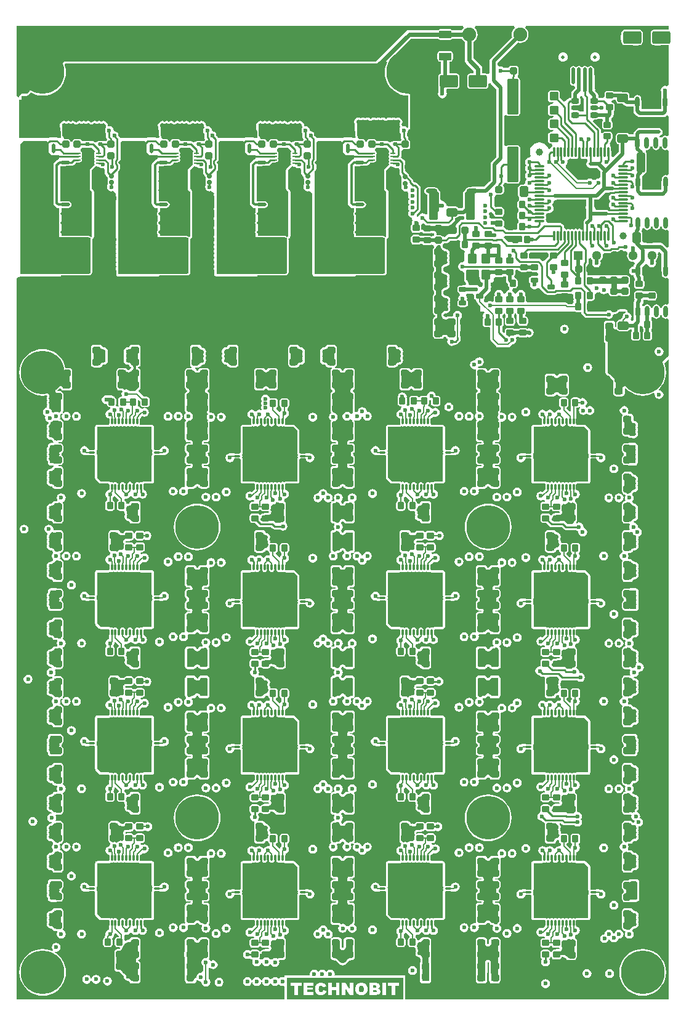
<source format=gtl>
%FSLAX44Y44*%
%MOMM*%
G71*
G01*
G75*
G04 Layer_Physical_Order=1*
G04 Layer_Color=191*
%ADD10C,0.6000*%
G04:AMPARAMS|DCode=11|XSize=1.4mm|YSize=1.2mm|CornerRadius=0.198mm|HoleSize=0mm|Usage=FLASHONLY|Rotation=90.000|XOffset=0mm|YOffset=0mm|HoleType=Round|Shape=RoundedRectangle|*
%AMROUNDEDRECTD11*
21,1,1.4000,0.8040,0,0,90.0*
21,1,1.0040,1.2000,0,0,90.0*
1,1,0.3960,0.4020,0.5020*
1,1,0.3960,0.4020,-0.5020*
1,1,0.3960,-0.4020,-0.5020*
1,1,0.3960,-0.4020,0.5020*
%
%ADD11ROUNDEDRECTD11*%
G04:AMPARAMS|DCode=12|XSize=1mm|YSize=0.9mm|CornerRadius=0.198mm|HoleSize=0mm|Usage=FLASHONLY|Rotation=180.000|XOffset=0mm|YOffset=0mm|HoleType=Round|Shape=RoundedRectangle|*
%AMROUNDEDRECTD12*
21,1,1.0000,0.5040,0,0,180.0*
21,1,0.6040,0.9000,0,0,180.0*
1,1,0.3960,-0.3020,0.2520*
1,1,0.3960,0.3020,0.2520*
1,1,0.3960,0.3020,-0.2520*
1,1,0.3960,-0.3020,-0.2520*
%
%ADD12ROUNDEDRECTD12*%
G04:AMPARAMS|DCode=13|XSize=1.05mm|YSize=0.65mm|CornerRadius=0.2015mm|HoleSize=0mm|Usage=FLASHONLY|Rotation=0.000|XOffset=0mm|YOffset=0mm|HoleType=Round|Shape=RoundedRectangle|*
%AMROUNDEDRECTD13*
21,1,1.0500,0.2470,0,0,0.0*
21,1,0.6470,0.6500,0,0,0.0*
1,1,0.4030,0.3235,-0.1235*
1,1,0.4030,-0.3235,-0.1235*
1,1,0.4030,-0.3235,0.1235*
1,1,0.4030,0.3235,0.1235*
%
%ADD13ROUNDEDRECTD13*%
G04:AMPARAMS|DCode=14|XSize=1mm|YSize=0.9mm|CornerRadius=0.198mm|HoleSize=0mm|Usage=FLASHONLY|Rotation=90.000|XOffset=0mm|YOffset=0mm|HoleType=Round|Shape=RoundedRectangle|*
%AMROUNDEDRECTD14*
21,1,1.0000,0.5040,0,0,90.0*
21,1,0.6040,0.9000,0,0,90.0*
1,1,0.3960,0.2520,0.3020*
1,1,0.3960,0.2520,-0.3020*
1,1,0.3960,-0.2520,-0.3020*
1,1,0.3960,-0.2520,0.3020*
%
%ADD14ROUNDEDRECTD14*%
G04:AMPARAMS|DCode=15|XSize=1mm|YSize=0.95mm|CornerRadius=0.1995mm|HoleSize=0mm|Usage=FLASHONLY|Rotation=270.000|XOffset=0mm|YOffset=0mm|HoleType=Round|Shape=RoundedRectangle|*
%AMROUNDEDRECTD15*
21,1,1.0000,0.5510,0,0,270.0*
21,1,0.6010,0.9500,0,0,270.0*
1,1,0.3990,-0.2755,-0.3005*
1,1,0.3990,-0.2755,0.3005*
1,1,0.3990,0.2755,0.3005*
1,1,0.3990,0.2755,-0.3005*
%
%ADD15ROUNDEDRECTD15*%
%ADD16C,1.0000*%
%ADD17O,1.5000X0.3000*%
%ADD18O,0.3000X1.5000*%
G04:AMPARAMS|DCode=19|XSize=2.5mm|YSize=2mm|CornerRadius=0.2mm|HoleSize=0mm|Usage=FLASHONLY|Rotation=270.000|XOffset=0mm|YOffset=0mm|HoleType=Round|Shape=RoundedRectangle|*
%AMROUNDEDRECTD19*
21,1,2.5000,1.6000,0,0,270.0*
21,1,2.1000,2.0000,0,0,270.0*
1,1,0.4000,-0.8000,-1.0500*
1,1,0.4000,-0.8000,1.0500*
1,1,0.4000,0.8000,1.0500*
1,1,0.4000,0.8000,-1.0500*
%
%ADD19ROUNDEDRECTD19*%
G04:AMPARAMS|DCode=20|XSize=2.3mm|YSize=0.5mm|CornerRadius=0.2mm|HoleSize=0mm|Usage=FLASHONLY|Rotation=270.000|XOffset=0mm|YOffset=0mm|HoleType=Round|Shape=RoundedRectangle|*
%AMROUNDEDRECTD20*
21,1,2.3000,0.1000,0,0,270.0*
21,1,1.9000,0.5000,0,0,270.0*
1,1,0.4000,-0.0500,-0.9500*
1,1,0.4000,-0.0500,0.9500*
1,1,0.4000,0.0500,0.9500*
1,1,0.4000,0.0500,-0.9500*
%
%ADD20ROUNDEDRECTD20*%
G04:AMPARAMS|DCode=21|XSize=2.5mm|YSize=1.7mm|CornerRadius=0.204mm|HoleSize=0mm|Usage=FLASHONLY|Rotation=0.000|XOffset=0mm|YOffset=0mm|HoleType=Round|Shape=RoundedRectangle|*
%AMROUNDEDRECTD21*
21,1,2.5000,1.2920,0,0,0.0*
21,1,2.0920,1.7000,0,0,0.0*
1,1,0.4080,1.0460,-0.6460*
1,1,0.4080,-1.0460,-0.6460*
1,1,0.4080,-1.0460,0.6460*
1,1,0.4080,1.0460,0.6460*
%
%ADD21ROUNDEDRECTD21*%
G04:AMPARAMS|DCode=22|XSize=1.1mm|YSize=0.8mm|CornerRadius=0.268mm|HoleSize=0mm|Usage=FLASHONLY|Rotation=0.000|XOffset=0mm|YOffset=0mm|HoleType=Round|Shape=RoundedRectangle|*
%AMROUNDEDRECTD22*
21,1,1.1000,0.2640,0,0,0.0*
21,1,0.5640,0.8000,0,0,0.0*
1,1,0.5360,0.2820,-0.1320*
1,1,0.5360,-0.2820,-0.1320*
1,1,0.5360,-0.2820,0.1320*
1,1,0.5360,0.2820,0.1320*
%
%ADD22ROUNDEDRECTD22*%
G04:AMPARAMS|DCode=23|XSize=1.1mm|YSize=0.6mm|CornerRadius=0.201mm|HoleSize=0mm|Usage=FLASHONLY|Rotation=0.000|XOffset=0mm|YOffset=0mm|HoleType=Round|Shape=RoundedRectangle|*
%AMROUNDEDRECTD23*
21,1,1.1000,0.1980,0,0,0.0*
21,1,0.6980,0.6000,0,0,0.0*
1,1,0.4020,0.3490,-0.0990*
1,1,0.4020,-0.3490,-0.0990*
1,1,0.4020,-0.3490,0.0990*
1,1,0.4020,0.3490,0.0990*
%
%ADD23ROUNDEDRECTD23*%
G04:AMPARAMS|DCode=24|XSize=1.2mm|YSize=1.2mm|CornerRadius=0.198mm|HoleSize=0mm|Usage=FLASHONLY|Rotation=0.000|XOffset=0mm|YOffset=0mm|HoleType=Round|Shape=RoundedRectangle|*
%AMROUNDEDRECTD24*
21,1,1.2000,0.8040,0,0,0.0*
21,1,0.8040,1.2000,0,0,0.0*
1,1,0.3960,0.4020,-0.4020*
1,1,0.3960,-0.4020,-0.4020*
1,1,0.3960,-0.4020,0.4020*
1,1,0.3960,0.4020,0.4020*
%
%ADD24ROUNDEDRECTD24*%
G04:AMPARAMS|DCode=25|XSize=1.45mm|YSize=1.15mm|CornerRadius=0.2013mm|HoleSize=0mm|Usage=FLASHONLY|Rotation=180.000|XOffset=0mm|YOffset=0mm|HoleType=Round|Shape=RoundedRectangle|*
%AMROUNDEDRECTD25*
21,1,1.4500,0.7475,0,0,180.0*
21,1,1.0475,1.1500,0,0,180.0*
1,1,0.4025,-0.5238,0.3738*
1,1,0.4025,0.5238,0.3738*
1,1,0.4025,0.5238,-0.3738*
1,1,0.4025,-0.5238,-0.3738*
%
%ADD25ROUNDEDRECTD25*%
G04:AMPARAMS|DCode=26|XSize=1mm|YSize=0.95mm|CornerRadius=0.1995mm|HoleSize=0mm|Usage=FLASHONLY|Rotation=180.000|XOffset=0mm|YOffset=0mm|HoleType=Round|Shape=RoundedRectangle|*
%AMROUNDEDRECTD26*
21,1,1.0000,0.5510,0,0,180.0*
21,1,0.6010,0.9500,0,0,180.0*
1,1,0.3990,-0.3005,0.2755*
1,1,0.3990,0.3005,0.2755*
1,1,0.3990,0.3005,-0.2755*
1,1,0.3990,-0.3005,-0.2755*
%
%ADD26ROUNDEDRECTD26*%
G04:AMPARAMS|DCode=27|XSize=1.45mm|YSize=1.15mm|CornerRadius=0.2013mm|HoleSize=0mm|Usage=FLASHONLY|Rotation=270.000|XOffset=0mm|YOffset=0mm|HoleType=Round|Shape=RoundedRectangle|*
%AMROUNDEDRECTD27*
21,1,1.4500,0.7475,0,0,270.0*
21,1,1.0475,1.1500,0,0,270.0*
1,1,0.4025,-0.3738,-0.5238*
1,1,0.4025,-0.3738,0.5238*
1,1,0.4025,0.3738,0.5238*
1,1,0.4025,0.3738,-0.5238*
%
%ADD27ROUNDEDRECTD27*%
G04:AMPARAMS|DCode=28|XSize=0.62mm|YSize=0.62mm|CornerRadius=0.1488mm|HoleSize=0mm|Usage=FLASHONLY|Rotation=0.000|XOffset=0mm|YOffset=0mm|HoleType=Round|Shape=RoundedRectangle|*
%AMROUNDEDRECTD28*
21,1,0.6200,0.3224,0,0,0.0*
21,1,0.3224,0.6200,0,0,0.0*
1,1,0.2976,0.1612,-0.1612*
1,1,0.2976,-0.1612,-0.1612*
1,1,0.2976,-0.1612,0.1612*
1,1,0.2976,0.1612,0.1612*
%
%ADD28ROUNDEDRECTD28*%
G04:AMPARAMS|DCode=29|XSize=2.7mm|YSize=1.15mm|CornerRadius=0.2013mm|HoleSize=0mm|Usage=FLASHONLY|Rotation=0.000|XOffset=0mm|YOffset=0mm|HoleType=Round|Shape=RoundedRectangle|*
%AMROUNDEDRECTD29*
21,1,2.7000,0.7475,0,0,0.0*
21,1,2.2975,1.1500,0,0,0.0*
1,1,0.4025,1.1487,-0.3738*
1,1,0.4025,-1.1487,-0.3738*
1,1,0.4025,-1.1487,0.3738*
1,1,0.4025,1.1487,0.3738*
%
%ADD29ROUNDEDRECTD29*%
G04:AMPARAMS|DCode=30|XSize=2.7mm|YSize=1.15mm|CornerRadius=0.2013mm|HoleSize=0mm|Usage=FLASHONLY|Rotation=270.000|XOffset=0mm|YOffset=0mm|HoleType=Round|Shape=RoundedRectangle|*
%AMROUNDEDRECTD30*
21,1,2.7000,0.7475,0,0,270.0*
21,1,2.2975,1.1500,0,0,270.0*
1,1,0.4025,-0.3738,-1.1487*
1,1,0.4025,-0.3738,1.1487*
1,1,0.4025,0.3738,1.1487*
1,1,0.4025,0.3738,-1.1487*
%
%ADD30ROUNDEDRECTD30*%
G04:AMPARAMS|DCode=31|XSize=0.65mm|YSize=0.5mm|CornerRadius=0.2mm|HoleSize=0mm|Usage=FLASHONLY|Rotation=0.000|XOffset=0mm|YOffset=0mm|HoleType=Round|Shape=RoundedRectangle|*
%AMROUNDEDRECTD31*
21,1,0.6500,0.1000,0,0,0.0*
21,1,0.2500,0.5000,0,0,0.0*
1,1,0.4000,0.1250,-0.0500*
1,1,0.4000,-0.1250,-0.0500*
1,1,0.4000,-0.1250,0.0500*
1,1,0.4000,0.1250,0.0500*
%
%ADD31ROUNDEDRECTD31*%
G04:AMPARAMS|DCode=32|XSize=3.3mm|YSize=2.5mm|CornerRadius=0.2mm|HoleSize=0mm|Usage=FLASHONLY|Rotation=180.000|XOffset=0mm|YOffset=0mm|HoleType=Round|Shape=RoundedRectangle|*
%AMROUNDEDRECTD32*
21,1,3.3000,2.1000,0,0,180.0*
21,1,2.9000,2.5000,0,0,180.0*
1,1,0.4000,-1.4500,1.0500*
1,1,0.4000,1.4500,1.0500*
1,1,0.4000,1.4500,-1.0500*
1,1,0.4000,-1.4500,-1.0500*
%
%ADD32ROUNDEDRECTD32*%
G04:AMPARAMS|DCode=33|XSize=6.5mm|YSize=5mm|CornerRadius=0.25mm|HoleSize=0mm|Usage=FLASHONLY|Rotation=0.000|XOffset=0mm|YOffset=0mm|HoleType=Round|Shape=RoundedRectangle|*
%AMROUNDEDRECTD33*
21,1,6.5000,4.5000,0,0,0.0*
21,1,6.0000,5.0000,0,0,0.0*
1,1,0.5000,3.0000,-2.2500*
1,1,0.5000,-3.0000,-2.2500*
1,1,0.5000,-3.0000,2.2500*
1,1,0.5000,3.0000,2.2500*
%
%ADD33ROUNDEDRECTD33*%
%ADD34O,0.5000X1.3500*%
%ADD35O,1.3500X0.5000*%
G04:AMPARAMS|DCode=36|XSize=1.75mm|YSize=1.05mm|CornerRadius=0.1995mm|HoleSize=0mm|Usage=FLASHONLY|Rotation=90.000|XOffset=0mm|YOffset=0mm|HoleType=Round|Shape=RoundedRectangle|*
%AMROUNDEDRECTD36*
21,1,1.7500,0.6510,0,0,90.0*
21,1,1.3510,1.0500,0,0,90.0*
1,1,0.3990,0.3255,0.6755*
1,1,0.3990,0.3255,-0.6755*
1,1,0.3990,-0.3255,-0.6755*
1,1,0.3990,-0.3255,0.6755*
%
%ADD36ROUNDEDRECTD36*%
G04:AMPARAMS|DCode=37|XSize=1.75mm|YSize=1.05mm|CornerRadius=0.1995mm|HoleSize=0mm|Usage=FLASHONLY|Rotation=180.000|XOffset=0mm|YOffset=0mm|HoleType=Round|Shape=RoundedRectangle|*
%AMROUNDEDRECTD37*
21,1,1.7500,0.6510,0,0,180.0*
21,1,1.3510,1.0500,0,0,180.0*
1,1,0.3990,-0.6755,0.3255*
1,1,0.3990,0.6755,0.3255*
1,1,0.3990,0.6755,-0.3255*
1,1,0.3990,-0.6755,-0.3255*
%
%ADD37ROUNDEDRECTD37*%
G04:AMPARAMS|DCode=38|XSize=0.7mm|YSize=0.25mm|CornerRadius=0.0838mm|HoleSize=0mm|Usage=FLASHONLY|Rotation=0.000|XOffset=0mm|YOffset=0mm|HoleType=Round|Shape=RoundedRectangle|*
%AMROUNDEDRECTD38*
21,1,0.7000,0.0825,0,0,0.0*
21,1,0.5325,0.2500,0,0,0.0*
1,1,0.1675,0.2662,-0.0413*
1,1,0.1675,-0.2662,-0.0413*
1,1,0.1675,-0.2662,0.0413*
1,1,0.1675,0.2662,0.0413*
%
%ADD38ROUNDEDRECTD38*%
G04:AMPARAMS|DCode=39|XSize=1.35mm|YSize=1.65mm|CornerRadius=0.27mm|HoleSize=0mm|Usage=FLASHONLY|Rotation=90.000|XOffset=0mm|YOffset=0mm|HoleType=Round|Shape=RoundedRectangle|*
%AMROUNDEDRECTD39*
21,1,1.3500,1.1100,0,0,90.0*
21,1,0.8100,1.6500,0,0,90.0*
1,1,0.5400,0.5550,0.4050*
1,1,0.5400,0.5550,-0.4050*
1,1,0.5400,-0.5550,-0.4050*
1,1,0.5400,-0.5550,0.4050*
%
%ADD39ROUNDEDRECTD39*%
%ADD40O,1.5500X0.6000*%
G04:AMPARAMS|DCode=41|XSize=3.95mm|YSize=1.2mm|CornerRadius=0.198mm|HoleSize=0mm|Usage=FLASHONLY|Rotation=90.000|XOffset=0mm|YOffset=0mm|HoleType=Round|Shape=RoundedRectangle|*
%AMROUNDEDRECTD41*
21,1,3.9500,0.8040,0,0,90.0*
21,1,3.5540,1.2000,0,0,90.0*
1,1,0.3960,0.4020,1.7770*
1,1,0.3960,0.4020,-1.7770*
1,1,0.3960,-0.4020,-1.7770*
1,1,0.3960,-0.4020,1.7770*
%
%ADD41ROUNDEDRECTD41*%
G04:AMPARAMS|DCode=42|XSize=11.3mm|YSize=10.75mm|CornerRadius=0.215mm|HoleSize=0mm|Usage=FLASHONLY|Rotation=90.000|XOffset=0mm|YOffset=0mm|HoleType=Round|Shape=RoundedRectangle|*
%AMROUNDEDRECTD42*
21,1,11.3000,10.3200,0,0,90.0*
21,1,10.8700,10.7500,0,0,90.0*
1,1,0.4300,5.1600,5.4350*
1,1,0.4300,5.1600,-5.4350*
1,1,0.4300,-5.1600,-5.4350*
1,1,0.4300,-5.1600,5.4350*
%
%ADD42ROUNDEDRECTD42*%
G04:AMPARAMS|DCode=43|XSize=2.85mm|YSize=1mm|CornerRadius=0.2mm|HoleSize=0mm|Usage=FLASHONLY|Rotation=90.000|XOffset=0mm|YOffset=0mm|HoleType=Round|Shape=RoundedRectangle|*
%AMROUNDEDRECTD43*
21,1,2.8500,0.6000,0,0,90.0*
21,1,2.4500,1.0000,0,0,90.0*
1,1,0.4000,0.3000,1.2250*
1,1,0.4000,0.3000,-1.2250*
1,1,0.4000,-0.3000,-1.2250*
1,1,0.4000,-0.3000,1.2250*
%
%ADD43ROUNDEDRECTD43*%
G04:AMPARAMS|DCode=44|XSize=6.45mm|YSize=6mm|CornerRadius=0.21mm|HoleSize=0mm|Usage=FLASHONLY|Rotation=90.000|XOffset=0mm|YOffset=0mm|HoleType=Round|Shape=RoundedRectangle|*
%AMROUNDEDRECTD44*
21,1,6.4500,5.5800,0,0,90.0*
21,1,6.0300,6.0000,0,0,90.0*
1,1,0.4200,2.7900,3.0150*
1,1,0.4200,2.7900,-3.0150*
1,1,0.4200,-2.7900,-3.0150*
1,1,0.4200,-2.7900,3.0150*
%
%ADD44ROUNDEDRECTD44*%
%ADD45O,0.6000X1.5500*%
G04:AMPARAMS|DCode=46|XSize=4.9mm|YSize=1.6mm|CornerRadius=0.2mm|HoleSize=0mm|Usage=FLASHONLY|Rotation=270.000|XOffset=0mm|YOffset=0mm|HoleType=Round|Shape=RoundedRectangle|*
%AMROUNDEDRECTD46*
21,1,4.9000,1.2000,0,0,270.0*
21,1,4.5000,1.6000,0,0,270.0*
1,1,0.4000,-0.6000,-2.2500*
1,1,0.4000,-0.6000,2.2500*
1,1,0.4000,0.6000,2.2500*
1,1,0.4000,0.6000,-2.2500*
%
%ADD46ROUNDEDRECTD46*%
%ADD47R,1.3000X1.3000*%
%ADD48C,1.3000*%
%ADD49O,0.3000X1.0000*%
%ADD50O,1.0000X0.3000*%
%ADD51R,0.3500X0.3500*%
%ADD52C,0.2000*%
%ADD53C,0.5000*%
%ADD54C,0.2500*%
%ADD55C,0.8000*%
%ADD56C,2.0000*%
%ADD57C,1.0000*%
%ADD58C,0.3500*%
%ADD59C,0.6000*%
%ADD60C,0.2540*%
%ADD61C,6.0000*%
%ADD62C,1.9000*%
%ADD63C,0.5000*%
%ADD64C,2.5000*%
G36*
X-226250Y1049917D02*
X-204224D01*
X-203078Y1048520D01*
Y1042480D01*
X-204019Y1041333D01*
X-222205D01*
X-228686Y1047814D01*
X-227279Y1050122D01*
X-226250Y1049917D01*
D02*
G37*
G36*
X-10660Y1061299D02*
X-9555Y1059645D01*
X-7901Y1058540D01*
X-5950Y1058152D01*
X-4072Y1058525D01*
X-3995Y1058538D01*
X-1372Y1057048D01*
Y1035121D01*
X-4072Y1034003D01*
X-9035Y1038965D01*
X-10854Y1040181D01*
X-13000Y1040608D01*
X-35876D01*
X-38171Y1042763D01*
Y1053238D01*
X-38483Y1054803D01*
X-39344Y1056093D01*
X-38869Y1056804D01*
X-38442Y1058950D01*
Y1060375D01*
X-38006Y1060544D01*
X-35742Y1060824D01*
X-34955Y1059645D01*
X-33301Y1058540D01*
X-31350Y1058152D01*
X-29399Y1058540D01*
X-27745Y1059645D01*
X-26640Y1061299D01*
X-26377Y1062625D01*
X-23623D01*
X-23360Y1061299D01*
X-22255Y1059645D01*
X-20601Y1058540D01*
X-18650Y1058152D01*
X-16699Y1058540D01*
X-15045Y1059645D01*
X-13940Y1061299D01*
X-13677Y1062625D01*
X-10924D01*
X-10660Y1061299D01*
D02*
G37*
G36*
X-63341Y1029348D02*
X-61000Y1028882D01*
X-59942Y1029093D01*
X-59108Y1028346D01*
X-58171Y1026692D01*
X-58781Y1025219D01*
X-59073Y1023000D01*
X-58781Y1020781D01*
X-57925Y1018713D01*
X-56562Y1016938D01*
X-54787Y1015575D01*
X-52719Y1014719D01*
X-50500Y1014427D01*
X-50180Y1014469D01*
X-48664Y1011945D01*
X-49231Y1011096D01*
X-49658Y1008950D01*
Y1008398D01*
X-50000Y1008118D01*
X-52341Y1007652D01*
X-54326Y1006326D01*
X-55652Y1004341D01*
X-56118Y1002000D01*
X-55652Y999659D01*
X-54326Y997674D01*
X-52341Y996348D01*
X-50000Y995882D01*
X-49658Y995602D01*
Y995050D01*
X-49231Y992904D01*
X-48579Y991928D01*
X-47889Y989389D01*
X-48769Y988073D01*
X-49078Y986520D01*
Y981480D01*
X-48769Y979927D01*
X-47889Y978611D01*
X-46573Y977731D01*
X-45020Y977422D01*
X-38980D01*
X-37427Y977731D01*
X-36111Y978611D01*
X-35231Y979927D01*
X-34922Y981480D01*
Y986520D01*
X-35231Y988073D01*
X-36111Y989389D01*
X-36392Y989578D01*
Y993000D01*
X-36819Y995146D01*
X-38035Y996965D01*
X-38442Y997373D01*
Y1002000D01*
Y1006627D01*
X-33613Y1011456D01*
X-31446Y1011101D01*
X-30703Y1010665D01*
X-30652Y1010409D01*
X-29326Y1008424D01*
X-27341Y1007098D01*
X-25000Y1006633D01*
X-22659Y1007098D01*
X-20674Y1008424D01*
X-19348Y1010409D01*
X-18882Y1012750D01*
X-19348Y1015091D01*
X-19392Y1015157D01*
Y1016589D01*
X-18938Y1016938D01*
X-17575Y1018713D01*
X-16719Y1020781D01*
X-16427Y1023000D01*
X-16719Y1025219D01*
X-14979Y1027870D01*
X-14548Y1027986D01*
X-13692Y1027761D01*
X-11558Y1025627D01*
Y1002000D01*
X-11131Y999854D01*
X-11048Y999730D01*
Y997250D01*
X-10660Y995299D01*
X-9555Y993645D01*
X-7901Y992540D01*
X-5950Y992152D01*
X-4072Y992525D01*
X-3995Y992538D01*
X-1372Y991048D01*
Y956952D01*
X-3995Y955462D01*
X-4072Y955474D01*
X-5950Y955848D01*
X-7901Y955460D01*
X-9555Y954355D01*
X-10660Y952701D01*
X-10924Y951375D01*
X-13677D01*
X-13940Y952701D01*
X-15045Y954355D01*
X-16699Y955460D01*
X-18650Y955848D01*
X-20601Y955460D01*
X-22255Y954355D01*
X-23360Y952701D01*
X-23623Y951375D01*
X-26377D01*
X-26640Y952701D01*
X-27745Y954355D01*
X-29399Y955460D01*
X-31350Y955848D01*
X-33301Y955460D01*
X-34955Y954355D01*
X-35546Y953470D01*
X-38166Y953776D01*
X-38403Y956121D01*
X-38035Y956490D01*
X-36819Y958309D01*
X-36392Y960455D01*
Y962392D01*
X-30911D01*
X-30889Y962361D01*
X-29573Y961481D01*
X-28020Y961172D01*
X-21980D01*
X-20427Y961481D01*
X-19111Y962361D01*
X-18231Y963677D01*
X-17922Y965230D01*
Y970270D01*
X-18231Y971823D01*
X-19111Y973139D01*
X-20427Y974019D01*
X-21980Y974328D01*
X-28020D01*
X-29573Y974019D01*
X-30189Y973608D01*
X-36437D01*
X-37427Y974269D01*
X-38980Y974578D01*
X-45020D01*
X-46573Y974269D01*
X-47889Y973389D01*
X-48769Y972073D01*
X-49078Y970520D01*
Y965480D01*
X-48769Y963927D01*
X-48057Y962861D01*
X-49231Y960551D01*
Y960551D01*
X-49231Y960551D01*
X-49658Y958405D01*
X-49658Y958093D01*
Y946000D01*
Y935413D01*
X-51971Y933118D01*
X-52814Y933127D01*
X-52972Y933162D01*
X-53339Y933910D01*
X-53963Y935739D01*
X-53348Y936659D01*
X-52882Y939000D01*
X-53348Y941341D01*
X-54674Y943326D01*
X-56659Y944652D01*
X-57917Y944902D01*
X-57904Y945030D01*
X-58029Y946300D01*
X-58160Y946730D01*
X-58248Y947170D01*
X-58332Y947297D01*
X-58376Y947442D01*
X-58661Y947789D01*
X-58911Y948163D01*
X-59037Y948247D01*
X-59133Y948364D01*
X-59530Y948576D01*
X-59903Y948826D01*
X-60052Y948856D01*
X-60186Y948927D01*
X-60633Y948971D01*
X-61073Y949059D01*
X-69873D01*
X-69873Y949059D01*
X-69873Y949059D01*
X-70188Y948996D01*
X-70285Y949002D01*
X-70467Y948941D01*
X-70688Y948897D01*
X-71044Y948826D01*
X-71044Y948826D01*
X-71044Y948826D01*
X-71290Y948661D01*
X-71415Y948619D01*
X-71611Y948447D01*
X-72036Y948163D01*
X-72036Y948163D01*
X-72036Y948163D01*
X-72179Y947949D01*
X-72312Y947832D01*
X-73189Y946689D01*
X-74012Y946057D01*
X-74971Y945660D01*
X-76000Y945525D01*
X-76294Y945564D01*
X-76537Y945548D01*
X-76776Y945589D01*
X-77126Y945509D01*
X-77485Y945485D01*
X-77703Y945378D01*
X-77940Y945324D01*
X-78760Y944958D01*
X-79674Y946326D01*
X-81659Y947652D01*
X-84000Y948118D01*
X-86341Y947652D01*
X-88315Y946333D01*
X-113205D01*
X-113667Y946795D01*
Y959731D01*
X-112520Y960672D01*
X-107480D01*
X-105927Y960981D01*
X-104611Y961861D01*
X-103731Y963177D01*
X-103422Y964730D01*
Y969611D01*
X-101425Y971687D01*
X-101068Y971851D01*
X-100895Y971903D01*
X-98762Y972327D01*
X-98659Y972348D01*
X-96817Y972888D01*
X-95326Y971674D01*
X-95326D01*
X-95326Y971674D01*
Y971674D01*
X-93341Y970348D01*
X-93227Y970325D01*
X-91000Y969883D01*
X-88659Y970348D01*
X-86778Y971605D01*
X-85245Y971400D01*
X-83995Y970825D01*
X-83768Y969686D01*
X-82885Y968365D01*
X-81564Y967482D01*
X-80005Y967172D01*
X-78763D01*
X-77000Y966940D01*
X-75237Y967172D01*
X-73995D01*
X-72436Y967482D01*
X-71115Y968365D01*
X-71097Y968391D01*
X-67903D01*
X-67885Y968365D01*
X-66564Y967482D01*
X-65005Y967172D01*
X-58995D01*
X-57436Y967482D01*
X-56115Y968365D01*
X-55232Y969686D01*
X-54922Y971245D01*
Y976755D01*
X-55232Y978314D01*
X-56115Y979635D01*
X-56661Y980000D01*
X-56768Y980342D01*
X-56768Y982658D01*
X-56661Y983000D01*
X-56115Y983365D01*
X-55232Y984686D01*
X-54922Y986245D01*
Y991755D01*
X-55232Y993314D01*
X-56115Y994635D01*
X-57436Y995518D01*
X-58995Y995828D01*
X-65005D01*
X-65095Y995810D01*
X-73905D01*
X-73995Y995828D01*
X-75237D01*
X-77000Y996060D01*
X-78763Y995828D01*
X-80005D01*
X-80095Y995810D01*
X-88905D01*
X-88995Y995828D01*
X-95005D01*
X-95095Y995810D01*
X-107392D01*
X-107480Y995828D01*
X-112520D01*
X-113417Y996564D01*
Y1010205D01*
X-112686Y1010936D01*
X-111747Y1012342D01*
X-111417Y1014000D01*
Y1018881D01*
X-108717Y1019418D01*
X-108425Y1018713D01*
X-107062Y1016938D01*
X-106608Y1016589D01*
Y1015407D01*
X-106652Y1015341D01*
X-107118Y1013000D01*
X-106652Y1010659D01*
X-105326Y1008674D01*
X-103341Y1007348D01*
X-101000Y1006882D01*
X-98659Y1007348D01*
X-96674Y1008674D01*
X-95348Y1010659D01*
X-94882Y1013000D01*
X-95348Y1015341D01*
X-95392Y1015407D01*
Y1016589D01*
X-94938Y1016938D01*
X-93575Y1018713D01*
X-92719Y1020781D01*
X-92427Y1023000D01*
X-92562Y1024024D01*
X-91254Y1025751D01*
X-90806Y1026163D01*
X-90293Y1026417D01*
X-82039D01*
X-80380Y1026747D01*
X-78974Y1027686D01*
X-78244Y1028417D01*
X-72250D01*
X-70592Y1028747D01*
X-69186Y1029686D01*
X-68205Y1030667D01*
X-65315D01*
X-63341Y1029348D01*
D02*
G37*
G36*
X-167078Y1025520D02*
Y1022050D01*
X-172314Y1016814D01*
X-172614Y1016366D01*
X-172670Y1016322D01*
X-175374Y1015847D01*
X-175889Y1015954D01*
X-177750Y1017814D01*
X-179155Y1018753D01*
X-180814Y1019083D01*
X-192776D01*
X-193922Y1020480D01*
Y1025520D01*
X-191628Y1027667D01*
X-169372D01*
X-167078Y1025520D01*
D02*
G37*
G36*
X-282678Y1076591D02*
Y1073730D01*
X-283824Y1072333D01*
X-286000D01*
X-287658Y1072003D01*
X-289064Y1071064D01*
X-293064Y1067064D01*
X-294003Y1065658D01*
X-294333Y1064000D01*
Y1053795D01*
X-295795Y1052333D01*
X-304000D01*
X-305658Y1052003D01*
X-307064Y1051064D01*
X-309300Y1048828D01*
X-312208Y1049026D01*
X-312615Y1049635D01*
X-313936Y1050518D01*
X-315495Y1050828D01*
X-321186D01*
Y1053665D01*
X-321235Y1053907D01*
X-321226Y1054153D01*
X-321350Y1054486D01*
X-321419Y1054836D01*
X-321556Y1055041D01*
X-321642Y1055271D01*
X-321884Y1055532D01*
X-322082Y1055828D01*
X-322287Y1055965D01*
X-322455Y1056145D01*
X-323124Y1056628D01*
X-323175Y1056652D01*
X-323215Y1056691D01*
X-323717Y1056899D01*
X-324210Y1057125D01*
X-324266Y1057127D01*
X-324318Y1057148D01*
X-324860D01*
X-325402Y1057168D01*
X-325455Y1057148D01*
X-325511D01*
X-326250Y1057001D01*
X-327734Y1057296D01*
X-327734Y1057296D01*
X-328927Y1057296D01*
X-328927D01*
X-330030Y1056840D01*
X-330030Y1056840D01*
X-330370Y1056612D01*
X-331031Y1056481D01*
X-336469D01*
X-337129Y1056612D01*
X-337403Y1056795D01*
X-337436Y1056818D01*
X-337449Y1056839D01*
X-337542Y1056978D01*
X-337542Y1056978D01*
X-337587Y1057022D01*
D01*
X-337614Y1057080D01*
X-337614Y1057080D01*
X-338008Y1057443D01*
X-338008Y1057443D01*
X-338386Y1057822D01*
X-338445Y1057846D01*
X-338492Y1057889D01*
X-339035Y1058101D01*
X-339489Y1058278D01*
X-339489Y1058278D01*
X-339489Y1058278D01*
X-339489Y1058278D01*
X-341922Y1059076D01*
Y1063520D01*
X-342178Y1064807D01*
X-342049Y1065343D01*
X-340601Y1067494D01*
X-338654Y1067526D01*
X-336564Y1065436D01*
X-335158Y1064497D01*
X-333500Y1064167D01*
X-304500D01*
X-302842Y1064497D01*
X-301436Y1065436D01*
X-296536Y1070336D01*
X-295597Y1071742D01*
X-295267Y1073400D01*
Y1074921D01*
X-294363D01*
X-292797Y1075233D01*
X-291470Y1076120D01*
X-290786Y1077142D01*
X-283350D01*
X-282678Y1076591D01*
D02*
G37*
G36*
X-785257Y1145132D02*
X-784126Y1144599D01*
X-783842Y1144174D01*
X-781857Y1142848D01*
X-779516Y1142382D01*
X-777599Y1140809D01*
Y1137766D01*
X-777270Y1136108D01*
X-776330Y1134702D01*
X-775201Y1133573D01*
X-773386Y1130384D01*
X-773023Y1127479D01*
X-773080Y1126549D01*
D01*
X-773168Y1125112D01*
X-773168Y1125111D01*
X-773168Y1125109D01*
X-773168Y1125108D01*
Y1121888D01*
Y1121888D01*
X-773168Y1121888D01*
X-773103Y1121560D01*
X-773103Y1121558D01*
X-773229Y1121164D01*
X-773652Y1119841D01*
X-774117Y1117501D01*
X-774118Y1117500D01*
X-774004Y1116931D01*
D01*
X-773652Y1115159D01*
X-772326Y1113174D01*
X-770341Y1111848D01*
X-768000Y1111383D01*
X-766608Y1111659D01*
X-763866Y1110424D01*
X-761842Y1108385D01*
X-762118Y1107000D01*
X-761652Y1104659D01*
X-761559Y1104520D01*
Y1100552D01*
X-761868Y1099000D01*
X-761608Y1097694D01*
Y1089407D01*
X-761652Y1089341D01*
X-762118Y1087000D01*
X-761652Y1084659D01*
X-761608Y1084593D01*
Y1076407D01*
X-761652Y1076341D01*
X-762118Y1074000D01*
X-761652Y1071659D01*
X-761608Y1071593D01*
Y1063407D01*
X-761652Y1063341D01*
X-762118Y1061000D01*
X-761652Y1058659D01*
X-761608Y1058593D01*
Y1051407D01*
X-761652Y1051341D01*
X-762118Y1049000D01*
X-761652Y1046659D01*
X-761559Y1046520D01*
Y1043480D01*
X-761652Y1043341D01*
X-762118Y1041000D01*
X-761652Y1038659D01*
X-761559Y1038520D01*
Y1037480D01*
X-761652Y1037341D01*
X-762118Y1035000D01*
X-761652Y1032659D01*
X-761559Y1032520D01*
Y1031480D01*
X-761652Y1031341D01*
X-762118Y1029000D01*
X-761652Y1026659D01*
X-761559Y1026520D01*
Y1025480D01*
X-761652Y1025341D01*
X-762118Y1023000D01*
X-761652Y1020659D01*
X-761559Y1020520D01*
Y1019480D01*
X-761652Y1019341D01*
X-762118Y1017000D01*
X-761652Y1014659D01*
X-761559Y1014520D01*
Y1013480D01*
X-761652Y1013341D01*
X-762118Y1011000D01*
X-761652Y1008659D01*
X-761559Y1008520D01*
Y1007480D01*
X-761652Y1007341D01*
X-762118Y1005000D01*
X-761652Y1002659D01*
X-761559Y1002520D01*
Y997500D01*
X-761326Y996329D01*
X-760663Y995337D01*
X-760000Y994894D01*
D01*
X-759670Y994674D01*
X-758500Y994441D01*
X-704500D01*
X-703329Y994674D01*
X-702337Y995337D01*
X-702120Y995662D01*
X-664000D01*
X-662244Y996011D01*
X-660756Y997006D01*
X-659761Y998494D01*
X-659412Y1000250D01*
Y1045250D01*
X-659611Y1046248D01*
X-658628Y1046741D01*
X-658243Y1047041D01*
X-657837Y1047312D01*
X-657775Y1047406D01*
X-657686Y1047475D01*
X-657445Y1047899D01*
X-657174Y1048305D01*
X-657152Y1048415D01*
X-657097Y1048512D01*
X-657037Y1048997D01*
X-656941Y1049475D01*
Y1111000D01*
X-656941Y1111000D01*
X-657174Y1112170D01*
X-657837Y1113163D01*
X-657837Y1113163D01*
X-659941Y1115267D01*
Y1140233D01*
X-654640Y1145534D01*
X-650257Y1145132D01*
X-649126Y1144599D01*
X-648842Y1144174D01*
X-646857Y1142848D01*
X-644516Y1142382D01*
X-642600Y1140809D01*
Y1137766D01*
X-642270Y1136108D01*
X-641330Y1134702D01*
X-640201Y1133573D01*
X-638386Y1130384D01*
X-638023Y1127479D01*
X-638080Y1126549D01*
D01*
X-638168Y1125112D01*
X-638168Y1125111D01*
X-638168Y1125109D01*
X-638168Y1125108D01*
Y1121888D01*
Y1121888D01*
X-638168Y1121888D01*
X-638103Y1121560D01*
X-638103Y1121558D01*
X-638229Y1121164D01*
X-638652Y1119841D01*
X-639117Y1117501D01*
X-639118Y1117500D01*
X-639004Y1116931D01*
D01*
X-638652Y1115159D01*
X-637326Y1113174D01*
X-635341Y1111848D01*
X-633000Y1111383D01*
X-631608Y1111659D01*
X-628866Y1110424D01*
X-626842Y1108385D01*
X-627118Y1107000D01*
X-626652Y1104659D01*
X-626559Y1104520D01*
Y1100552D01*
X-626868Y1099000D01*
X-626608Y1097694D01*
Y1089407D01*
X-626652Y1089341D01*
X-627118Y1087000D01*
X-626652Y1084659D01*
X-626608Y1084593D01*
Y1076407D01*
X-626652Y1076341D01*
X-627118Y1074000D01*
X-626652Y1071659D01*
X-626608Y1071593D01*
Y1063407D01*
X-626652Y1063341D01*
X-627118Y1061000D01*
X-626652Y1058659D01*
X-626608Y1058593D01*
Y1051407D01*
X-626652Y1051341D01*
X-627118Y1049000D01*
X-626652Y1046659D01*
X-626559Y1046520D01*
Y1043480D01*
X-626652Y1043341D01*
X-627118Y1041000D01*
X-626652Y1038659D01*
X-626559Y1038520D01*
Y1037480D01*
X-626652Y1037341D01*
X-627118Y1035000D01*
X-626652Y1032659D01*
X-626559Y1032520D01*
Y1031480D01*
X-626652Y1031341D01*
X-627118Y1029000D01*
X-626652Y1026659D01*
X-626559Y1026520D01*
Y1025480D01*
X-626652Y1025341D01*
X-627118Y1023000D01*
X-626652Y1020659D01*
X-626559Y1020520D01*
Y1019480D01*
X-626652Y1019341D01*
X-627118Y1017000D01*
X-626652Y1014659D01*
X-626559Y1014520D01*
Y1013480D01*
X-626652Y1013341D01*
X-627118Y1011000D01*
X-626652Y1008659D01*
X-626559Y1008520D01*
Y1007480D01*
X-626652Y1007341D01*
X-627118Y1005000D01*
X-626652Y1002659D01*
X-626559Y1002520D01*
Y997500D01*
X-626326Y996329D01*
X-625663Y995337D01*
X-625000Y994894D01*
D01*
D01*
X-624670Y994674D01*
X-623500Y994441D01*
X-569500D01*
X-568330Y994674D01*
X-567337Y995337D01*
X-567120Y995662D01*
X-529000D01*
X-527244Y996011D01*
X-525756Y997006D01*
X-524761Y998494D01*
X-524412Y1000250D01*
Y1045250D01*
X-524610Y1046248D01*
X-523628Y1046741D01*
X-523243Y1047041D01*
X-522837Y1047312D01*
X-522775Y1047406D01*
X-522686Y1047475D01*
X-522445Y1047899D01*
X-522174Y1048305D01*
X-522152Y1048415D01*
X-522097Y1048512D01*
X-522036Y1048997D01*
X-521941Y1049475D01*
Y1111000D01*
X-521941Y1111000D01*
X-522174Y1112170D01*
X-522837Y1113163D01*
X-522837Y1113163D01*
X-524941Y1115267D01*
Y1140233D01*
X-519640Y1145534D01*
X-515257Y1145132D01*
X-514126Y1144599D01*
X-513842Y1144174D01*
X-511857Y1142848D01*
X-509516Y1142382D01*
X-507599Y1140809D01*
Y1137766D01*
X-507270Y1136108D01*
X-506330Y1134702D01*
X-505201Y1133573D01*
X-503386Y1130384D01*
X-503023Y1127479D01*
X-503080Y1126549D01*
D01*
X-503168Y1125112D01*
X-503168Y1125111D01*
X-503168Y1125109D01*
X-503168Y1125108D01*
Y1121888D01*
Y1121888D01*
X-503168Y1121888D01*
X-503103Y1121560D01*
X-503103Y1121558D01*
X-503229Y1121164D01*
X-503652Y1119841D01*
X-504117Y1117501D01*
X-504118Y1117500D01*
X-504004Y1116931D01*
D01*
X-503652Y1115159D01*
X-502326Y1113174D01*
X-500341Y1111848D01*
X-498000Y1111383D01*
X-496608Y1111659D01*
X-493866Y1110424D01*
X-491842Y1108385D01*
X-492118Y1107000D01*
X-491652Y1104659D01*
X-491559Y1104520D01*
Y1100552D01*
X-491867Y1099000D01*
X-491608Y1097694D01*
Y1089407D01*
X-491652Y1089341D01*
X-492118Y1087000D01*
X-491652Y1084659D01*
X-491608Y1084593D01*
Y1076407D01*
X-491652Y1076341D01*
X-492118Y1074000D01*
X-491652Y1071659D01*
X-491608Y1071593D01*
Y1063407D01*
X-491652Y1063341D01*
X-492118Y1061000D01*
X-491652Y1058659D01*
X-491608Y1058593D01*
Y1051407D01*
X-491652Y1051341D01*
X-492118Y1049000D01*
X-491652Y1046659D01*
X-491559Y1046520D01*
Y1043480D01*
X-491652Y1043341D01*
X-492118Y1041000D01*
X-491652Y1038659D01*
X-491559Y1038520D01*
Y1037480D01*
X-491652Y1037341D01*
X-492118Y1035000D01*
X-491652Y1032659D01*
X-491559Y1032520D01*
Y1031480D01*
X-491652Y1031341D01*
X-492118Y1029000D01*
X-491652Y1026659D01*
X-491559Y1026520D01*
Y1025480D01*
X-491652Y1025341D01*
X-492118Y1023000D01*
X-491652Y1020659D01*
X-491559Y1020520D01*
Y1019480D01*
X-491652Y1019341D01*
X-492118Y1017000D01*
X-491652Y1014659D01*
X-491559Y1014520D01*
Y1013480D01*
X-491652Y1013341D01*
X-492118Y1011000D01*
X-491652Y1008659D01*
X-491559Y1008520D01*
Y1007480D01*
X-491652Y1007341D01*
X-492118Y1005000D01*
X-491652Y1002659D01*
X-491559Y1002520D01*
Y997500D01*
X-491326Y996329D01*
X-490663Y995337D01*
X-490000Y994894D01*
D01*
D01*
X-489670Y994674D01*
X-488500Y994441D01*
X-434500D01*
X-433330Y994674D01*
X-432337Y995337D01*
X-432120Y995662D01*
X-394000D01*
X-392244Y996011D01*
X-390756Y997006D01*
X-389761Y998494D01*
X-389412Y1000250D01*
Y1045250D01*
X-389610Y1046248D01*
X-388628Y1046741D01*
X-388243Y1047041D01*
X-387837Y1047312D01*
X-387775Y1047406D01*
X-387686Y1047475D01*
X-387445Y1047899D01*
X-387174Y1048305D01*
X-387152Y1048415D01*
X-387097Y1048512D01*
X-387036Y1048997D01*
X-386941Y1049475D01*
Y1111000D01*
X-386941Y1111000D01*
X-387174Y1112170D01*
X-387837Y1113163D01*
X-387837Y1113163D01*
X-389941Y1115267D01*
Y1140233D01*
X-384640Y1145534D01*
X-380257Y1145132D01*
X-379126Y1144599D01*
X-378842Y1144174D01*
X-376857Y1142848D01*
X-374516Y1142382D01*
X-372599Y1140809D01*
Y1137766D01*
X-372270Y1136108D01*
X-371330Y1134702D01*
X-369787Y1133159D01*
X-369168Y1129937D01*
Y1129891D01*
Y1129888D01*
X-368991Y1127000D01*
X-369080Y1125549D01*
D01*
X-369168Y1124112D01*
X-369168Y1124111D01*
X-369168Y1124109D01*
X-369168Y1124108D01*
Y1120888D01*
Y1120888D01*
X-369168Y1120888D01*
X-369103Y1120560D01*
X-369103Y1120558D01*
X-369108Y1119296D01*
X-369118Y1117000D01*
X-368851Y1115662D01*
D01*
X-368652Y1114659D01*
X-367326Y1112674D01*
X-365341Y1111348D01*
X-363000Y1110882D01*
X-362310Y1110153D01*
X-359836Y1106414D01*
X-360117Y1105000D01*
X-359652Y1102659D01*
X-358543Y1101000D01*
X-359652Y1099341D01*
X-360117Y1097000D01*
X-359652Y1094659D01*
X-358543Y1093000D01*
X-359652Y1091341D01*
X-360117Y1089000D01*
X-359652Y1086659D01*
X-358543Y1085000D01*
X-359652Y1083341D01*
X-360117Y1081000D01*
X-359652Y1078659D01*
X-358326Y1076674D01*
X-356341Y1075348D01*
X-355000Y1075081D01*
Y1073356D01*
X-354011Y1071300D01*
X-354652Y1070341D01*
X-355117Y1068000D01*
Y1066048D01*
X-355769Y1065073D01*
X-356078Y1063520D01*
Y1058480D01*
X-355769Y1056927D01*
X-354889Y1055611D01*
X-353573Y1054731D01*
X-352020Y1054422D01*
X-345980D01*
X-344427Y1054731D01*
X-343111Y1055611D01*
X-342603Y1055673D01*
X-340085Y1055278D01*
X-339639Y1054611D01*
X-338323Y1053731D01*
X-336770Y1053422D01*
X-330730D01*
X-329177Y1053731D01*
X-328331Y1054296D01*
X-326250Y1053883D01*
X-324915Y1054148D01*
X-324245Y1053665D01*
Y1050335D01*
X-324915Y1049852D01*
X-326250Y1050118D01*
X-328331Y1049704D01*
X-329177Y1050269D01*
X-330730Y1050578D01*
X-332850D01*
X-333000Y1050608D01*
X-343437D01*
X-344427Y1051269D01*
X-345980Y1051578D01*
X-352020D01*
X-353573Y1051269D01*
X-354889Y1050389D01*
X-355769Y1049073D01*
X-356078Y1047520D01*
Y1042480D01*
X-355769Y1040927D01*
X-354889Y1039611D01*
X-353573Y1038731D01*
X-352020Y1038422D01*
X-345980D01*
X-344427Y1038731D01*
X-343437Y1039392D01*
X-340162D01*
X-339639Y1038611D01*
X-338323Y1037731D01*
X-336770Y1037422D01*
X-330730D01*
X-329177Y1037731D01*
X-328331Y1038296D01*
X-326250Y1037883D01*
X-325220Y1037452D01*
X-325028Y1037248D01*
X-324630Y1034380D01*
X-325517Y1033053D01*
X-325829Y1031488D01*
Y1008512D01*
X-325517Y1006947D01*
X-324630Y1005620D01*
X-324546Y1005563D01*
X-324546Y1002437D01*
X-324631Y1002380D01*
X-325518Y1001053D01*
X-325829Y999487D01*
Y976512D01*
X-325518Y974947D01*
X-324631Y973619D01*
X-324547Y973563D01*
X-324547Y970436D01*
X-324630Y970380D01*
X-325517Y969053D01*
X-325829Y967487D01*
Y946000D01*
Y944512D01*
X-325517Y942947D01*
X-324630Y941620D01*
X-323303Y940733D01*
X-322874Y940647D01*
Y939353D01*
X-323303Y939267D01*
X-324546Y938437D01*
X-324630Y938380D01*
X-325517Y937053D01*
X-325829Y935488D01*
Y912513D01*
X-325517Y910947D01*
X-324630Y909620D01*
X-323303Y908733D01*
X-321738Y908421D01*
X-314263D01*
X-312697Y908733D01*
X-311370Y909620D01*
X-310483Y910947D01*
X-310457Y911076D01*
X-309750Y911372D01*
X-308517Y910947D01*
X-307630Y909620D01*
X-306303Y908733D01*
X-306028Y908678D01*
X-305609Y907667D01*
X-305658Y907310D01*
X-305937Y905907D01*
X-306117Y905000D01*
X-305652Y902659D01*
X-304326Y900674D01*
X-302341Y899348D01*
X-300000Y898883D01*
X-297659Y899348D01*
X-295686Y900667D01*
X-295000D01*
X-293342Y900997D01*
X-291936Y901936D01*
X-288936Y904936D01*
X-287997Y906342D01*
X-287667Y908000D01*
Y910686D01*
X-287922Y911972D01*
D01*
Y936508D01*
X-287674Y936674D01*
X-286348Y938659D01*
X-285882Y941000D01*
X-286348Y943341D01*
X-287276Y944730D01*
X-287674Y945326D01*
X-289659Y946652D01*
X-292000Y947117D01*
X-294341Y946652D01*
X-296326Y945326D01*
X-297652Y943341D01*
X-298118Y941000D01*
X-299284Y939579D01*
X-304737D01*
X-306303Y939267D01*
X-307630Y938380D01*
X-310317Y938967D01*
X-310552Y939199D01*
X-311370Y941620D01*
X-310483Y942947D01*
X-308834Y944048D01*
X-308000Y943883D01*
X-305659Y944348D01*
X-303674Y945674D01*
X-302348Y947659D01*
X-301882Y950000D01*
X-302348Y952341D01*
X-302788Y953000D01*
X-302348Y953659D01*
X-301882Y956000D01*
X-302348Y958341D01*
X-302788Y959000D01*
X-302348Y959659D01*
X-301882Y962000D01*
X-302348Y964341D01*
X-303674Y966326D01*
X-305659Y967652D01*
X-308000Y968118D01*
X-308834Y967952D01*
X-310483Y969053D01*
X-311370Y970380D01*
X-311454Y970436D01*
X-311454Y973563D01*
X-311371Y973619D01*
X-310484Y974946D01*
X-309065Y975895D01*
X-309001Y975882D01*
X-306660Y976348D01*
X-304675Y977674D01*
X-303349Y979659D01*
X-302883Y982000D01*
X-303349Y984341D01*
X-303789Y985000D01*
X-303349Y985658D01*
X-302883Y988000D01*
X-303349Y990341D01*
X-303789Y991000D01*
X-303349Y991658D01*
X-302883Y994000D01*
X-303349Y996341D01*
X-304675Y998325D01*
X-306660Y999651D01*
X-309001Y1000117D01*
X-309065Y1000105D01*
X-310484Y1001053D01*
X-311371Y1002380D01*
X-311455Y1002437D01*
X-311455Y1005563D01*
X-311370Y1005620D01*
X-310483Y1006947D01*
X-309064Y1007895D01*
X-309000Y1007883D01*
X-306659Y1008348D01*
X-304674Y1009674D01*
X-303348Y1011659D01*
X-302882Y1014000D01*
X-303348Y1016341D01*
X-303788Y1017000D01*
X-303348Y1017659D01*
X-302882Y1020000D01*
X-303348Y1022341D01*
X-303788Y1023000D01*
X-303348Y1023659D01*
X-302882Y1026000D01*
X-303348Y1028341D01*
X-304674Y1030326D01*
X-306659Y1031652D01*
X-309000Y1032117D01*
X-309064Y1032105D01*
X-310483Y1033053D01*
X-311370Y1034380D01*
X-312306Y1035006D01*
X-312668Y1037805D01*
X-311057Y1039667D01*
X-308000D01*
X-306342Y1039997D01*
X-304936Y1040936D01*
X-302205Y1043667D01*
X-294000D01*
X-292342Y1043997D01*
X-291782Y1044371D01*
X-289275Y1043895D01*
X-288589Y1043465D01*
X-288269Y1042573D01*
X-288578Y1041020D01*
Y1034980D01*
X-288269Y1033427D01*
X-287389Y1032111D01*
X-286073Y1031231D01*
X-284520Y1030922D01*
X-283301D01*
X-282729Y1030121D01*
X-282105Y1028222D01*
X-282740Y1027271D01*
X-283088Y1025525D01*
Y1016490D01*
X-285000Y1014118D01*
X-287341Y1013652D01*
X-289326Y1012326D01*
X-290652Y1010341D01*
X-291118Y1008000D01*
X-290652Y1005659D01*
X-289326Y1003674D01*
X-287341Y1002348D01*
X-285000Y1001882D01*
X-283088Y999510D01*
Y990475D01*
X-282740Y988729D01*
X-281751Y987249D01*
X-280884Y986669D01*
X-280216Y984365D01*
X-280418Y984045D01*
X-282271Y982108D01*
X-285000D01*
X-286403Y981829D01*
X-288235D01*
X-289802Y981517D01*
X-291130Y980630D01*
X-292017Y979302D01*
X-292329Y977735D01*
Y975265D01*
X-292017Y973698D01*
X-291130Y972370D01*
X-289802Y971483D01*
X-289539Y971431D01*
X-288969Y968564D01*
X-289326Y968326D01*
X-290652Y966341D01*
X-291117Y964000D01*
X-290703Y961915D01*
X-291130Y961630D01*
X-292017Y960302D01*
X-292329Y958735D01*
Y956265D01*
X-292017Y954698D01*
X-291130Y953370D01*
X-289802Y952483D01*
X-288235Y952171D01*
X-286403D01*
X-285000Y951892D01*
X-283597Y952171D01*
X-281765D01*
X-280198Y952483D01*
X-278870Y953370D01*
X-277983Y954698D01*
X-277671Y956265D01*
Y958735D01*
X-277983Y960302D01*
X-278870Y961630D01*
X-279297Y961915D01*
X-278882Y964000D01*
X-279348Y966341D01*
X-280585Y968192D01*
X-280430Y968942D01*
X-279655Y970892D01*
X-271343D01*
X-271259Y970853D01*
X-269329Y968235D01*
Y965765D01*
X-269017Y964198D01*
X-268130Y962870D01*
X-266802Y961983D01*
X-265578Y960000D01*
X-265319Y958698D01*
X-265268Y958439D01*
X-264384Y957116D01*
X-261000Y953732D01*
Y946000D01*
X-255480D01*
X-255095Y944730D01*
X-255326Y944576D01*
X-256652Y942591D01*
X-257118Y940250D01*
X-256652Y937909D01*
X-256608Y937843D01*
Y937563D01*
X-257269Y936573D01*
X-257578Y935020D01*
Y928980D01*
X-257269Y927427D01*
X-256389Y926111D01*
X-255073Y925231D01*
X-253520Y924922D01*
X-248480D01*
X-248060Y925006D01*
X-247078Y924200D01*
Y908000D01*
X-247078Y908000D01*
X-246819Y906698D01*
X-246768Y906439D01*
X-245884Y905116D01*
X-238884Y898116D01*
X-237561Y897232D01*
X-236000Y896922D01*
X-222515D01*
X-222515Y896922D01*
X-221213Y897181D01*
X-220954Y897232D01*
X-219631Y898116D01*
X-216831Y900916D01*
X-214659Y901348D01*
X-212674Y902674D01*
X-211348Y904659D01*
X-210882Y907000D01*
X-211348Y909341D01*
X-211870Y910122D01*
X-211191Y911392D01*
X-207566D01*
X-206576Y910730D01*
X-205023Y910422D01*
X-198983D01*
X-197430Y910730D01*
X-196439Y911392D01*
X-195907D01*
X-195841Y911348D01*
X-193500Y910882D01*
X-191159Y911348D01*
X-189174Y912674D01*
X-187848Y914659D01*
X-187383Y917000D01*
X-187848Y919341D01*
X-189174Y921326D01*
X-191159Y922652D01*
X-193500Y923118D01*
X-195841Y922652D01*
X-195907Y922608D01*
X-196441D01*
X-197430Y923269D01*
X-198983Y923577D01*
X-205023D01*
X-206576Y923269D01*
X-207565Y922608D01*
X-214437D01*
X-215427Y923269D01*
X-216980Y923578D01*
X-223020D01*
X-224573Y923269D01*
X-225889Y922389D01*
X-226769Y921073D01*
X-227078Y919520D01*
Y916865D01*
X-228251Y916379D01*
X-230667Y918795D01*
Y925405D01*
X-229611Y926111D01*
X-228731Y927427D01*
X-228422Y928980D01*
Y935020D01*
X-228731Y936573D01*
X-229611Y937889D01*
X-230667Y938595D01*
Y940683D01*
X-230427Y940731D01*
X-229111Y941611D01*
X-228231Y942927D01*
X-228147Y943347D01*
X-226853D01*
X-226769Y942927D01*
X-225889Y941611D01*
X-225808Y941556D01*
X-226117Y940000D01*
X-225808Y938444D01*
X-225889Y938389D01*
X-226769Y937073D01*
X-227078Y935520D01*
Y930480D01*
X-226769Y928927D01*
X-225889Y927611D01*
X-224573Y926731D01*
X-223020Y926422D01*
X-216980D01*
X-215427Y926731D01*
X-214111Y927611D01*
X-213231Y928927D01*
X-212922Y930480D01*
Y935520D01*
X-213231Y937073D01*
X-214111Y938389D01*
X-214192Y938444D01*
X-213883Y940000D01*
X-214192Y941556D01*
X-214111Y941611D01*
X-213231Y942927D01*
X-213147Y943347D01*
X-211852D01*
X-211769Y942927D01*
X-210889Y941611D01*
X-210808Y941556D01*
X-211117Y940000D01*
X-210652Y937659D01*
X-210608Y937593D01*
Y933002D01*
X-210181Y930856D01*
X-208965Y929037D01*
X-208749Y928892D01*
X-207892Y927610D01*
X-206576Y926730D01*
X-205023Y926422D01*
X-198983D01*
X-197430Y926730D01*
X-196113Y927610D01*
X-195234Y928926D01*
X-194925Y930480D01*
Y935519D01*
X-195234Y937072D01*
X-196113Y938389D01*
X-197430Y939268D01*
X-198967Y939574D01*
X-198882Y940000D01*
X-199192Y941556D01*
X-199111Y941611D01*
X-198231Y942927D01*
X-197922Y944480D01*
Y946000D01*
X-130476D01*
X-130073Y945731D01*
X-128520Y945422D01*
X-123480D01*
X-122971Y945523D01*
X-122333Y945000D01*
X-122003Y943342D01*
X-121064Y941936D01*
X-118064Y938936D01*
X-116658Y937997D01*
X-115000Y937667D01*
X-88315D01*
X-86341Y936348D01*
X-84000Y935882D01*
X-81659Y936348D01*
X-79674Y937674D01*
X-78348Y939659D01*
X-77882Y942000D01*
X-76693Y942531D01*
X-76000Y942440D01*
X-74173Y942680D01*
X-72470Y943385D01*
X-71008Y944508D01*
X-69886Y945970D01*
X-69873Y946000D01*
X-61073D01*
X-60948Y944730D01*
X-61341Y944652D01*
X-63326Y943326D01*
X-64652Y941341D01*
X-65118Y939000D01*
X-65059Y938708D01*
X-66884Y936884D01*
X-67768Y935561D01*
X-67819Y935302D01*
X-67914Y934829D01*
X-69237D01*
X-70803Y934517D01*
X-72130Y933630D01*
X-73017Y932303D01*
X-73329Y930738D01*
Y925511D01*
X-74539Y924699D01*
X-75171Y925005D01*
Y929488D01*
X-75483Y931053D01*
X-76370Y932380D01*
X-77697Y933267D01*
X-79262Y933579D01*
X-86737D01*
X-88303Y933267D01*
X-89630Y932380D01*
X-90517Y931053D01*
X-90829Y929488D01*
Y906513D01*
X-90517Y904947D01*
X-89630Y903620D01*
X-88608Y902936D01*
Y863000D01*
X-88181Y860854D01*
X-86965Y859035D01*
X-86465Y858535D01*
X-84646Y857319D01*
X-84220Y857234D01*
X-77829Y850843D01*
Y833512D01*
X-77517Y831947D01*
X-76630Y830620D01*
X-75303Y829733D01*
X-73738Y829421D01*
X-66262D01*
X-64697Y829733D01*
X-63370Y830620D01*
X-62483Y831947D01*
X-62171Y833512D01*
Y840279D01*
X-60980Y840719D01*
X-60197Y839803D01*
X-56367Y836531D01*
X-52073Y833900D01*
X-47419Y831972D01*
X-42521Y830796D01*
X-37500Y830401D01*
X-32479Y830796D01*
X-27581Y831972D01*
X-22927Y833900D01*
X-21911Y834523D01*
X-20773Y833730D01*
X-21117Y832000D01*
X-20652Y829659D01*
X-19326Y827674D01*
X-17341Y826348D01*
X-15000Y825882D01*
X-12659Y826348D01*
X-10674Y827674D01*
X-9348Y829659D01*
X-8882Y832000D01*
X-9348Y834341D01*
X-10674Y836326D01*
X-12659Y837652D01*
X-14854Y838089D01*
X-15489Y839217D01*
X-14803Y839803D01*
X-11531Y843633D01*
X-8900Y847927D01*
X-6972Y852581D01*
X-5796Y857479D01*
X-5401Y862500D01*
X-5796Y867521D01*
X-6972Y872419D01*
X-7976Y874843D01*
X-2546Y880274D01*
X-1372Y879788D01*
Y372D01*
X-364000D01*
Y33000D01*
X-460279D01*
X-461085Y33982D01*
X-460882Y35000D01*
X-461348Y37341D01*
X-462674Y39326D01*
X-464659Y40652D01*
X-467000Y41118D01*
X-469341Y40652D01*
X-471326Y39326D01*
X-471865Y38519D01*
X-473135D01*
X-473674Y39326D01*
X-475659Y40652D01*
X-478000Y41118D01*
X-480341Y40652D01*
X-482326Y39326D01*
X-482865Y38519D01*
X-484135D01*
X-484674Y39326D01*
X-486659Y40652D01*
X-489000Y41118D01*
X-491341Y40652D01*
X-493326Y39326D01*
X-494652Y37341D01*
X-495118Y35000D01*
X-494915Y33982D01*
X-495721Y33000D01*
X-530000D01*
Y31623D01*
X-531270Y30773D01*
X-533000Y31117D01*
X-535341Y30652D01*
X-537326Y29326D01*
X-537365Y29267D01*
X-538635D01*
X-538674Y29326D01*
X-540659Y30652D01*
X-543000Y31117D01*
X-545341Y30652D01*
X-547326Y29326D01*
X-548266Y27918D01*
X-549734D01*
X-550674Y29326D01*
X-552659Y30652D01*
X-555000Y31117D01*
X-557341Y30652D01*
X-559326Y29326D01*
X-560652Y27341D01*
X-560853Y26332D01*
X-562147D01*
X-562348Y27341D01*
X-563674Y29326D01*
X-565659Y30652D01*
X-568000Y31117D01*
X-570341Y30652D01*
X-572326Y29326D01*
X-573652Y27341D01*
X-573853Y26332D01*
X-575147D01*
X-575348Y27341D01*
X-576674Y29326D01*
X-578659Y30652D01*
X-581000Y31117D01*
X-583341Y30652D01*
X-585326Y29326D01*
X-586652Y27341D01*
X-587118Y25000D01*
X-586652Y22659D01*
X-585326Y20674D01*
X-583341Y19348D01*
X-581000Y18882D01*
X-578659Y19348D01*
X-576674Y20674D01*
X-575348Y22659D01*
X-575147Y23668D01*
X-573853D01*
X-573652Y22659D01*
X-572326Y20674D01*
X-570341Y19348D01*
X-568000Y18882D01*
X-565659Y19348D01*
X-563674Y20674D01*
X-562348Y22659D01*
X-562147Y23668D01*
X-560853D01*
X-560652Y22659D01*
X-559326Y20674D01*
X-557341Y19348D01*
X-555000Y18882D01*
X-552659Y19348D01*
X-550674Y20674D01*
X-549734Y22082D01*
X-548266D01*
X-547326Y20674D01*
X-545341Y19348D01*
X-543000Y18882D01*
X-540659Y19348D01*
X-538798Y20592D01*
X-538362Y20733D01*
X-537638D01*
X-537202Y20592D01*
X-535341Y19348D01*
X-533000Y18882D01*
X-531270Y19227D01*
X-530000Y18377D01*
Y372D01*
X-898628D01*
Y897000D01*
Y991460D01*
X-897512Y992366D01*
X-893628Y994467D01*
X-893500Y994441D01*
X-839500D01*
X-838329Y994674D01*
X-837337Y995337D01*
X-837120Y995662D01*
X-799000D01*
X-797244Y996011D01*
X-795756Y997006D01*
X-794761Y998494D01*
X-794412Y1000250D01*
Y1045250D01*
X-794611Y1046248D01*
X-793628Y1046741D01*
X-793243Y1047041D01*
X-792837Y1047312D01*
X-792775Y1047406D01*
X-792686Y1047475D01*
X-792445Y1047899D01*
X-792174Y1048305D01*
X-792152Y1048415D01*
X-792097Y1048512D01*
X-792036Y1048997D01*
X-791941Y1049475D01*
Y1111000D01*
X-791941Y1111000D01*
X-792174Y1112170D01*
X-792837Y1113163D01*
X-792837Y1113163D01*
X-794941Y1115267D01*
Y1140233D01*
X-789640Y1145534D01*
X-785257Y1145132D01*
D02*
G37*
G36*
X-123069Y1160450D02*
Y1159500D01*
X-122797Y1158134D01*
X-122023Y1156977D01*
X-120866Y1156203D01*
X-119500Y1155931D01*
X-118134Y1156203D01*
X-117000Y1156961D01*
X-115866Y1156203D01*
X-114500Y1155931D01*
X-113833Y1155384D01*
Y1152415D01*
X-114681Y1151146D01*
X-115108Y1149000D01*
X-114681Y1146854D01*
X-113465Y1145035D01*
X-111646Y1143819D01*
X-109500Y1143392D01*
X-100323D01*
X-95829Y1138899D01*
X-96108Y1137500D01*
Y1130670D01*
X-98000Y1129118D01*
X-100341Y1128652D01*
X-102326Y1127326D01*
X-102376Y1127250D01*
X-105624D01*
X-105674Y1127326D01*
X-107659Y1128652D01*
X-110000Y1129118D01*
X-112341Y1128652D01*
X-114326Y1127326D01*
X-114491Y1127078D01*
X-126311D01*
X-143306Y1144074D01*
X-142922Y1147508D01*
X-142674Y1147674D01*
X-141348Y1149659D01*
X-140883Y1152000D01*
X-141184Y1153513D01*
X-139754Y1155567D01*
X-139203Y1155991D01*
X-138134Y1156203D01*
X-137000Y1156961D01*
X-135866Y1156203D01*
X-134500Y1155931D01*
X-133134Y1156203D01*
X-132000Y1156961D01*
X-130866Y1156203D01*
X-129500Y1155931D01*
X-128134Y1156203D01*
X-126977Y1156977D01*
X-126203Y1158134D01*
X-125931Y1159500D01*
Y1159896D01*
X-123527Y1160831D01*
X-123069Y1160450D01*
D02*
G37*
G36*
X-82570Y1107942D02*
X-82415Y1107192D01*
X-83652Y1105341D01*
X-84117Y1103000D01*
X-83652Y1100659D01*
X-83203Y1099987D01*
X-82548Y1098000D01*
X-83203Y1096013D01*
X-83652Y1095341D01*
X-84117Y1093000D01*
X-83652Y1090659D01*
X-82326Y1088674D01*
X-82151Y1085311D01*
X-82514Y1084833D01*
X-83585D01*
X-84854Y1085681D01*
X-87000Y1086108D01*
X-101216D01*
X-103421Y1088808D01*
X-103383Y1089000D01*
X-103848Y1091341D01*
X-103892Y1091407D01*
Y1099892D01*
X-100500D01*
X-98354Y1100319D01*
X-96535Y1101535D01*
X-88177Y1109892D01*
X-83345D01*
X-82570Y1107942D01*
D02*
G37*
G36*
X-115108Y1091407D02*
X-115152Y1091341D01*
X-115618Y1089000D01*
X-115152Y1086659D01*
X-115108Y1086593D01*
Y1081000D01*
Y1074429D01*
X-117965Y1071572D01*
X-119181Y1069753D01*
X-119608Y1067607D01*
X-119181Y1065461D01*
X-118833Y1064940D01*
Y1058809D01*
X-119108Y1058699D01*
X-121533Y1058360D01*
X-121977Y1059023D01*
X-123134Y1059797D01*
X-124500Y1060069D01*
X-125866Y1059797D01*
X-127000Y1059039D01*
X-128134Y1059797D01*
X-129500Y1060069D01*
X-130866Y1059797D01*
X-132000Y1059039D01*
X-133134Y1059797D01*
X-134500Y1060069D01*
X-135866Y1059797D01*
X-137000Y1059039D01*
X-138134Y1059797D01*
X-139500Y1060069D01*
X-140866Y1059797D01*
X-142000Y1059039D01*
X-143134Y1059797D01*
X-144500Y1060069D01*
X-145299Y1062663D01*
X-145497Y1063658D01*
X-146436Y1065064D01*
X-147936Y1066564D01*
X-149342Y1067503D01*
X-151000Y1067833D01*
X-167919D01*
X-168174Y1067979D01*
X-169932Y1070500D01*
X-170203Y1071866D01*
X-170961Y1073000D01*
X-170203Y1074134D01*
X-169932Y1075500D01*
X-170203Y1076866D01*
X-170961Y1078000D01*
X-170203Y1079134D01*
X-169932Y1080500D01*
X-167356Y1081394D01*
X-166842Y1081497D01*
X-166204Y1081923D01*
X-166000Y1081882D01*
X-163659Y1082348D01*
X-161674Y1083674D01*
X-160348Y1085659D01*
X-159882Y1088000D01*
X-160348Y1090341D01*
X-160797Y1091013D01*
X-161452Y1093000D01*
X-160797Y1094987D01*
X-160348Y1095659D01*
X-159995Y1097435D01*
X-159834Y1098029D01*
X-157421Y1099466D01*
X-157000Y1099382D01*
X-154659Y1099848D01*
X-154593Y1099892D01*
X-115108D01*
Y1091407D01*
D02*
G37*
G36*
X-449500Y1178000D02*
Y1174000D01*
Y1165500D01*
X-448500Y1164500D01*
X-445500Y1161500D01*
X-434500D01*
Y1155883D01*
X-436303Y1155524D01*
X-437874Y1154475D01*
X-441424Y1150925D01*
X-442474Y1149353D01*
X-442843Y1147500D01*
Y1095000D01*
X-442474Y1093147D01*
X-441424Y1091575D01*
X-439475Y1089625D01*
X-439475Y1089625D01*
X-438425Y1088924D01*
X-437903Y1088576D01*
X-436050Y1088207D01*
X-436050Y1088207D01*
X-434500D01*
Y1082838D01*
X-434989Y1082106D01*
X-435338Y1080350D01*
X-434989Y1078594D01*
X-434500Y1077862D01*
Y1070137D01*
X-434989Y1069406D01*
X-435338Y1067650D01*
X-434989Y1065894D01*
X-434500Y1065163D01*
Y1057438D01*
X-434989Y1056706D01*
X-435338Y1054950D01*
X-434989Y1053194D01*
X-434500Y1052462D01*
Y997500D01*
X-488500D01*
Y1138533D01*
X-487686Y1139347D01*
X-486747Y1140753D01*
X-486417Y1142411D01*
Y1147750D01*
X-486747Y1149408D01*
X-487667Y1150785D01*
Y1151705D01*
X-486936Y1152436D01*
X-485997Y1153842D01*
X-485667Y1155500D01*
Y1178833D01*
X-483500Y1181000D01*
X-452500D01*
X-449500Y1178000D01*
D02*
G37*
G36*
X-315339Y1034613D02*
X-315306Y1034514D01*
Y1034409D01*
X-315116Y1033951D01*
X-314958Y1033482D01*
X-314889Y1033403D01*
X-314849Y1033306D01*
X-314499Y1032956D01*
X-314173Y1032583D01*
X-314079Y1032537D01*
X-314005Y1032462D01*
X-313575Y1032175D01*
X-313026Y1031354D01*
X-312604Y1030932D01*
X-312182Y1030510D01*
X-310763Y1029562D01*
X-310763Y1029562D01*
X-310763Y1029561D01*
X-310145Y1029306D01*
X-309660Y1029105D01*
X-309660D01*
X-309660Y1029105D01*
X-309533Y1029105D01*
X-307852Y1028771D01*
X-306880Y1028120D01*
X-306229Y1027148D01*
X-306001Y1026000D01*
X-306229Y1024852D01*
X-306332Y1024699D01*
X-306443Y1024432D01*
X-306788Y1023597D01*
X-306788Y1022801D01*
X-306788Y1022403D01*
X-306788Y1022403D01*
Y1022403D01*
X-306521Y1021757D01*
X-306332Y1021301D01*
X-306332Y1021301D01*
X-306229Y1021148D01*
X-306001Y1020000D01*
X-306229Y1018852D01*
X-306332Y1018699D01*
X-306332Y1018699D01*
X-306332Y1018699D01*
X-306710Y1017786D01*
X-306788Y1017597D01*
X-306788Y1017597D01*
X-306788Y1017000D01*
X-306788Y1016403D01*
X-306788Y1016403D01*
X-306765Y1016348D01*
X-306332Y1015301D01*
X-306332Y1015301D01*
X-306332Y1015301D01*
X-306229Y1015148D01*
X-306001Y1014000D01*
X-306229Y1012852D01*
X-306880Y1011880D01*
X-307852Y1011229D01*
X-309533Y1010895D01*
X-309660D01*
X-309661Y1010895D01*
X-309661D01*
X-310211Y1010667D01*
X-310763Y1010438D01*
X-310763Y1010438D01*
X-310763Y1010438D01*
X-310763Y1010438D01*
X-312182Y1009490D01*
X-312604Y1009068D01*
X-313026Y1008646D01*
X-313856Y1007404D01*
X-313998Y1007262D01*
X-314113Y1006984D01*
X-314280Y1006734D01*
X-314339Y1006438D01*
X-314455Y1006160D01*
Y1005859D01*
X-314513Y1005563D01*
X-314514Y1002437D01*
X-314455Y1002141D01*
Y1001840D01*
X-314340Y1001562D01*
X-314281Y1001266D01*
X-314114Y1001016D01*
X-313998Y1000737D01*
X-313857Y1000596D01*
X-313027Y999353D01*
X-312605Y998931D01*
X-312183Y998510D01*
X-310764Y997561D01*
X-310764Y997561D01*
X-310764Y997561D01*
X-310146Y997305D01*
X-309661Y997104D01*
X-309661D01*
X-309661Y997104D01*
X-309534Y997104D01*
X-307853Y996770D01*
X-306880Y996120D01*
X-306230Y995147D01*
X-306002Y994000D01*
X-306230Y992852D01*
X-306332Y992699D01*
X-306332Y992699D01*
X-306522Y992242D01*
X-306789Y991596D01*
Y991596D01*
X-306789Y991596D01*
X-306789Y991198D01*
X-306789Y990403D01*
X-306332Y989300D01*
X-306332Y989300D01*
X-306230Y989147D01*
X-306002Y988000D01*
X-306230Y986852D01*
X-306332Y986699D01*
X-306332Y986699D01*
X-306332Y986699D01*
X-306711Y985785D01*
X-306789Y985596D01*
X-306789Y985596D01*
X-306789Y985000D01*
X-306789Y984403D01*
X-306789Y984403D01*
X-306766Y984347D01*
X-306332Y983300D01*
X-306332Y983300D01*
X-306332Y983300D01*
X-306230Y983147D01*
X-306002Y982000D01*
X-306230Y980852D01*
X-306880Y979879D01*
X-307853Y979229D01*
X-309534Y978895D01*
X-309661D01*
X-309662Y978895D01*
X-309662D01*
X-310212Y978667D01*
X-310764Y978438D01*
X-310764Y978438D01*
X-310764Y978438D01*
X-310764Y978438D01*
X-312183Y977490D01*
X-312605Y977068D01*
X-313027Y976646D01*
X-313858Y975402D01*
X-313997Y975263D01*
X-314113Y974984D01*
X-314280Y974734D01*
X-314339Y974438D01*
X-314454Y974160D01*
X-314454Y973858D01*
X-314513Y973563D01*
X-314512Y970436D01*
X-314454Y970141D01*
X-314454Y969840D01*
X-314338Y969561D01*
X-314279Y969266D01*
X-314112Y969015D01*
X-313997Y968737D01*
X-313857Y968597D01*
X-313026Y967354D01*
X-312604Y966932D01*
X-312182Y966510D01*
X-310534Y965408D01*
X-309431Y964952D01*
X-308238Y964952D01*
X-308237Y964952D01*
X-308000Y964999D01*
X-306852Y964771D01*
X-305879Y964120D01*
X-305229Y963148D01*
X-305001Y962000D01*
X-305229Y960852D01*
X-305332Y960699D01*
X-305332Y960699D01*
X-305521Y960243D01*
X-305788Y959597D01*
Y959597D01*
X-305788Y959597D01*
X-305788Y959199D01*
X-305788Y958403D01*
X-305332Y957301D01*
X-305332Y957301D01*
X-305229Y957148D01*
X-305001Y956000D01*
X-305229Y954852D01*
X-305332Y954699D01*
X-305332Y954699D01*
X-305332Y954699D01*
X-305710Y953786D01*
X-305788Y953597D01*
X-305788Y953597D01*
X-305788Y953000D01*
X-305788Y952403D01*
X-305788Y952403D01*
X-305765Y952348D01*
X-305332Y951301D01*
X-305332Y951301D01*
X-305332Y951301D01*
X-305229Y951148D01*
X-305001Y950000D01*
X-305229Y948852D01*
X-305879Y947879D01*
X-306852Y947229D01*
X-308000Y947001D01*
X-308237Y947048D01*
X-308237Y947048D01*
X-309431Y947048D01*
X-310534Y946592D01*
X-310534Y946592D01*
X-312182Y945490D01*
X-312604Y945068D01*
X-313026Y944646D01*
X-313913Y943319D01*
X-313989Y943135D01*
X-314111Y942977D01*
X-314216Y942588D01*
X-314370Y942216D01*
Y942017D01*
X-314422Y941824D01*
X-314370Y941425D01*
Y941023D01*
X-314293Y940839D01*
X-314268Y940641D01*
X-313450Y938221D01*
X-313393Y938121D01*
X-313370Y938009D01*
X-313097Y937607D01*
X-312855Y937186D01*
X-312764Y937116D01*
X-312700Y937021D01*
X-312464Y936789D01*
X-312245Y936645D01*
X-312063Y936456D01*
X-311751Y936320D01*
X-311467Y936133D01*
X-311210Y936084D01*
X-310969Y935979D01*
X-308283Y935392D01*
X-308254Y935391D01*
X-308227Y935380D01*
X-307657D01*
X-307090Y935370D01*
X-307063Y935380D01*
X-307034D01*
X-306508Y935598D01*
X-305979Y935806D01*
X-305958Y935826D01*
X-305931Y935837D01*
X-305110Y936386D01*
X-304436Y936520D01*
X-299284D01*
X-299135Y936549D01*
X-298984Y936535D01*
X-298738Y936609D01*
X-298414Y936577D01*
X-296599Y935438D01*
X-296079Y934835D01*
Y912844D01*
X-296518Y912234D01*
X-297478Y911443D01*
X-298916Y910905D01*
X-298940Y910907D01*
X-300000Y911117D01*
X-302341Y910652D01*
X-302341D01*
X-303866Y910841D01*
X-304116Y911008D01*
X-304329Y911221D01*
X-304607Y911337D01*
X-304858Y911504D01*
X-304982Y911529D01*
X-305425Y911825D01*
X-305457Y911872D01*
X-305457Y911872D01*
X-305974Y912646D01*
X-306252Y912924D01*
X-306490Y913237D01*
X-306670Y913343D01*
X-306818Y913490D01*
X-307181Y913641D01*
X-307521Y913839D01*
X-308753Y914263D01*
X-309258Y914332D01*
X-309758Y914430D01*
X-309846Y914412D01*
X-309936Y914425D01*
X-310429Y914295D01*
X-310928Y914194D01*
X-311635Y913899D01*
X-311882Y913733D01*
X-312156Y913619D01*
X-312372Y913403D01*
X-312626Y913233D01*
X-312790Y912986D01*
X-313000Y912775D01*
X-313099Y912537D01*
X-313575Y911825D01*
X-313797Y911676D01*
X-313890Y911614D01*
X-314564Y911480D01*
X-321436D01*
X-321754Y911543D01*
X-322110Y911614D01*
X-322425Y911825D01*
X-322457Y911872D01*
X-322636Y912140D01*
X-322770Y912814D01*
Y935186D01*
X-322763Y935219D01*
X-322636Y935860D01*
X-322425Y936175D01*
X-321982Y936471D01*
X-321703Y936527D01*
X-321453Y936694D01*
X-321175Y936809D01*
X-320962Y937022D01*
X-320711Y937190D01*
X-320544Y937440D01*
X-320331Y937653D01*
X-320215Y937932D01*
X-320048Y938182D01*
X-319989Y938477D01*
X-319874Y938756D01*
Y939057D01*
X-319815Y939353D01*
Y940647D01*
X-319874Y940943D01*
Y941244D01*
X-319989Y941523D01*
X-320048Y941818D01*
X-320215Y942068D01*
X-320331Y942347D01*
X-320544Y942560D01*
X-320711Y942810D01*
X-320962Y942978D01*
X-321175Y943191D01*
X-321453Y943306D01*
X-321703Y943473D01*
X-321982Y943529D01*
X-322425Y943825D01*
X-322636Y944140D01*
X-322711Y944517D01*
X-322770Y944814D01*
Y946000D01*
Y967186D01*
X-322636Y967860D01*
X-322143Y968598D01*
X-322003Y968737D01*
X-321888Y969016D01*
X-321721Y969266D01*
X-321662Y969561D01*
X-321547Y969840D01*
X-321547Y970141D01*
X-321488Y970437D01*
X-321488Y973564D01*
X-321547Y973859D01*
X-321547Y974160D01*
X-321663Y974438D01*
X-321721Y974734D01*
X-321889Y974984D01*
X-322004Y975262D01*
X-322144Y975402D01*
X-322637Y976140D01*
X-322771Y976813D01*
Y999186D01*
X-322637Y999859D01*
X-322145Y1000596D01*
X-322003Y1000737D01*
X-321888Y1001015D01*
X-321721Y1001266D01*
X-321662Y1001561D01*
X-321546Y1001840D01*
Y1002141D01*
X-321488Y1002436D01*
X-321487Y1005563D01*
X-321546Y1005858D01*
Y1006160D01*
X-321661Y1006438D01*
X-321720Y1006733D01*
X-321887Y1006984D01*
X-322002Y1007262D01*
X-322144Y1007404D01*
X-322636Y1008140D01*
X-322770Y1008814D01*
Y1031186D01*
X-322636Y1031860D01*
X-322087Y1032681D01*
X-321892Y1033151D01*
X-321670Y1033609D01*
X-321665Y1033700D01*
X-321630Y1033784D01*
Y1034293D01*
X-321601Y1034801D01*
X-319204Y1037172D01*
X-315670D01*
X-315339Y1034613D01*
D02*
G37*
G36*
X-262071Y1002350D02*
Y994650D01*
X-261788Y993226D01*
X-261577Y992910D01*
Y991981D01*
X-261268Y990428D01*
X-260998Y990023D01*
X-260740Y988729D01*
X-259751Y987249D01*
X-258271Y986260D01*
X-257608Y986128D01*
Y982407D01*
X-257652Y982341D01*
X-258118Y980000D01*
X-260700Y979803D01*
X-261608Y979978D01*
X-262174Y980826D01*
X-264159Y982152D01*
X-266500Y982617D01*
X-268841Y982152D01*
X-268907Y982108D01*
X-274952D01*
X-275450Y982367D01*
X-276463Y983220D01*
X-277176Y984029D01*
X-277219Y984531D01*
X-277231Y985035D01*
X-277270Y985123D01*
X-277278Y985218D01*
X-277947Y987522D01*
X-278162Y987937D01*
X-278341Y988369D01*
X-278435Y988463D01*
X-278496Y988581D01*
X-278854Y988882D01*
X-279185Y989213D01*
X-279546Y989454D01*
X-279859Y989922D01*
X-280029Y990776D01*
Y999510D01*
X-280114Y999938D01*
X-280153Y1000372D01*
X-280229Y1000518D01*
X-280262Y1000680D01*
X-280453Y1000967D01*
X-280375Y1001378D01*
X-279978Y1002408D01*
X-279042Y1003667D01*
X-263152D01*
X-262071Y1002350D01*
D02*
G37*
G36*
X-216621Y920388D02*
X-216137Y920064D01*
X-215858Y919949D01*
X-215608Y919782D01*
X-215312Y919723D01*
X-215034Y919608D01*
X-214733D01*
X-214437Y919549D01*
X-207565D01*
X-207269Y919608D01*
X-206968D01*
X-206689Y919723D01*
X-206394Y919782D01*
X-206143Y919949D01*
X-205865Y920064D01*
X-205382Y920387D01*
X-204721Y920519D01*
X-199284D01*
X-198623Y920387D01*
X-198140Y920064D01*
X-197862Y919949D01*
X-197611Y919782D01*
X-197316Y919723D01*
X-197038Y919608D01*
X-196736D01*
X-196441Y919549D01*
X-195907D01*
X-195612Y919608D01*
X-195310Y919608D01*
X-195166Y919667D01*
X-193500Y919999D01*
X-192352Y919771D01*
X-191380Y919120D01*
X-190729Y918148D01*
X-190501Y917000D01*
X-190729Y915852D01*
X-191380Y914880D01*
X-192352Y914229D01*
X-193500Y914001D01*
X-195166Y914333D01*
X-195310Y914392D01*
X-195612Y914392D01*
X-195907Y914451D01*
X-196439D01*
X-196735Y914392D01*
X-197036D01*
X-197314Y914277D01*
X-197610Y914218D01*
X-197860Y914051D01*
X-198139Y913935D01*
X-198623Y913612D01*
X-199284Y913480D01*
X-204721D01*
X-205382Y913612D01*
X-205867Y913935D01*
X-206145Y914051D01*
X-206396Y914218D01*
X-206691Y914277D01*
X-206969Y914392D01*
X-207271D01*
X-207566Y914451D01*
X-211191D01*
X-211632Y914363D01*
X-212079Y914319D01*
X-212213Y914248D01*
X-212362Y914218D01*
X-212736Y913969D01*
X-213132Y913757D01*
X-213228Y913640D01*
X-213354Y913555D01*
X-214659Y912652D01*
X-217000Y913118D01*
X-219341Y912652D01*
X-221000Y911543D01*
X-222659Y912652D01*
X-223212Y912762D01*
X-223460Y913045D01*
X-223690Y913432D01*
X-224252Y915695D01*
X-224019Y916865D01*
Y919219D01*
X-223888Y919880D01*
X-223684Y920184D01*
X-223379Y920388D01*
X-222719Y920519D01*
X-217281D01*
X-216621Y920388D01*
D02*
G37*
G36*
X-10660Y939299D02*
X-9555Y937645D01*
X-7901Y936540D01*
X-5950Y936152D01*
X-4072Y936525D01*
X-3995Y936538D01*
X-1372Y935048D01*
Y885852D01*
X-2546Y883333D01*
X-3290Y883184D01*
X-3716Y883100D01*
X-4709Y882437D01*
Y882437D01*
X-4709D01*
X-10139Y877006D01*
X-10554Y876386D01*
X-10802Y876014D01*
X-10875Y875648D01*
X-11035Y874843D01*
X-10825Y873789D01*
X-10802Y873673D01*
X-9890Y871471D01*
X-8827Y867041D01*
X-8469Y862500D01*
X-8827Y857959D01*
X-9890Y853529D01*
X-11633Y849320D01*
X-14014Y845436D01*
X-16972Y841972D01*
X-17475Y841543D01*
X-17663Y841304D01*
X-17894Y841106D01*
X-18029Y840840D01*
X-18214Y840605D01*
X-18297Y840313D01*
X-18434Y840041D01*
X-18457Y839744D01*
X-18538Y839457D01*
X-18504Y839168D01*
X-18982Y838552D01*
X-20251Y837530D01*
X-20752Y837330D01*
X-20804Y837316D01*
X-21197Y837497D01*
X-21227Y837498D01*
X-21255Y837510D01*
X-21823Y837522D01*
X-22389Y837544D01*
X-22418Y837533D01*
X-22448Y837534D01*
X-22977Y837327D01*
X-23509Y837131D01*
X-24320Y836633D01*
X-28529Y834890D01*
X-32959Y833827D01*
X-37500Y833469D01*
X-42041Y833827D01*
X-46471Y834890D01*
X-50680Y836633D01*
X-54564Y839014D01*
X-58028Y841972D01*
X-58654Y842705D01*
X-58702Y842743D01*
X-58734Y842795D01*
X-59169Y843111D01*
X-59591Y843444D01*
X-59650Y843461D01*
X-59699Y843497D01*
X-60223Y843622D01*
X-60740Y843768D01*
X-60800Y843761D01*
X-60860Y843775D01*
X-61391Y843691D01*
X-61925Y843628D01*
X-61978Y843598D01*
X-62039Y843588D01*
X-63230Y843149D01*
X-63282Y843117D01*
X-63342Y843105D01*
X-63789Y842806D01*
X-64248Y842525D01*
X-64283Y842476D01*
X-64334Y842442D01*
X-64633Y841995D01*
X-64949Y841560D01*
X-64963Y841500D01*
X-64997Y841450D01*
X-65102Y840922D01*
X-65228Y840399D01*
X-65218Y840339D01*
X-65230Y840279D01*
Y833814D01*
X-65364Y833140D01*
X-65575Y832825D01*
X-65890Y832614D01*
X-66564Y832480D01*
X-73436D01*
X-74110Y832614D01*
X-74425Y832825D01*
X-74636Y833140D01*
X-74770Y833814D01*
Y850843D01*
X-75003Y852014D01*
X-75666Y853006D01*
X-81003Y858343D01*
X-81365Y858885D01*
X-81907Y859248D01*
X-82057Y859397D01*
X-82307Y859565D01*
X-82520Y859778D01*
X-82799Y859893D01*
X-83049Y860060D01*
X-83325Y860115D01*
X-84515Y860911D01*
X-84589Y860985D01*
X-85300Y862048D01*
X-85549Y863301D01*
Y902936D01*
X-85608Y903232D01*
Y903533D01*
X-85723Y903811D01*
X-85782Y904107D01*
X-85949Y904357D01*
X-86065Y904636D01*
X-86277Y904849D01*
X-86445Y905099D01*
X-86695Y905267D01*
X-86908Y905480D01*
X-87425Y905825D01*
X-87636Y906140D01*
X-87770Y906814D01*
Y929186D01*
X-87636Y929860D01*
X-87425Y930175D01*
X-87110Y930386D01*
X-86436Y930520D01*
X-79564D01*
X-78890Y930386D01*
X-78575Y930175D01*
X-78364Y929860D01*
X-78230Y929186D01*
Y925005D01*
X-78131Y924506D01*
X-78061Y924001D01*
X-78015Y923923D01*
X-77997Y923834D01*
X-77714Y923411D01*
X-77457Y922972D01*
X-77385Y922917D01*
X-77334Y922842D01*
X-76911Y922559D01*
X-76505Y922252D01*
X-75872Y921946D01*
X-75493Y921847D01*
X-75129Y921697D01*
X-74920Y921698D01*
X-74717Y921645D01*
X-74328Y921699D01*
X-73936Y921700D01*
X-73017Y921697D01*
X-72130Y920370D01*
X-70803Y919483D01*
X-69237Y919171D01*
X-58762D01*
X-57197Y919483D01*
X-55870Y920370D01*
X-55186Y921392D01*
X-52608D01*
Y918563D01*
X-53269Y917573D01*
X-53578Y916020D01*
Y909980D01*
X-53269Y908427D01*
X-52389Y907111D01*
X-51073Y906231D01*
X-49520Y905922D01*
X-44480D01*
X-42927Y906231D01*
X-41611Y907111D01*
X-40731Y908427D01*
X-40422Y909980D01*
Y916020D01*
X-40731Y917573D01*
X-41392Y918563D01*
Y925337D01*
X-40303Y926550D01*
X-40278Y926564D01*
X-37578Y925092D01*
Y924980D01*
X-37269Y923427D01*
X-36608Y922437D01*
Y918563D01*
X-37269Y917573D01*
X-37578Y916020D01*
Y909980D01*
X-37269Y908427D01*
X-36389Y907111D01*
X-35073Y906231D01*
X-33520Y905922D01*
X-28480D01*
X-26927Y906231D01*
X-25611Y907111D01*
X-24731Y908427D01*
X-24422Y909980D01*
Y916020D01*
X-24731Y917573D01*
X-25392Y918563D01*
Y922437D01*
X-24731Y923427D01*
X-24422Y924980D01*
Y931020D01*
X-24731Y932573D01*
X-25611Y933889D01*
X-25742Y933977D01*
Y938375D01*
X-25306Y938544D01*
X-23042Y938824D01*
X-22255Y937645D01*
X-20601Y936540D01*
X-18650Y936152D01*
X-16699Y936540D01*
X-15045Y937645D01*
X-13940Y939299D01*
X-13677Y940625D01*
X-10924D01*
X-10660Y939299D01*
D02*
G37*
G36*
X-225608Y989000D02*
X-225181Y986854D01*
X-223965Y985035D01*
X-222578Y983647D01*
Y981980D01*
X-222269Y980427D01*
X-221389Y979111D01*
X-220794Y978713D01*
X-221117Y975895D01*
X-222341Y975652D01*
X-224326Y974326D01*
X-225652Y972341D01*
X-225889Y971148D01*
X-227500Y970367D01*
X-229111Y971148D01*
X-229348Y972341D01*
X-230674Y974326D01*
X-232659Y975652D01*
X-235000Y976117D01*
X-237341Y975652D01*
X-239326Y974326D01*
X-240652Y972341D01*
X-241118Y970000D01*
X-240808Y968444D01*
X-240889Y968390D01*
X-241769Y967073D01*
X-242078Y965520D01*
Y961340D01*
X-243933Y960034D01*
X-244705Y959849D01*
X-245159Y960152D01*
X-247500Y960618D01*
X-249841Y960152D01*
X-251826Y958826D01*
X-254313Y958581D01*
X-255562Y959829D01*
X-255870Y962870D01*
X-254983Y964198D01*
X-254671Y965765D01*
Y966398D01*
X-248035Y973035D01*
X-246819Y974854D01*
X-246392Y977000D01*
Y977593D01*
X-246348Y977659D01*
X-245882Y980000D01*
X-246348Y982341D01*
X-246392Y982407D01*
Y985929D01*
X-244729Y986260D01*
X-243249Y987249D01*
X-242260Y988729D01*
X-241912Y990475D01*
Y992047D01*
X-240116Y993340D01*
X-239212Y993659D01*
X-238020Y993422D01*
X-231980D01*
X-230427Y993731D01*
X-229437Y994392D01*
X-225608D01*
Y989000D01*
D02*
G37*
G36*
X-719500Y1178000D02*
Y1174000D01*
Y1165500D01*
X-718500Y1164500D01*
X-715500Y1161500D01*
X-704500D01*
Y1155883D01*
X-706303Y1155524D01*
X-707875Y1154475D01*
X-711425Y1150925D01*
X-712474Y1149353D01*
X-712843Y1147500D01*
Y1095000D01*
X-712474Y1093147D01*
X-711425Y1091575D01*
X-709475Y1089625D01*
X-709475Y1089625D01*
X-708425Y1088924D01*
X-707903Y1088576D01*
X-706050Y1088207D01*
X-706050Y1088207D01*
X-704500D01*
Y1082840D01*
X-704991Y1082106D01*
X-705340Y1080350D01*
X-704991Y1078594D01*
X-704500Y1077859D01*
Y1070140D01*
X-704991Y1069406D01*
X-705340Y1067650D01*
X-704991Y1065894D01*
X-704500Y1065159D01*
Y1057440D01*
X-704991Y1056706D01*
X-705340Y1054950D01*
X-704991Y1053194D01*
X-704500Y1052459D01*
Y997500D01*
X-758500D01*
Y1138533D01*
X-757686Y1139347D01*
X-756747Y1140753D01*
X-756417Y1142411D01*
Y1147750D01*
X-756747Y1149408D01*
X-757667Y1150785D01*
Y1151705D01*
X-756936Y1152436D01*
X-755997Y1153842D01*
X-755667Y1155500D01*
Y1178833D01*
X-753500Y1181000D01*
X-722500D01*
X-719500Y1178000D01*
D02*
G37*
G36*
X-584500D02*
Y1174000D01*
Y1165500D01*
X-583500Y1164500D01*
X-580500Y1161500D01*
X-569500D01*
Y1155883D01*
X-571303Y1155524D01*
X-572874Y1154475D01*
X-576425Y1150925D01*
X-577474Y1149353D01*
X-577843Y1147500D01*
Y1095000D01*
X-577474Y1093147D01*
X-576425Y1091575D01*
X-574475Y1089625D01*
X-574475Y1089625D01*
X-573425Y1088924D01*
X-572903Y1088576D01*
X-571050Y1088207D01*
X-571050Y1088207D01*
X-569500D01*
Y1082840D01*
X-569991Y1082106D01*
X-570340Y1080350D01*
X-569991Y1078594D01*
X-569500Y1077859D01*
Y1070140D01*
X-569991Y1069406D01*
X-570340Y1067650D01*
X-569991Y1065894D01*
X-569500Y1065159D01*
Y1057440D01*
X-569991Y1056706D01*
X-570340Y1054950D01*
X-569991Y1053194D01*
X-569500Y1052459D01*
Y997500D01*
X-623500D01*
Y1138533D01*
X-622686Y1139347D01*
X-621747Y1140753D01*
X-621417Y1142411D01*
Y1147750D01*
X-621747Y1149408D01*
X-622667Y1150785D01*
Y1151705D01*
X-621936Y1152436D01*
X-620997Y1153842D01*
X-620667Y1155500D01*
Y1178833D01*
X-618500Y1181000D01*
X-587500D01*
X-584500Y1178000D01*
D02*
G37*
G36*
X-208965Y1003035D02*
X-207146Y1001819D01*
X-207011Y1001792D01*
X-206889Y1001611D01*
X-205573Y1000731D01*
X-204020Y1000422D01*
X-197980D01*
X-196427Y1000731D01*
X-195638Y1001258D01*
X-193750Y1000882D01*
X-191476Y1001335D01*
X-190573Y1000731D01*
X-189020Y1000422D01*
X-183026D01*
X-180979Y998733D01*
X-181087Y996482D01*
X-183265Y994829D01*
X-185097D01*
X-186500Y995108D01*
X-187903Y994829D01*
X-189735D01*
X-191302Y994517D01*
X-192630Y993630D01*
X-193517Y992302D01*
X-193829Y990735D01*
Y988265D01*
X-193517Y986698D01*
X-192630Y985370D01*
X-192203Y985085D01*
X-192617Y983000D01*
X-192152Y980659D01*
X-190826Y978674D01*
X-188841Y977348D01*
X-186500Y976882D01*
X-184159Y977348D01*
X-182631Y978369D01*
X-181716Y978563D01*
X-179381Y977995D01*
X-179064Y977520D01*
X-171980Y970436D01*
X-170574Y969497D01*
X-168916Y969167D01*
X-158084D01*
X-156426Y969497D01*
X-155049Y970417D01*
X-137250D01*
X-135592Y970747D01*
X-135172Y971027D01*
X-135169Y971027D01*
X-132578Y969603D01*
Y964730D01*
X-132269Y963177D01*
X-132015Y962796D01*
X-132152Y962591D01*
X-132618Y960250D01*
X-132424Y959278D01*
X-134152Y956741D01*
X-134431Y956578D01*
X-139811D01*
X-140616Y957384D01*
X-141939Y958268D01*
X-142198Y958319D01*
X-143500Y958578D01*
X-143500Y958578D01*
X-195547D01*
X-197922Y960480D01*
Y965520D01*
X-198231Y967073D01*
X-199111Y968390D01*
X-199192Y968444D01*
X-198882Y970000D01*
X-199348Y972341D01*
X-200674Y974326D01*
X-202659Y975652D01*
X-205000Y976118D01*
X-207341Y975652D01*
X-209326Y974326D01*
X-210652Y972341D01*
X-210889Y971148D01*
X-212500Y970367D01*
X-214111Y971148D01*
X-214348Y972341D01*
X-215674Y974326D01*
X-217016Y975222D01*
X-216285Y977922D01*
X-213480D01*
X-211927Y978231D01*
X-210611Y979111D01*
X-209731Y980427D01*
X-209422Y981980D01*
Y988020D01*
X-209731Y989573D01*
X-210611Y990889D01*
X-211927Y991769D01*
X-213436Y992069D01*
X-213520Y992287D01*
X-213999Y994778D01*
X-213231Y995927D01*
X-212922Y997480D01*
Y1002520D01*
X-211981Y1003667D01*
X-209388D01*
X-208965Y1003035D01*
D02*
G37*
G36*
X-854500Y1178000D02*
Y1174000D01*
Y1165500D01*
X-853500Y1164500D01*
X-850500Y1161500D01*
X-839500D01*
Y1155883D01*
X-841303Y1155524D01*
X-842875Y1154475D01*
X-846424Y1150925D01*
X-847474Y1149353D01*
X-847843Y1147500D01*
Y1095000D01*
X-847474Y1093147D01*
X-846424Y1091575D01*
X-844475Y1089625D01*
X-844475Y1089625D01*
X-843425Y1088924D01*
X-842903Y1088576D01*
X-841050Y1088207D01*
X-841050Y1088207D01*
X-839500D01*
Y1082838D01*
X-839989Y1082106D01*
X-840338Y1080350D01*
X-839989Y1078594D01*
X-839500Y1077862D01*
Y1070137D01*
X-839989Y1069406D01*
X-840338Y1067650D01*
X-839989Y1065894D01*
X-839500Y1065163D01*
Y1057438D01*
X-839989Y1056706D01*
X-840338Y1054950D01*
X-839989Y1053194D01*
X-839500Y1052462D01*
Y997500D01*
X-893500D01*
Y1151500D01*
Y1176000D01*
X-888500Y1181000D01*
X-857500D01*
X-854500Y1178000D01*
D02*
G37*
G36*
X-23859Y1171298D02*
X-22754Y1169644D01*
X-21100Y1168539D01*
X-19149Y1168151D01*
X-17198Y1168539D01*
X-15545Y1169644D01*
X-14440Y1171298D01*
X-14176Y1172624D01*
X-11423D01*
X-11159Y1171298D01*
X-10054Y1169644D01*
X-8400Y1168539D01*
X-6449Y1168151D01*
X-4498Y1168539D01*
X-4072Y1168824D01*
X-1372Y1167381D01*
Y1134952D01*
X-3995Y1133462D01*
X-4072Y1133475D01*
X-5950Y1133848D01*
X-7901Y1133460D01*
X-9555Y1132355D01*
X-10660Y1130701D01*
X-11048Y1128750D01*
Y1126270D01*
X-11131Y1126146D01*
X-11558Y1124000D01*
Y1113918D01*
X-11868Y1113608D01*
X-38132D01*
X-38442Y1113918D01*
Y1124000D01*
Y1131627D01*
X-36035Y1134035D01*
X-34931Y1135686D01*
X-34697Y1135733D01*
X-33370Y1136620D01*
X-32483Y1137947D01*
X-32171Y1139512D01*
Y1162487D01*
X-32483Y1164053D01*
X-33370Y1165380D01*
X-32762Y1168123D01*
X-32704Y1168182D01*
X-32501Y1168281D01*
X-31849Y1168151D01*
X-29899Y1168539D01*
X-28245Y1169644D01*
X-27139Y1171298D01*
X-26876Y1172624D01*
X-24123D01*
X-23859Y1171298D01*
D02*
G37*
G36*
X-388949Y1288730D02*
X-390528Y1284919D01*
X-391704Y1280021D01*
X-392099Y1275000D01*
X-391704Y1269979D01*
X-390528Y1265081D01*
X-388600Y1260427D01*
X-385969Y1256133D01*
X-382697Y1252303D01*
X-378867Y1249031D01*
X-374573Y1246400D01*
X-369919Y1244472D01*
X-365021Y1243296D01*
X-360000Y1242901D01*
Y1199106D01*
X-361270Y1198721D01*
X-361674Y1199326D01*
X-363659Y1200652D01*
X-366000Y1201117D01*
X-367122Y1200894D01*
X-368392Y1201937D01*
Y1202000D01*
X-368790Y1203998D01*
X-368348Y1204659D01*
X-367882Y1207000D01*
X-368348Y1209341D01*
X-369674Y1211326D01*
X-371659Y1212652D01*
X-374000Y1213118D01*
X-376341Y1212652D01*
X-377000Y1212212D01*
X-377659Y1212652D01*
X-380000Y1213118D01*
X-382341Y1212652D01*
X-383000Y1212212D01*
X-383659Y1212652D01*
X-386000Y1213118D01*
X-388341Y1212652D01*
X-389511Y1211870D01*
X-390500Y1211407D01*
X-391489Y1211870D01*
X-392659Y1212652D01*
X-395000Y1213118D01*
X-397341Y1212652D01*
X-398000Y1212212D01*
X-398659Y1212652D01*
X-401000Y1213118D01*
X-403341Y1212652D01*
X-404000Y1212212D01*
X-404659Y1212652D01*
X-407000Y1213118D01*
X-409341Y1212652D01*
X-410511Y1211870D01*
X-411500Y1211407D01*
X-412489Y1211870D01*
X-413659Y1212652D01*
X-416000Y1213118D01*
X-418341Y1212652D01*
X-419000Y1212212D01*
X-419659Y1212652D01*
X-422000Y1213118D01*
X-424341Y1212652D01*
X-425000Y1212212D01*
X-425659Y1212652D01*
X-428000Y1213118D01*
X-430341Y1212652D01*
X-432326Y1211326D01*
X-433652Y1209341D01*
X-434118Y1207000D01*
X-433652Y1204659D01*
X-433210Y1203998D01*
X-433608Y1202000D01*
Y1197000D01*
X-433181Y1194854D01*
X-432579Y1193953D01*
Y1188262D01*
X-432267Y1186697D01*
X-431982Y1186270D01*
X-432661Y1185000D01*
X-436337D01*
X-436342Y1185003D01*
X-438000Y1185333D01*
X-448000D01*
X-449658Y1185003D01*
X-449663Y1185000D01*
X-485984D01*
X-485997Y1185062D01*
X-486936Y1186468D01*
X-487468Y1187000D01*
X-489000D01*
Y1191317D01*
X-489674Y1192326D01*
X-491659Y1193652D01*
X-494000Y1194118D01*
X-494497Y1194615D01*
X-494928Y1195228D01*
X-495348Y1197341D01*
X-496674Y1199326D01*
X-498659Y1200652D01*
X-501000Y1201117D01*
X-502022Y1200914D01*
X-502920Y1201812D01*
X-502882Y1202000D01*
X-503348Y1204341D01*
X-504674Y1206326D01*
X-506659Y1207652D01*
X-509000Y1208118D01*
X-511341Y1207652D01*
X-512000Y1207212D01*
X-512659Y1207652D01*
X-515000Y1208118D01*
X-517341Y1207652D01*
X-518000Y1207212D01*
X-518659Y1207652D01*
X-521000Y1208118D01*
X-523341Y1207652D01*
X-524511Y1206870D01*
X-525500Y1206407D01*
X-526489Y1206870D01*
X-527659Y1207652D01*
X-530000Y1208118D01*
X-532341Y1207652D01*
X-533000Y1207212D01*
X-533659Y1207652D01*
X-536000Y1208118D01*
X-538341Y1207652D01*
X-539000Y1207212D01*
X-539659Y1207652D01*
X-542000Y1208118D01*
X-544341Y1207652D01*
X-545511Y1206870D01*
X-546500Y1206407D01*
X-547489Y1206870D01*
X-548659Y1207652D01*
X-551000Y1208118D01*
X-553341Y1207652D01*
X-554000Y1207212D01*
X-554659Y1207652D01*
X-557000Y1208118D01*
X-559341Y1207652D01*
X-560000Y1207212D01*
X-560659Y1207652D01*
X-563000Y1208118D01*
X-565341Y1207652D01*
X-567326Y1206326D01*
X-568652Y1204341D01*
X-569118Y1202000D01*
X-568652Y1199659D01*
X-568608Y1199593D01*
Y1197000D01*
X-568181Y1194854D01*
X-567579Y1193953D01*
Y1188262D01*
X-567267Y1186697D01*
X-566982Y1186270D01*
X-567661Y1185000D01*
X-571337D01*
X-571342Y1185003D01*
X-573000Y1185333D01*
X-583000D01*
X-584658Y1185003D01*
X-584663Y1185000D01*
X-620984D01*
X-620997Y1185062D01*
X-621936Y1186468D01*
X-622470Y1187002D01*
X-624000D01*
Y1191317D01*
X-624674Y1192326D01*
X-626659Y1193652D01*
X-629000Y1194118D01*
X-629497Y1194615D01*
X-629928Y1195228D01*
X-630348Y1197341D01*
X-631674Y1199326D01*
X-633659Y1200652D01*
X-636000Y1201117D01*
X-637022Y1200914D01*
X-637920Y1201812D01*
X-637882Y1202000D01*
X-638348Y1204341D01*
X-639674Y1206326D01*
X-641659Y1207652D01*
X-644000Y1208118D01*
X-646341Y1207652D01*
X-647000Y1207212D01*
X-647659Y1207652D01*
X-650000Y1208118D01*
X-652341Y1207652D01*
X-653000Y1207212D01*
X-653659Y1207652D01*
X-656000Y1208118D01*
X-658341Y1207652D01*
X-659511Y1206870D01*
X-660500Y1206407D01*
X-661489Y1206870D01*
X-662659Y1207652D01*
X-665000Y1208118D01*
X-667341Y1207652D01*
X-668000Y1207212D01*
X-668659Y1207652D01*
X-671000Y1208118D01*
X-673341Y1207652D01*
X-674000Y1207212D01*
X-674659Y1207652D01*
X-677000Y1208118D01*
X-679341Y1207652D01*
X-680511Y1206870D01*
X-681500Y1206407D01*
X-682489Y1206870D01*
X-683659Y1207652D01*
X-686000Y1208118D01*
X-688341Y1207652D01*
X-689000Y1207212D01*
X-689659Y1207652D01*
X-692000Y1208118D01*
X-694341Y1207652D01*
X-695000Y1207212D01*
X-695659Y1207652D01*
X-698000Y1208118D01*
X-700341Y1207652D01*
X-702326Y1206326D01*
X-703652Y1204341D01*
X-704118Y1202000D01*
X-703652Y1199659D01*
X-703608Y1199593D01*
Y1197000D01*
X-703181Y1194854D01*
X-702579Y1193953D01*
Y1188262D01*
X-702267Y1186697D01*
X-701982Y1186270D01*
X-702661Y1185000D01*
X-706337D01*
X-706342Y1185003D01*
X-708000Y1185333D01*
X-718000D01*
X-719658Y1185003D01*
X-719663Y1185000D01*
X-755984D01*
X-755997Y1185062D01*
X-756936Y1186468D01*
X-757468Y1187000D01*
X-759000D01*
Y1191317D01*
X-759674Y1192326D01*
X-761659Y1193652D01*
X-764000Y1194118D01*
X-764497Y1194615D01*
X-764928Y1195228D01*
X-765348Y1197341D01*
X-766674Y1199326D01*
X-768659Y1200652D01*
X-771000Y1201117D01*
X-772022Y1200914D01*
X-772920Y1201812D01*
X-772883Y1202000D01*
X-773348Y1204341D01*
X-774674Y1206326D01*
X-776659Y1207652D01*
X-779000Y1208118D01*
X-781341Y1207652D01*
X-782000Y1207212D01*
X-782659Y1207652D01*
X-785000Y1208118D01*
X-787341Y1207652D01*
X-788000Y1207212D01*
X-788659Y1207652D01*
X-791000Y1208118D01*
X-793341Y1207652D01*
X-794511Y1206870D01*
X-795500Y1206407D01*
X-796489Y1206870D01*
X-797659Y1207652D01*
X-800000Y1208118D01*
X-802341Y1207652D01*
X-803000Y1207212D01*
X-803659Y1207652D01*
X-806000Y1208118D01*
X-808341Y1207652D01*
X-809000Y1207212D01*
X-809659Y1207652D01*
X-812000Y1208118D01*
X-814341Y1207652D01*
X-815511Y1206870D01*
X-816500Y1206407D01*
X-817489Y1206870D01*
X-818659Y1207652D01*
X-821000Y1208118D01*
X-823341Y1207652D01*
X-824000Y1207212D01*
X-824659Y1207652D01*
X-827000Y1208118D01*
X-829341Y1207652D01*
X-830000Y1207212D01*
X-830659Y1207652D01*
X-833000Y1208118D01*
X-835341Y1207652D01*
X-837326Y1206326D01*
X-838652Y1204341D01*
X-839118Y1202000D01*
X-838652Y1199659D01*
X-838608Y1199593D01*
Y1197000D01*
X-838181Y1194854D01*
X-837579Y1193953D01*
Y1188262D01*
X-837267Y1186697D01*
X-836982Y1186270D01*
X-837661Y1185000D01*
X-841337D01*
X-841342Y1185003D01*
X-843000Y1185333D01*
X-853000D01*
X-854658Y1185003D01*
X-854663Y1185000D01*
X-895000D01*
Y1235000D01*
X-887333Y1242667D01*
X-887190Y1242608D01*
X-886888Y1242608D01*
X-886593Y1242549D01*
X-885407D01*
X-885112Y1242608D01*
X-884810Y1242608D01*
X-884666Y1242667D01*
X-883505Y1242898D01*
X-883226Y1243014D01*
X-882931Y1243073D01*
X-882681Y1243240D01*
X-882402Y1243355D01*
X-882189Y1243568D01*
X-881939Y1243736D01*
X-878438Y1247236D01*
X-877073Y1246400D01*
X-872419Y1244472D01*
X-867521Y1243296D01*
X-862500Y1242901D01*
X-857479Y1243296D01*
X-852581Y1244472D01*
X-847927Y1246400D01*
X-843633Y1249031D01*
X-839803Y1252303D01*
X-836531Y1256133D01*
X-833900Y1260427D01*
X-831972Y1265081D01*
X-830796Y1269979D01*
X-830401Y1275000D01*
X-830796Y1280021D01*
X-831972Y1284919D01*
X-832372Y1285885D01*
X-831667Y1286941D01*
X-404151D01*
X-402981Y1287174D01*
X-402584Y1287440D01*
X-401989Y1287837D01*
X-401989Y1287837D01*
X-399826Y1290000D01*
X-389798D01*
X-388949Y1288730D01*
D02*
G37*
G36*
X-213256Y1335928D02*
X-214202Y1335202D01*
X-216045Y1332800D01*
X-217204Y1330002D01*
X-217599Y1327000D01*
X-217204Y1323998D01*
X-217125Y1323806D01*
X-246465Y1294465D01*
X-247681Y1292646D01*
X-248108Y1290500D01*
Y1273462D01*
X-249865Y1272702D01*
X-250808Y1272493D01*
X-251964Y1273266D01*
X-253540Y1273579D01*
X-257882D01*
Y1280000D01*
X-258348Y1282341D01*
X-259674Y1284326D01*
X-269883Y1294534D01*
Y1317199D01*
X-267798Y1318798D01*
X-265955Y1321200D01*
X-264796Y1323998D01*
X-264401Y1327000D01*
X-264796Y1330002D01*
X-265955Y1332800D01*
X-267798Y1335202D01*
X-268744Y1335928D01*
X-267827Y1338628D01*
X-214173D01*
X-213256Y1335928D01*
D02*
G37*
G36*
X-372852Y1209771D02*
X-371880Y1209120D01*
X-371229Y1208148D01*
X-371001Y1207000D01*
X-371229Y1205852D01*
X-371333Y1205697D01*
X-371333Y1205697D01*
X-371522Y1205241D01*
X-371790Y1204595D01*
X-371790Y1203401D01*
X-371790Y1203401D01*
X-371694Y1202918D01*
X-371392Y1201403D01*
X-371275Y1201050D01*
X-371218Y1200766D01*
X-371152Y1200625D01*
X-371090Y1200495D01*
D01*
X-371419Y1197842D01*
X-371623Y1197384D01*
X-371652Y1197341D01*
X-372118Y1195000D01*
X-371652Y1192659D01*
X-370333Y1190686D01*
Y1186000D01*
X-370003Y1184342D01*
X-369064Y1182936D01*
X-369143Y1182131D01*
X-369885Y1181635D01*
X-370755Y1180333D01*
X-375513D01*
X-376749Y1180579D01*
X-379249D01*
X-380810Y1180269D01*
X-382133Y1179385D01*
X-385373Y1179001D01*
X-385436Y1179064D01*
X-386842Y1180003D01*
X-388500Y1180333D01*
X-393513D01*
X-394749Y1180579D01*
X-397249D01*
X-398485Y1180333D01*
X-403436D01*
X-403482Y1180564D01*
X-404365Y1181885D01*
X-405686Y1182768D01*
X-407245Y1183078D01*
X-412755D01*
X-414314Y1182768D01*
X-415635Y1181885D01*
X-416518Y1180564D01*
X-416624Y1180034D01*
X-419376D01*
X-419482Y1180564D01*
X-420365Y1181885D01*
X-421686Y1182768D01*
X-423245Y1183078D01*
X-427158D01*
X-428057Y1183818D01*
X-428265Y1184090D01*
X-428982Y1185673D01*
Y1185825D01*
X-428938Y1185970D01*
X-428982Y1186417D01*
Y1186867D01*
X-429040Y1187007D01*
X-429055Y1187158D01*
X-429267Y1187554D01*
X-429367Y1187797D01*
X-429520Y1188564D01*
Y1193953D01*
X-429579Y1194248D01*
Y1194549D01*
X-429694Y1194828D01*
X-429753Y1195123D01*
X-429920Y1195374D01*
X-430035Y1195652D01*
X-430300Y1196048D01*
X-430549Y1197301D01*
Y1201699D01*
X-430210Y1203401D01*
X-430210Y1203401D01*
X-430210Y1204595D01*
X-430400Y1205051D01*
X-430667Y1205697D01*
X-430667Y1205697D01*
X-430771Y1205852D01*
X-430941Y1206707D01*
X-430882Y1207000D01*
X-430941Y1207293D01*
X-430771Y1208148D01*
X-430121Y1209120D01*
X-429148Y1209771D01*
X-428000Y1209999D01*
X-426852Y1209771D01*
X-426699Y1209668D01*
X-426699Y1209668D01*
X-426243Y1209479D01*
X-425597Y1209212D01*
X-425597D01*
X-425597Y1209212D01*
X-425199Y1209212D01*
X-424403Y1209212D01*
X-423301Y1209668D01*
X-423301Y1209668D01*
X-423148Y1209771D01*
X-422000Y1209999D01*
X-420852Y1209771D01*
X-420699Y1209668D01*
X-420699Y1209668D01*
X-420699Y1209668D01*
X-419786Y1209290D01*
X-419597Y1209212D01*
X-419597Y1209212D01*
X-419000Y1209212D01*
X-418403Y1209212D01*
X-418403Y1209212D01*
X-418348Y1209235D01*
X-417301Y1209668D01*
X-417301Y1209668D01*
X-417301Y1209668D01*
X-417148Y1209771D01*
X-416000Y1209999D01*
X-414852Y1209771D01*
X-414189Y1209327D01*
X-413974Y1209238D01*
X-413786Y1209100D01*
X-412797Y1208637D01*
X-412661Y1208604D01*
X-412542Y1208531D01*
X-412086Y1208462D01*
X-411638Y1208352D01*
X-411500Y1208373D01*
X-411362Y1208352D01*
X-410914Y1208462D01*
X-410458Y1208531D01*
X-410339Y1208604D01*
X-410203Y1208637D01*
X-409214Y1209100D01*
X-409026Y1209238D01*
X-408811Y1209327D01*
X-408148Y1209771D01*
X-407000Y1209999D01*
X-405852Y1209771D01*
X-405699Y1209668D01*
X-405699Y1209668D01*
X-405243Y1209479D01*
X-404597Y1209212D01*
X-404597D01*
X-404597Y1209212D01*
X-404199Y1209212D01*
X-403403Y1209212D01*
X-402301Y1209668D01*
X-402301Y1209668D01*
X-402148Y1209771D01*
X-401000Y1209999D01*
X-399852Y1209771D01*
X-399699Y1209668D01*
X-399699Y1209668D01*
X-399699Y1209668D01*
X-398786Y1209290D01*
X-398597Y1209212D01*
X-398597Y1209212D01*
X-398000Y1209212D01*
X-397403Y1209212D01*
X-397403Y1209212D01*
X-397348Y1209235D01*
X-396301Y1209668D01*
X-396301Y1209668D01*
X-396301Y1209668D01*
X-396148Y1209771D01*
X-395000Y1209999D01*
X-393852Y1209771D01*
X-393189Y1209327D01*
X-392974Y1209238D01*
X-392786Y1209100D01*
X-391797Y1208637D01*
X-391661Y1208604D01*
X-391542Y1208531D01*
X-391086Y1208462D01*
X-390638Y1208352D01*
X-390500Y1208373D01*
X-390362Y1208352D01*
X-389914Y1208462D01*
X-389458Y1208531D01*
X-389339Y1208604D01*
X-389203Y1208637D01*
X-388214Y1209100D01*
X-388027Y1209238D01*
X-387811Y1209327D01*
X-387148Y1209771D01*
X-386000Y1209999D01*
X-384852Y1209771D01*
X-384699Y1209668D01*
X-384432Y1209557D01*
X-383597Y1209212D01*
X-382801Y1209212D01*
X-382403Y1209212D01*
X-382403Y1209212D01*
X-382403D01*
X-381757Y1209479D01*
X-381301Y1209668D01*
X-381301Y1209668D01*
X-381148Y1209771D01*
X-380000Y1209999D01*
X-378852Y1209771D01*
X-378699Y1209668D01*
X-378699Y1209668D01*
X-378699Y1209668D01*
X-377786Y1209290D01*
X-377597Y1209212D01*
X-377597Y1209212D01*
X-377000Y1209212D01*
X-376403Y1209212D01*
X-376403Y1209212D01*
X-376348Y1209235D01*
X-375301Y1209668D01*
X-375301Y1209668D01*
X-375301Y1209668D01*
X-375148Y1209771D01*
X-374000Y1209999D01*
X-372852Y1209771D01*
D02*
G37*
G36*
X-120064Y1240936D02*
X-118333Y1239205D01*
Y1220833D01*
X-123565D01*
X-123806Y1221194D01*
X-125354Y1222228D01*
X-127180Y1222592D01*
X-132820D01*
X-132967Y1222562D01*
X-135667Y1224547D01*
Y1227454D01*
X-132967Y1229437D01*
X-132820Y1229408D01*
X-127180D01*
X-125354Y1229772D01*
X-123806Y1230806D01*
X-122772Y1232354D01*
X-122408Y1234180D01*
Y1236820D01*
X-122772Y1238646D01*
X-123334Y1239489D01*
X-123042Y1242132D01*
X-123004Y1242230D01*
X-121003Y1242342D01*
X-120064Y1240936D01*
D02*
G37*
G36*
X-283256Y1335928D02*
X-284202Y1335202D01*
X-285801Y1333118D01*
X-299353D01*
X-299365Y1333135D01*
X-300686Y1334018D01*
X-302245Y1334328D01*
X-315755D01*
X-317314Y1334018D01*
X-318635Y1333135D01*
X-318647Y1333118D01*
X-358500D01*
X-360841Y1332652D01*
X-362826Y1331326D01*
X-401989Y1292163D01*
D01*
X-404151Y1290000D01*
X-831667D01*
X-831962Y1289941D01*
X-832263D01*
X-832542Y1289826D01*
X-832837Y1289767D01*
X-833088Y1289600D01*
X-833366Y1289485D01*
X-833579Y1289272D01*
X-833830Y1289104D01*
X-833997Y1288854D01*
X-834210Y1288641D01*
X-834916Y1287585D01*
X-835031Y1287306D01*
X-835198Y1287056D01*
X-835257Y1286760D01*
X-835372Y1286482D01*
Y1286181D01*
X-835431Y1285885D01*
X-835372Y1285590D01*
Y1285289D01*
X-835257Y1285010D01*
X-835198Y1284715D01*
X-834890Y1283971D01*
X-833827Y1279541D01*
X-833469Y1275000D01*
X-833827Y1270459D01*
X-834890Y1266029D01*
X-836633Y1261820D01*
X-839014Y1257936D01*
X-841972Y1254472D01*
X-845436Y1251514D01*
X-849320Y1249133D01*
X-853529Y1247390D01*
X-857959Y1246327D01*
X-862500Y1245969D01*
X-863748Y1246068D01*
X-864000Y1246117D01*
X-864109Y1246096D01*
X-867041Y1246327D01*
X-871471Y1247390D01*
X-875680Y1249133D01*
X-876840Y1249844D01*
X-877066Y1249928D01*
X-877267Y1250062D01*
X-877621Y1250133D01*
X-877960Y1250257D01*
X-878201Y1250248D01*
X-878438Y1250295D01*
X-878792Y1250225D01*
X-879152Y1250210D01*
X-879371Y1250109D01*
X-879609Y1250062D01*
X-879908Y1249862D01*
X-880236Y1249711D01*
X-880400Y1249533D01*
X-880601Y1249399D01*
X-884102Y1245898D01*
D01*
X-884102Y1245898D01*
X-885341Y1245652D01*
X-885407Y1245608D01*
D01*
X-885407Y1245608D01*
X-886593D01*
X-886659Y1245652D01*
X-889000Y1246117D01*
X-891341Y1245652D01*
X-893326Y1244326D01*
X-894652Y1242341D01*
X-894751Y1241844D01*
X-895928Y1241071D01*
X-898628Y1242529D01*
Y1338628D01*
X-284173D01*
X-283256Y1335928D01*
D02*
G37*
G36*
X-1372Y1333717D02*
X-1540Y1333580D01*
X-12500D01*
X-13746Y1333827D01*
X-20256D01*
X-21502Y1333580D01*
X-22460D01*
X-24036Y1333266D01*
X-25372Y1332373D01*
X-25373Y1332373D01*
X-25373Y1332373D01*
X-26266Y1331036D01*
X-26579Y1329460D01*
Y1316540D01*
X-26266Y1314964D01*
X-25373Y1313627D01*
X-24036Y1312734D01*
X-22460Y1312421D01*
X-21513D01*
X-20256Y1312171D01*
X-13746D01*
X-12488Y1312421D01*
X-1540D01*
X-1372Y1312283D01*
Y1257372D01*
X-4072Y1255928D01*
X-4108Y1255953D01*
X-6449Y1256418D01*
X-8791Y1255953D01*
X-10775Y1254626D01*
X-12101Y1252642D01*
X-12567Y1250301D01*
X-12101Y1247960D01*
X-12057Y1247893D01*
Y1233999D01*
Y1224608D01*
X-38942D01*
Y1233999D01*
X-39369Y1236145D01*
X-39451Y1236269D01*
Y1238749D01*
X-39839Y1240700D01*
X-40945Y1242354D01*
X-42599Y1243459D01*
X-44549Y1243847D01*
X-46500Y1243459D01*
X-48154Y1242354D01*
X-49259Y1240700D01*
X-49477Y1239607D01*
X-55671D01*
Y1243737D01*
X-55983Y1245303D01*
X-56870Y1246630D01*
X-58197Y1247517D01*
X-59763Y1247829D01*
X-65327D01*
X-65854Y1248181D01*
X-68000Y1248608D01*
X-77437D01*
X-78427Y1249269D01*
X-79980Y1249578D01*
X-86020D01*
X-87573Y1249269D01*
X-88889Y1248389D01*
X-89769Y1247073D01*
X-90078Y1245520D01*
Y1242303D01*
X-91301Y1240179D01*
X-92702Y1239833D01*
X-97565D01*
X-97806Y1240194D01*
X-98392Y1240586D01*
Y1243000D01*
X-98819Y1245146D01*
X-100035Y1246965D01*
X-103079Y1250010D01*
X-102882Y1251000D01*
X-103348Y1253341D01*
X-103392Y1253407D01*
Y1269000D01*
Y1270401D01*
X-103819Y1272547D01*
X-104422Y1273449D01*
Y1279500D01*
X-104732Y1281061D01*
X-105616Y1282384D01*
X-106939Y1283268D01*
X-108500Y1283578D01*
X-109500D01*
X-111061Y1283268D01*
X-112384Y1282384D01*
X-113616D01*
X-114939Y1283268D01*
X-116500Y1283578D01*
X-117500D01*
X-119061Y1283268D01*
X-120384Y1282384D01*
X-121616D01*
X-122939Y1283268D01*
X-124500Y1283578D01*
X-125500D01*
X-127061Y1283268D01*
X-128384Y1282384D01*
X-129616D01*
X-130939Y1283268D01*
X-132500Y1283578D01*
X-133500D01*
X-135061Y1283268D01*
X-136384Y1282384D01*
X-137268Y1281061D01*
X-137578Y1279500D01*
Y1260500D01*
X-137268Y1258939D01*
X-136384Y1257616D01*
X-135061Y1256732D01*
X-133500Y1256422D01*
X-132500D01*
X-130608Y1254045D01*
Y1253539D01*
X-130652Y1253473D01*
X-130667Y1253395D01*
X-133965Y1250097D01*
X-135181Y1248278D01*
X-135608Y1246132D01*
Y1240586D01*
X-136194Y1240194D01*
X-136435Y1239833D01*
X-137500D01*
X-139158Y1239503D01*
X-140564Y1238564D01*
X-143064Y1236064D01*
X-143286Y1235732D01*
X-146183Y1235145D01*
X-146614Y1235242D01*
X-151422Y1240050D01*
Y1246020D01*
X-151731Y1247573D01*
X-152611Y1248889D01*
X-153927Y1249769D01*
X-155480Y1250078D01*
X-163520D01*
X-165073Y1249769D01*
X-166389Y1248889D01*
X-167269Y1247573D01*
X-167578Y1246020D01*
Y1237980D01*
X-167269Y1236427D01*
X-166389Y1235111D01*
X-165073Y1234231D01*
X-163520Y1233922D01*
X-160269D01*
X-160173Y1233778D01*
X-161616Y1231078D01*
X-163520D01*
X-165073Y1230769D01*
X-166389Y1229890D01*
X-167269Y1228573D01*
X-167578Y1227020D01*
Y1218980D01*
X-167269Y1217427D01*
X-166389Y1216111D01*
X-165073Y1215231D01*
X-163520Y1214922D01*
X-160269D01*
X-160173Y1214778D01*
X-161616Y1212078D01*
X-163520D01*
X-165073Y1211769D01*
X-166389Y1210889D01*
X-167269Y1209573D01*
X-167578Y1208020D01*
Y1199980D01*
X-167269Y1198427D01*
X-166389Y1197111D01*
X-165073Y1196231D01*
X-163520Y1195922D01*
X-160269D01*
X-160173Y1195778D01*
X-161616Y1193078D01*
X-163520D01*
X-165073Y1192769D01*
X-166389Y1191889D01*
X-167269Y1190573D01*
X-167578Y1189020D01*
Y1180980D01*
X-167269Y1179427D01*
X-166389Y1178111D01*
X-165073Y1177231D01*
X-163520Y1176922D01*
X-162545D01*
X-161726Y1174222D01*
X-162023Y1174023D01*
X-162797Y1172866D01*
X-163069Y1171500D01*
Y1170870D01*
X-165769Y1169884D01*
X-167673Y1171071D01*
X-167939Y1171714D01*
X-168161Y1172046D01*
X-168338Y1172405D01*
X-169941Y1174494D01*
X-170242Y1174758D01*
X-170506Y1175059D01*
X-172595Y1176662D01*
X-172954Y1176839D01*
X-173286Y1177061D01*
X-175719Y1178068D01*
X-176111Y1178147D01*
X-176490Y1178275D01*
X-179101Y1178619D01*
X-179500Y1178593D01*
X-179899Y1178619D01*
X-182510Y1178275D01*
X-182889Y1178147D01*
X-183281Y1178068D01*
X-185714Y1177061D01*
X-186046Y1176839D01*
X-186405Y1176662D01*
X-188494Y1175059D01*
X-188758Y1174758D01*
X-189059Y1174494D01*
X-190662Y1172405D01*
X-190839Y1172046D01*
X-191061Y1171714D01*
X-192069Y1169281D01*
X-192147Y1168889D01*
X-192275Y1168510D01*
X-192619Y1165899D01*
X-192593Y1165500D01*
X-192619Y1165101D01*
X-192275Y1162490D01*
X-192147Y1162111D01*
X-192069Y1161719D01*
X-191602Y1160592D01*
X-192278Y1159395D01*
X-193347Y1158052D01*
X-193358Y1158046D01*
X-195341Y1157652D01*
X-197326Y1156326D01*
X-198652Y1154341D01*
X-199118Y1152000D01*
X-198652Y1149659D01*
X-197333Y1147685D01*
Y1147315D01*
X-198652Y1145341D01*
X-199118Y1143000D01*
X-198652Y1140659D01*
X-197333Y1138686D01*
Y1137315D01*
X-198652Y1135341D01*
X-199118Y1133000D01*
X-198652Y1130659D01*
X-198203Y1129987D01*
X-197548Y1128000D01*
X-198203Y1126013D01*
X-198652Y1125341D01*
X-199118Y1123000D01*
X-201339Y1120329D01*
X-204737D01*
X-206303Y1120017D01*
X-207630Y1119130D01*
X-208517Y1117803D01*
X-208829Y1116237D01*
Y1105762D01*
X-208517Y1104197D01*
X-207630Y1102870D01*
X-207101Y1102516D01*
X-207085Y1100887D01*
X-207276Y1099633D01*
X-208389Y1098889D01*
X-209269Y1097573D01*
X-209578Y1096020D01*
Y1089980D01*
X-209269Y1088427D01*
X-208389Y1087111D01*
X-208321Y1087065D01*
X-208321Y1083936D01*
X-208389Y1083891D01*
X-209268Y1082574D01*
X-209577Y1081021D01*
Y1074981D01*
X-209268Y1073428D01*
X-208389Y1072112D01*
X-208320Y1072066D01*
Y1068937D01*
X-208389Y1068891D01*
X-209268Y1067574D01*
X-209577Y1066021D01*
Y1059981D01*
X-210725Y1058583D01*
X-224455D01*
X-226936Y1061064D01*
X-228342Y1062003D01*
X-228535Y1062471D01*
X-228231Y1062927D01*
X-227922Y1064480D01*
Y1069520D01*
X-228231Y1071073D01*
X-229111Y1072389D01*
X-230427Y1073269D01*
X-231980Y1073578D01*
X-238020D01*
X-238435Y1073495D01*
X-239000Y1073608D01*
X-241593D01*
X-241659Y1073652D01*
X-244000Y1074118D01*
X-245566Y1073806D01*
X-247423Y1075164D01*
X-247913Y1075849D01*
X-247882Y1076000D01*
X-248348Y1078341D01*
X-249282Y1079739D01*
X-248575Y1081319D01*
X-248348Y1081659D01*
X-248288Y1081961D01*
X-248199Y1082160D01*
X-245322Y1083033D01*
X-242225Y1079936D01*
X-241931Y1079739D01*
X-241769Y1078927D01*
X-240889Y1077611D01*
X-239573Y1076731D01*
X-238020Y1076422D01*
X-231980D01*
X-230427Y1076731D01*
X-229111Y1077611D01*
X-228231Y1078927D01*
X-227922Y1080480D01*
Y1085520D01*
X-228231Y1087073D01*
X-229111Y1088389D01*
X-230427Y1089269D01*
X-231980Y1089578D01*
X-238020D01*
X-239347Y1089314D01*
X-241667Y1091634D01*
Y1102685D01*
X-240348Y1104659D01*
X-240287Y1104965D01*
X-238057Y1107122D01*
X-237305Y1107172D01*
X-231995D01*
X-230436Y1107482D01*
X-229115Y1108365D01*
X-228232Y1109686D01*
X-227922Y1111245D01*
Y1116755D01*
X-228232Y1118314D01*
X-229115Y1119635D01*
X-229170Y1120201D01*
X-228936Y1120436D01*
X-227997Y1121842D01*
X-227832Y1122669D01*
X-225453Y1123365D01*
X-225033Y1123340D01*
X-224884Y1123116D01*
X-223561Y1122232D01*
X-222000Y1121922D01*
X-210000D01*
X-208439Y1122232D01*
X-207116Y1123116D01*
X-206232Y1124439D01*
X-205922Y1126000D01*
Y1171000D01*
X-206232Y1172561D01*
X-207116Y1173884D01*
X-208439Y1174768D01*
X-210000Y1175078D01*
X-222000D01*
X-223561Y1174768D01*
X-224692Y1174012D01*
X-225677Y1174234D01*
X-227392Y1174990D01*
Y1215010D01*
X-225677Y1215766D01*
X-224692Y1215988D01*
X-223561Y1215232D01*
X-222000Y1214922D01*
X-210000D01*
X-208439Y1215232D01*
X-207116Y1216116D01*
X-206232Y1217439D01*
X-205922Y1219000D01*
Y1264000D01*
X-206232Y1265561D01*
X-207116Y1266884D01*
X-208439Y1267768D01*
X-209184Y1268347D01*
X-209365Y1271115D01*
X-208482Y1272436D01*
X-208172Y1273995D01*
Y1280005D01*
X-208482Y1281564D01*
X-209365Y1282885D01*
X-210686Y1283768D01*
X-212245Y1284078D01*
X-217755D01*
X-219314Y1283768D01*
X-220635Y1282885D01*
X-221518Y1281564D01*
X-221564Y1281333D01*
X-228685D01*
X-230659Y1282652D01*
X-233000Y1283118D01*
X-234192Y1282880D01*
X-236892Y1284615D01*
Y1288177D01*
X-209194Y1315876D01*
X-209002Y1315796D01*
X-206000Y1315401D01*
X-202998Y1315796D01*
X-200200Y1316955D01*
X-197798Y1318798D01*
X-195955Y1321200D01*
X-194796Y1323998D01*
X-194401Y1327000D01*
X-194796Y1330002D01*
X-195955Y1332800D01*
X-197798Y1335202D01*
X-198744Y1335928D01*
X-197827Y1338628D01*
X-1372D01*
Y1333717D01*
D02*
G37*
G36*
X-367000Y0D02*
X-527000D01*
Y30000D01*
X-367000D01*
Y0D01*
D02*
G37*
G36*
X-284202Y1318798D02*
X-282118Y1317199D01*
Y1292000D01*
X-281652Y1289659D01*
X-280326Y1287674D01*
X-270117Y1277466D01*
Y1273579D01*
X-274460D01*
X-276036Y1273266D01*
X-277373Y1272373D01*
X-278266Y1271036D01*
X-278579Y1269460D01*
Y1256540D01*
X-278266Y1254964D01*
X-277373Y1253627D01*
X-276036Y1252734D01*
X-274460Y1252421D01*
X-253540D01*
X-251964Y1252734D01*
X-250627Y1253627D01*
X-249734Y1254964D01*
X-249421Y1256540D01*
Y1259098D01*
X-246721Y1259917D01*
X-246465Y1259535D01*
X-238608Y1251677D01*
Y1158823D01*
X-245465Y1151965D01*
X-246681Y1150146D01*
X-247108Y1148000D01*
Y1125823D01*
X-255372Y1117558D01*
X-271995D01*
X-274141Y1117132D01*
X-274265Y1117049D01*
X-276745D01*
X-278696Y1116661D01*
X-280350Y1115555D01*
X-281455Y1113902D01*
X-281630Y1113024D01*
X-281656Y1113019D01*
X-282979Y1112134D01*
X-283863Y1110811D01*
X-284174Y1109251D01*
Y1089857D01*
X-285673Y1088358D01*
X-290786D01*
X-291470Y1089380D01*
X-292797Y1090267D01*
X-294363Y1090579D01*
X-304412D01*
X-306838Y1091974D01*
X-307019Y1092688D01*
X-307348Y1094341D01*
X-308674Y1096326D01*
X-310659Y1097652D01*
X-313000Y1098118D01*
X-313117Y1098094D01*
X-315817Y1100310D01*
Y1109251D01*
X-316127Y1110811D01*
X-317012Y1112134D01*
X-318335Y1113019D01*
X-318361Y1113024D01*
X-318535Y1113902D01*
X-319641Y1115555D01*
X-321295Y1116661D01*
X-323245Y1117049D01*
X-332745D01*
X-334696Y1116661D01*
X-336350Y1115555D01*
X-337455Y1113902D01*
X-337843Y1111951D01*
X-337455Y1110000D01*
X-336350Y1108346D01*
X-334696Y1107241D01*
X-333478Y1106998D01*
Y1080858D01*
X-334352Y1080248D01*
X-336178Y1079662D01*
X-337659Y1080652D01*
X-340000Y1081117D01*
X-342341Y1080652D01*
X-344326Y1079326D01*
X-345652Y1077341D01*
X-345662Y1077290D01*
X-347697Y1076220D01*
X-348348Y1078659D01*
X-348093Y1079940D01*
X-343936Y1084097D01*
X-342997Y1085503D01*
X-342667Y1087161D01*
Y1116000D01*
X-342997Y1117658D01*
X-343936Y1119064D01*
X-347186Y1122314D01*
X-348592Y1123253D01*
X-350250Y1123583D01*
X-351455D01*
X-353317Y1125445D01*
Y1126075D01*
X-353647Y1127733D01*
X-354586Y1129139D01*
X-358845Y1133398D01*
X-358997Y1134158D01*
X-359058Y1134250D01*
X-359102Y1134473D01*
X-359873Y1135627D01*
X-360251Y1135879D01*
X-363933Y1139561D01*
Y1151089D01*
X-364263Y1152747D01*
X-365202Y1154153D01*
X-368863Y1157814D01*
X-369949Y1158540D01*
X-369247Y1159592D01*
X-368917Y1161250D01*
Y1166799D01*
X-367005Y1169172D01*
X-360995D01*
X-359436Y1169482D01*
X-358115Y1170365D01*
X-357232Y1171686D01*
X-356922Y1173245D01*
Y1178755D01*
X-357232Y1180314D01*
X-358115Y1181635D01*
X-359436Y1182518D01*
X-359667Y1182564D01*
Y1184000D01*
X-359997Y1185658D01*
X-360936Y1187064D01*
X-361667Y1187795D01*
Y1190686D01*
X-360348Y1192659D01*
X-359883Y1195000D01*
X-360060Y1195891D01*
X-359112Y1196179D01*
X-358978Y1196251D01*
X-358829Y1196280D01*
X-358456Y1196530D01*
X-358060Y1196742D01*
X-357963Y1196859D01*
X-357837Y1196943D01*
X-357587Y1197317D01*
X-357302Y1197664D01*
X-357258Y1197809D01*
X-357174Y1197935D01*
X-357086Y1198376D01*
X-356956Y1198806D01*
X-356971Y1198957D01*
X-356941Y1199106D01*
Y1242901D01*
X-357035Y1243371D01*
X-357091Y1243846D01*
X-357150Y1243952D01*
X-357174Y1244072D01*
X-357440Y1244470D01*
X-357674Y1244888D01*
X-357770Y1244963D01*
X-357837Y1245064D01*
X-358236Y1245330D01*
X-358611Y1245626D01*
X-358728Y1245659D01*
X-358829Y1245727D01*
X-359299Y1245820D01*
X-359760Y1245950D01*
X-364541Y1246327D01*
X-368971Y1247390D01*
X-373180Y1249133D01*
X-377064Y1251514D01*
X-380528Y1254472D01*
X-383486Y1257936D01*
X-385867Y1261820D01*
X-387610Y1266029D01*
X-388673Y1270459D01*
X-389031Y1275000D01*
X-388673Y1279541D01*
X-387610Y1283971D01*
X-386124Y1287560D01*
X-386065Y1287855D01*
X-385949Y1288133D01*
Y1288434D01*
X-385891Y1288730D01*
X-385949Y1289026D01*
Y1289327D01*
X-386065Y1289605D01*
X-386123Y1289901D01*
X-386291Y1290151D01*
X-386406Y1290429D01*
X-386411Y1290437D01*
X-385675Y1291173D01*
X-361173Y1315675D01*
X-355966Y1320882D01*
X-318647D01*
X-318635Y1320865D01*
X-317314Y1319982D01*
X-315755Y1319672D01*
X-302245D01*
X-300686Y1319982D01*
X-299365Y1320865D01*
X-299353Y1320882D01*
X-285801D01*
X-284202Y1318798D01*
D02*
G37*
G36*
X-522132Y1168504D02*
X-520708Y1166208D01*
X-521335Y1165270D01*
X-521556Y1164163D01*
Y1163337D01*
X-521335Y1162230D01*
X-520847Y1161500D01*
X-521335Y1160770D01*
X-521556Y1159662D01*
Y1158838D01*
X-521335Y1157730D01*
X-520847Y1157000D01*
X-521335Y1156270D01*
X-521556Y1155163D01*
Y1154337D01*
X-521335Y1153230D01*
X-520847Y1152500D01*
X-521000Y1152272D01*
X-521335Y1151770D01*
X-521556Y1150663D01*
Y1149837D01*
X-521335Y1148730D01*
X-521109Y1148391D01*
X-521803Y1147697D01*
X-521803Y1147697D01*
X-527104Y1142396D01*
D01*
X-527104Y1142396D01*
X-527502Y1141801D01*
X-527767Y1141404D01*
X-528000Y1140233D01*
Y1115267D01*
X-527767Y1114097D01*
X-527547Y1113767D01*
X-527104Y1113104D01*
X-527104Y1113104D01*
X-525213Y1111213D01*
D01*
X-525000Y1111000D01*
Y1049475D01*
X-526270Y1048838D01*
X-527244Y1049489D01*
X-527736Y1049587D01*
D01*
X-529000Y1049838D01*
X-566441D01*
Y1052459D01*
X-566500Y1052755D01*
Y1053056D01*
X-566615Y1053334D01*
X-566674Y1053630D01*
X-566676Y1053633D01*
X-566841Y1053880D01*
X-566957Y1054158D01*
X-567110Y1054387D01*
X-567221Y1054950D01*
X-567110Y1055512D01*
X-566957Y1055741D01*
X-566841Y1056019D01*
X-566674Y1056270D01*
X-566615Y1056565D01*
X-566500Y1056844D01*
Y1057145D01*
X-566441Y1057440D01*
Y1065159D01*
X-566500Y1065455D01*
Y1065756D01*
X-566615Y1066034D01*
X-566674Y1066330D01*
X-566841Y1066580D01*
X-566957Y1066859D01*
X-567110Y1067087D01*
X-567221Y1067650D01*
X-567110Y1068212D01*
X-566957Y1068441D01*
X-566841Y1068719D01*
X-566674Y1068970D01*
X-566615Y1069265D01*
X-566500Y1069544D01*
Y1069845D01*
X-566441Y1070140D01*
Y1077859D01*
X-566500Y1078155D01*
Y1078456D01*
X-566615Y1078734D01*
X-566674Y1079030D01*
X-566841Y1079280D01*
X-566957Y1079558D01*
X-567110Y1079787D01*
X-567221Y1080350D01*
X-567110Y1080912D01*
X-566957Y1081141D01*
X-566841Y1081419D01*
X-566674Y1081670D01*
X-566615Y1081965D01*
X-566500Y1082244D01*
Y1082545D01*
X-566441Y1082840D01*
Y1088207D01*
X-561500D01*
X-560220Y1088462D01*
X-557252D01*
X-555496Y1088811D01*
X-554008Y1089805D01*
X-553013Y1091294D01*
X-552664Y1093050D01*
X-553013Y1094806D01*
X-554008Y1096294D01*
X-555496Y1097289D01*
X-557252Y1097638D01*
X-560217D01*
X-561500Y1097893D01*
X-568157D01*
Y1145494D01*
X-568117Y1145534D01*
X-567444Y1146207D01*
X-561500D01*
X-560220Y1146462D01*
X-557252D01*
X-555969Y1146717D01*
X-552950D01*
X-551292Y1147047D01*
X-549886Y1147986D01*
X-547455Y1150417D01*
X-544000D01*
X-542342Y1150747D01*
X-541280Y1151456D01*
X-540230Y1151665D01*
X-539292Y1152292D01*
X-538665Y1153230D01*
X-538444Y1154337D01*
Y1155163D01*
X-538665Y1156270D01*
X-539153Y1157000D01*
X-538665Y1157730D01*
X-538444Y1158838D01*
Y1159662D01*
X-538665Y1160770D01*
X-539153Y1161500D01*
X-538665Y1162230D01*
X-538444Y1163337D01*
Y1164163D01*
X-538665Y1165270D01*
X-539292Y1166208D01*
X-540007Y1166686D01*
X-540216Y1167472D01*
X-540171Y1169576D01*
X-539365Y1170115D01*
X-538482Y1171436D01*
X-538436Y1171667D01*
X-533477D01*
X-532249Y1171422D01*
X-529749D01*
X-528520Y1171667D01*
X-525295D01*
X-522132Y1168504D01*
D02*
G37*
G36*
X-387132D02*
X-385708Y1166208D01*
X-386335Y1165270D01*
X-386556Y1164163D01*
Y1163337D01*
X-386335Y1162230D01*
X-385847Y1161500D01*
X-386335Y1160770D01*
X-386556Y1159662D01*
Y1158838D01*
X-386335Y1157730D01*
X-385847Y1157000D01*
X-386335Y1156270D01*
X-386556Y1155163D01*
Y1154337D01*
X-386335Y1153230D01*
X-385847Y1152500D01*
X-386000Y1152272D01*
X-386335Y1151770D01*
X-386556Y1150663D01*
Y1149837D01*
X-386335Y1148730D01*
X-386109Y1148391D01*
X-386803Y1147697D01*
X-386803Y1147697D01*
X-392104Y1142396D01*
D01*
X-392104Y1142396D01*
X-392502Y1141801D01*
X-392767Y1141404D01*
X-393000Y1140233D01*
Y1115267D01*
X-392767Y1114097D01*
X-392547Y1113767D01*
X-392104Y1113104D01*
X-392104Y1113104D01*
X-390213Y1111213D01*
D01*
X-390000Y1111000D01*
Y1049475D01*
X-391270Y1048838D01*
X-392244Y1049489D01*
X-392736Y1049587D01*
D01*
X-394000Y1049838D01*
X-431441D01*
Y1052462D01*
X-431500Y1052758D01*
D01*
Y1053059D01*
X-431615Y1053338D01*
X-431674Y1053633D01*
X-431695Y1053665D01*
X-431841Y1053884D01*
X-431957Y1054162D01*
X-432108Y1054388D01*
X-432220Y1054950D01*
X-432108Y1055512D01*
X-431957Y1055738D01*
X-431841Y1056016D01*
X-431674Y1056267D01*
X-431615Y1056562D01*
X-431500Y1056841D01*
Y1057142D01*
X-431499Y1057145D01*
X-431441Y1057438D01*
Y1065163D01*
X-431500Y1065458D01*
Y1065759D01*
X-431615Y1066038D01*
X-431674Y1066333D01*
X-431841Y1066583D01*
X-431957Y1066862D01*
X-432108Y1067088D01*
X-432220Y1067650D01*
X-432108Y1068212D01*
X-432108Y1068212D01*
X-431957Y1068438D01*
X-431841Y1068717D01*
X-431674Y1068967D01*
X-431615Y1069262D01*
X-431500Y1069541D01*
Y1069842D01*
X-431441Y1070137D01*
Y1077862D01*
X-431500Y1078158D01*
Y1078459D01*
X-431615Y1078738D01*
X-431674Y1079033D01*
X-431841Y1079284D01*
X-431957Y1079562D01*
X-432108Y1079788D01*
X-432220Y1080350D01*
X-432108Y1080912D01*
X-431957Y1081138D01*
X-431841Y1081416D01*
X-431674Y1081667D01*
X-431615Y1081962D01*
X-431500Y1082241D01*
Y1082542D01*
X-431441Y1082838D01*
Y1088207D01*
X-426500D01*
X-425219Y1088462D01*
X-422250D01*
X-420494Y1088811D01*
X-419006Y1089806D01*
X-418011Y1091294D01*
X-417662Y1093050D01*
X-418011Y1094806D01*
X-419006Y1096294D01*
X-420494Y1097289D01*
X-422250Y1097638D01*
X-425219D01*
X-426500Y1097893D01*
X-433157D01*
Y1145494D01*
X-432444Y1146207D01*
X-426500D01*
X-425219Y1146462D01*
X-422250D01*
X-420969Y1146717D01*
X-417950D01*
X-416292Y1147047D01*
X-414886Y1147986D01*
X-412455Y1150417D01*
X-409000D01*
X-407342Y1150747D01*
X-406280Y1151456D01*
X-405230Y1151665D01*
X-404292Y1152292D01*
X-403665Y1153230D01*
X-403444Y1154337D01*
Y1155163D01*
X-403665Y1156270D01*
X-404153Y1157000D01*
X-403665Y1157730D01*
X-403444Y1158838D01*
Y1159662D01*
X-403665Y1160770D01*
X-404153Y1161500D01*
X-403665Y1162230D01*
X-403444Y1163337D01*
Y1164163D01*
X-403665Y1165270D01*
X-404292Y1166208D01*
X-405007Y1166686D01*
X-405216Y1167472D01*
X-405171Y1169576D01*
X-404365Y1170115D01*
X-403482Y1171436D01*
X-403436Y1171667D01*
X-398477D01*
X-397249Y1171422D01*
X-394749D01*
X-393520Y1171667D01*
X-390295D01*
X-387132Y1168504D01*
D02*
G37*
G36*
X-792132D02*
X-790708Y1166208D01*
X-791335Y1165270D01*
X-791556Y1164163D01*
Y1163337D01*
X-791335Y1162230D01*
X-790847Y1161500D01*
X-791335Y1160770D01*
X-791556Y1159662D01*
Y1158838D01*
X-791335Y1157730D01*
X-790847Y1157000D01*
X-791335Y1156270D01*
X-791556Y1155163D01*
Y1154337D01*
X-791335Y1153230D01*
X-790847Y1152500D01*
X-791000Y1152272D01*
X-791335Y1151770D01*
X-791556Y1150663D01*
Y1149837D01*
X-791335Y1148730D01*
X-791109Y1148391D01*
X-791803Y1147697D01*
X-791803Y1147697D01*
X-797104Y1142396D01*
D01*
X-797104Y1142396D01*
X-797502Y1141801D01*
X-797767Y1141404D01*
X-798000Y1140233D01*
Y1115267D01*
X-797767Y1114097D01*
X-797547Y1113767D01*
X-797104Y1113104D01*
X-797104Y1113104D01*
X-795213Y1111213D01*
D01*
X-795000Y1111000D01*
Y1049475D01*
X-796270Y1048838D01*
X-797244Y1049489D01*
X-797736Y1049587D01*
D01*
X-799000Y1049838D01*
X-836441D01*
Y1052462D01*
X-836500Y1052758D01*
Y1053059D01*
X-836615Y1053338D01*
X-836674Y1053633D01*
X-836841Y1053884D01*
X-836957Y1054162D01*
X-837108Y1054388D01*
X-837219Y1054950D01*
X-837108Y1055512D01*
X-836957Y1055738D01*
X-836841Y1056016D01*
X-836674Y1056267D01*
X-836615Y1056562D01*
X-836500Y1056841D01*
Y1056844D01*
Y1057142D01*
X-836441Y1057438D01*
Y1065163D01*
X-836500Y1065458D01*
Y1065759D01*
X-836615Y1066038D01*
X-836674Y1066333D01*
X-836841Y1066583D01*
X-836957Y1066862D01*
X-837108Y1067088D01*
X-837219Y1067650D01*
X-837108Y1068212D01*
X-836957Y1068438D01*
X-836841Y1068717D01*
X-836674Y1068967D01*
X-836615Y1069262D01*
X-836500Y1069541D01*
Y1069544D01*
Y1069842D01*
X-836441Y1070137D01*
Y1077862D01*
X-836500Y1078158D01*
Y1078459D01*
X-836615Y1078738D01*
X-836674Y1079033D01*
X-836841Y1079284D01*
X-836957Y1079562D01*
X-837108Y1079788D01*
X-837219Y1080350D01*
X-837108Y1080912D01*
X-836957Y1081138D01*
X-836841Y1081416D01*
X-836674Y1081667D01*
X-836615Y1081962D01*
X-836500Y1082241D01*
Y1082244D01*
Y1082542D01*
X-836441Y1082838D01*
Y1088207D01*
X-831500D01*
X-830219Y1088462D01*
X-827250D01*
X-825494Y1088811D01*
X-824006Y1089806D01*
X-823011Y1091294D01*
X-822662Y1093050D01*
X-823011Y1094806D01*
X-824006Y1096294D01*
X-825494Y1097289D01*
X-827250Y1097638D01*
X-830219D01*
X-831500Y1097893D01*
X-838157D01*
Y1145494D01*
X-837444Y1146207D01*
X-831500D01*
X-830219Y1146462D01*
X-827250D01*
X-825968Y1146717D01*
X-822950D01*
X-821292Y1147047D01*
X-819886Y1147986D01*
X-817455Y1150417D01*
X-814000D01*
X-812342Y1150747D01*
X-811280Y1151456D01*
X-810230Y1151665D01*
X-809292Y1152292D01*
X-808665Y1153230D01*
X-808444Y1154337D01*
Y1155163D01*
X-808665Y1156270D01*
X-809153Y1157000D01*
X-808665Y1157730D01*
X-808444Y1158838D01*
Y1159662D01*
X-808665Y1160770D01*
X-809153Y1161500D01*
X-808665Y1162230D01*
X-808444Y1163337D01*
Y1164163D01*
X-808665Y1165270D01*
X-809292Y1166208D01*
X-810007Y1166686D01*
X-810217Y1167472D01*
X-810171Y1169576D01*
X-809365Y1170115D01*
X-808482Y1171436D01*
X-808436Y1171667D01*
X-803482D01*
X-802250Y1171422D01*
X-799750D01*
X-798518Y1171667D01*
X-795295D01*
X-792132Y1168504D01*
D02*
G37*
G36*
X-657132D02*
X-655708Y1166208D01*
X-656335Y1165270D01*
X-656556Y1164163D01*
Y1163337D01*
X-656335Y1162230D01*
X-655847Y1161500D01*
X-656335Y1160770D01*
X-656556Y1159662D01*
Y1158838D01*
X-656335Y1157730D01*
X-655847Y1157000D01*
X-656335Y1156270D01*
X-656556Y1155163D01*
Y1154337D01*
X-656335Y1153230D01*
X-655847Y1152500D01*
X-656000Y1152272D01*
X-656335Y1151770D01*
X-656556Y1150663D01*
Y1149837D01*
X-656335Y1148730D01*
X-656109Y1148391D01*
X-656803Y1147697D01*
X-656803Y1147697D01*
X-662104Y1142396D01*
D01*
X-662104Y1142396D01*
X-662502Y1141801D01*
X-662767Y1141404D01*
X-663000Y1140233D01*
Y1115267D01*
X-662767Y1114097D01*
X-662547Y1113767D01*
X-662104Y1113104D01*
X-662104Y1113104D01*
X-660213Y1111213D01*
D01*
X-660000Y1111000D01*
Y1049475D01*
X-661270Y1048838D01*
X-662244Y1049489D01*
X-662736Y1049587D01*
D01*
X-664000Y1049838D01*
X-701441D01*
Y1052459D01*
X-701500Y1052755D01*
Y1053056D01*
X-701615Y1053334D01*
X-701674Y1053630D01*
X-701841Y1053880D01*
X-701957Y1054158D01*
X-702110Y1054387D01*
X-702222Y1054950D01*
D01*
X-702222Y1054950D01*
D01*
D01*
X-702156Y1055278D01*
D01*
X-702110Y1055512D01*
D01*
D01*
X-701957Y1055741D01*
X-701841Y1056019D01*
X-701674Y1056270D01*
X-701615Y1056565D01*
X-701500Y1056844D01*
Y1057145D01*
X-701441Y1057440D01*
Y1065159D01*
X-701500Y1065455D01*
Y1065756D01*
X-701615Y1066034D01*
X-701674Y1066330D01*
X-701841Y1066580D01*
X-701957Y1066859D01*
X-702110Y1067087D01*
X-702222Y1067650D01*
X-702222Y1067650D01*
D01*
D01*
X-702152Y1068000D01*
D01*
X-702110Y1068212D01*
D01*
D01*
X-701957Y1068441D01*
X-701841Y1068719D01*
X-701674Y1068970D01*
X-701615Y1069265D01*
X-701500Y1069544D01*
Y1069845D01*
X-701441Y1070140D01*
Y1077859D01*
X-701500Y1078155D01*
Y1078456D01*
X-701615Y1078734D01*
X-701674Y1079030D01*
X-701841Y1079280D01*
X-701957Y1079558D01*
X-702110Y1079787D01*
X-702222Y1080350D01*
X-702222Y1080350D01*
D01*
D01*
X-702110Y1080912D01*
D01*
X-701957Y1081141D01*
X-701841Y1081419D01*
X-701674Y1081670D01*
X-701615Y1081965D01*
X-701500Y1082244D01*
Y1082545D01*
X-701441Y1082840D01*
Y1088207D01*
X-696500D01*
X-695220Y1088462D01*
X-692252D01*
X-690496Y1088811D01*
X-689008Y1089805D01*
X-688013Y1091294D01*
X-687664Y1093050D01*
X-688013Y1094806D01*
X-689008Y1096294D01*
X-690496Y1097289D01*
X-692252Y1097638D01*
X-695217D01*
X-696500Y1097893D01*
X-703157D01*
Y1145494D01*
X-702444Y1146207D01*
X-696500D01*
X-695219Y1146462D01*
X-692250D01*
X-690968Y1146717D01*
X-687950D01*
X-686292Y1147047D01*
X-684886Y1147986D01*
X-682455Y1150417D01*
X-679000D01*
X-677342Y1150747D01*
X-676280Y1151456D01*
X-675230Y1151665D01*
X-674292Y1152292D01*
X-673665Y1153230D01*
X-673444Y1154337D01*
Y1155163D01*
X-673665Y1156270D01*
X-674153Y1157000D01*
X-673665Y1157730D01*
X-673444Y1158838D01*
Y1159662D01*
X-673665Y1160770D01*
X-674153Y1161500D01*
X-673665Y1162230D01*
X-673444Y1163337D01*
Y1164163D01*
X-673665Y1165270D01*
X-674292Y1166208D01*
X-675007Y1166686D01*
X-675217Y1167472D01*
X-675171Y1169576D01*
X-674365Y1170115D01*
X-673482Y1171436D01*
X-673436Y1171667D01*
X-668482D01*
X-667250Y1171422D01*
X-664750D01*
X-663518Y1171667D01*
X-660295D01*
X-657132Y1168504D01*
D02*
G37*
G36*
X-74329Y1236263D02*
X-74017Y1234697D01*
X-73130Y1233370D01*
X-71803Y1232483D01*
X-70237Y1232171D01*
X-65102D01*
X-62964Y1230034D01*
X-61145Y1228818D01*
X-58999Y1228391D01*
X-50157D01*
Y1222093D01*
X-49730Y1219947D01*
X-48515Y1218128D01*
X-45421Y1215035D01*
X-43602Y1213819D01*
X-41456Y1213392D01*
X-9000D01*
X-6854Y1213819D01*
X-5035Y1215035D01*
X-4072Y1215997D01*
X-1372Y1214879D01*
Y1188617D01*
X-4072Y1187174D01*
X-4498Y1187459D01*
X-6449Y1187847D01*
X-8400Y1187459D01*
X-10054Y1186354D01*
X-10602Y1185534D01*
X-13268Y1185318D01*
X-13668Y1185435D01*
X-14040Y1186075D01*
X-13357Y1187813D01*
X-13301Y1187855D01*
X-11535Y1189035D01*
X-10319Y1190854D01*
X-9892Y1193000D01*
X-10319Y1195146D01*
X-11535Y1196965D01*
X-13354Y1198181D01*
X-15500Y1198608D01*
X-42000D01*
X-44146Y1198181D01*
X-45965Y1196965D01*
X-48515Y1194416D01*
X-49730Y1192597D01*
X-50157Y1190451D01*
Y1189608D01*
X-56186D01*
X-56870Y1190630D01*
X-58197Y1191517D01*
X-59763Y1191829D01*
X-70237D01*
X-71803Y1191517D01*
X-73130Y1190630D01*
X-74017Y1189303D01*
X-74329Y1187738D01*
Y1180263D01*
X-74017Y1178697D01*
X-73130Y1177370D01*
X-71803Y1176483D01*
X-70608Y1176245D01*
Y1165323D01*
X-77672Y1158258D01*
X-80167Y1159292D01*
Y1165500D01*
X-80497Y1167158D01*
X-80931Y1167809D01*
Y1171500D01*
X-81203Y1172866D01*
X-81977Y1174023D01*
X-82009Y1174045D01*
X-82551Y1175735D01*
X-82691Y1176989D01*
X-82599Y1177440D01*
X-82373Y1177779D01*
X-81997Y1178342D01*
X-81667Y1180000D01*
Y1180683D01*
X-81427Y1180731D01*
X-80111Y1181611D01*
X-79231Y1182927D01*
X-78922Y1184480D01*
Y1189520D01*
X-79231Y1191073D01*
X-80111Y1192389D01*
X-81427Y1193269D01*
X-82980Y1193578D01*
X-89020D01*
X-90573Y1193269D01*
X-91889Y1192389D01*
X-92467Y1191525D01*
X-94545Y1191741D01*
X-95167Y1191974D01*
Y1195500D01*
X-95497Y1197158D01*
X-96436Y1198564D01*
X-105580Y1207708D01*
X-104462Y1210408D01*
X-101180D01*
X-99354Y1210771D01*
X-99173Y1210892D01*
X-92758D01*
X-92399Y1209859D01*
X-92021Y1208192D01*
X-92769Y1207073D01*
X-93078Y1205520D01*
Y1200480D01*
X-92769Y1198927D01*
X-91889Y1197611D01*
X-90573Y1196731D01*
X-89020Y1196422D01*
X-82980D01*
X-81427Y1196731D01*
X-80111Y1197611D01*
X-79231Y1198927D01*
X-78922Y1200480D01*
Y1205520D01*
X-79231Y1207073D01*
X-80111Y1208389D01*
X-80392Y1208578D01*
Y1211677D01*
X-79535Y1212535D01*
X-79035Y1213035D01*
X-77819Y1214854D01*
X-77392Y1217000D01*
Y1221422D01*
X-77111Y1221611D01*
X-76231Y1222927D01*
X-75922Y1224480D01*
Y1229520D01*
X-76231Y1231073D01*
X-77111Y1232389D01*
X-78427Y1233269D01*
X-79980Y1233578D01*
X-80731D01*
X-80827Y1233722D01*
X-80384Y1235136D01*
X-79454Y1236527D01*
X-78427Y1236731D01*
X-77437Y1237392D01*
X-74329D01*
Y1236263D01*
D02*
G37*
G36*
X-642852Y1204771D02*
X-641880Y1204120D01*
X-641229Y1203148D01*
X-640971Y1201849D01*
X-640979Y1201812D01*
X-640920Y1201517D01*
Y1201216D01*
X-640805Y1200937D01*
X-640746Y1200642D01*
X-640578Y1200391D01*
X-640463Y1200113D01*
X-640326Y1199326D01*
X-641652Y1197341D01*
X-642118Y1195000D01*
X-641652Y1192659D01*
X-640333Y1190686D01*
Y1186000D01*
X-640003Y1184342D01*
X-639064Y1182936D01*
X-639144Y1182129D01*
X-639885Y1181634D01*
X-640754Y1180333D01*
X-645518D01*
X-646750Y1180578D01*
X-649250D01*
X-650811Y1180268D01*
X-652134Y1179384D01*
X-655374Y1179002D01*
X-655436Y1179064D01*
X-656842Y1180003D01*
X-658500Y1180333D01*
X-663518D01*
X-664750Y1180578D01*
X-667250D01*
X-668482Y1180333D01*
X-673436D01*
X-673482Y1180564D01*
X-674365Y1181885D01*
X-675686Y1182768D01*
X-677245Y1183078D01*
X-682755D01*
X-684314Y1182768D01*
X-685635Y1181885D01*
X-686518Y1180564D01*
X-686624Y1180034D01*
X-689377D01*
X-689482Y1180564D01*
X-690365Y1181885D01*
X-691686Y1182768D01*
X-693245Y1183078D01*
X-697158D01*
X-698057Y1183818D01*
X-698265Y1184090D01*
X-698982Y1185673D01*
Y1185825D01*
X-698938Y1185970D01*
X-698982Y1186417D01*
Y1186867D01*
X-699040Y1187007D01*
X-699055Y1187158D01*
X-699267Y1187554D01*
X-699367Y1187797D01*
X-699520Y1188564D01*
Y1193953D01*
X-699579Y1194248D01*
Y1194549D01*
X-699694Y1194828D01*
X-699753Y1195123D01*
X-699920Y1195374D01*
X-700035Y1195652D01*
X-700300Y1196048D01*
X-700549Y1197301D01*
Y1199593D01*
X-700608Y1199888D01*
X-700608Y1200190D01*
X-700667Y1200334D01*
X-700999Y1202000D01*
X-700771Y1203148D01*
X-700120Y1204120D01*
X-699148Y1204771D01*
X-698000Y1204999D01*
X-696852Y1204771D01*
X-696699Y1204668D01*
X-696699Y1204668D01*
X-696243Y1204479D01*
X-695597Y1204212D01*
X-695597D01*
X-695597Y1204212D01*
X-695199Y1204212D01*
X-694403Y1204212D01*
X-693301Y1204668D01*
X-693301Y1204668D01*
X-693148Y1204771D01*
X-692000Y1204999D01*
X-690852Y1204771D01*
X-690699Y1204668D01*
X-690699Y1204668D01*
X-690699Y1204668D01*
X-689786Y1204290D01*
X-689597Y1204212D01*
X-689597Y1204212D01*
X-689000Y1204212D01*
X-688403Y1204212D01*
X-688403Y1204212D01*
X-688348Y1204235D01*
X-687301Y1204668D01*
X-687301Y1204668D01*
X-687301Y1204668D01*
X-687148Y1204771D01*
X-686000Y1204999D01*
X-684852Y1204771D01*
X-684189Y1204327D01*
X-683974Y1204238D01*
X-683786Y1204100D01*
X-682797Y1203637D01*
X-682661Y1203604D01*
X-682542Y1203532D01*
X-682086Y1203462D01*
X-681638Y1203352D01*
X-681500Y1203373D01*
X-681362Y1203352D01*
X-680914Y1203462D01*
X-680458Y1203532D01*
X-680339Y1203604D01*
X-680203Y1203637D01*
X-679214Y1204100D01*
X-679026Y1204238D01*
X-678811Y1204327D01*
X-678148Y1204771D01*
X-677000Y1204999D01*
X-675852Y1204771D01*
X-675699Y1204668D01*
X-675699Y1204668D01*
X-675243Y1204479D01*
X-674597Y1204212D01*
X-674597D01*
X-674597Y1204212D01*
X-674199Y1204212D01*
X-673403Y1204212D01*
X-672301Y1204668D01*
X-672301Y1204668D01*
X-672148Y1204771D01*
X-671000Y1204999D01*
X-669852Y1204771D01*
X-669699Y1204668D01*
X-669699Y1204668D01*
X-669699Y1204668D01*
X-668786Y1204290D01*
X-668597Y1204212D01*
X-668597Y1204212D01*
X-668000Y1204212D01*
X-667403Y1204212D01*
X-667403Y1204212D01*
X-667348Y1204235D01*
X-666301Y1204668D01*
X-666301Y1204668D01*
X-666301Y1204668D01*
X-666148Y1204771D01*
X-665000Y1204999D01*
X-663852Y1204771D01*
X-663189Y1204327D01*
X-662973Y1204238D01*
X-662786Y1204100D01*
X-661797Y1203637D01*
X-661661Y1203604D01*
X-661542Y1203532D01*
X-661086Y1203462D01*
X-660638Y1203352D01*
X-660500Y1203373D01*
X-660362Y1203352D01*
X-659914Y1203462D01*
X-659458Y1203532D01*
X-659339Y1203604D01*
X-659203Y1203637D01*
X-658214Y1204100D01*
X-658027Y1204238D01*
X-657811Y1204327D01*
X-657148Y1204771D01*
X-656000Y1204999D01*
X-654853Y1204771D01*
X-654699Y1204668D01*
X-654432Y1204557D01*
X-653597Y1204212D01*
X-652801Y1204212D01*
X-652403Y1204212D01*
X-652403Y1204212D01*
X-652403D01*
X-651757Y1204479D01*
X-651301Y1204668D01*
X-651301Y1204668D01*
X-651148Y1204771D01*
X-650000Y1204999D01*
X-648852Y1204771D01*
X-648699Y1204668D01*
X-648699Y1204668D01*
X-648699Y1204668D01*
X-647786Y1204290D01*
X-647597Y1204212D01*
X-647597Y1204212D01*
X-647000Y1204212D01*
X-646403Y1204212D01*
X-646403Y1204212D01*
X-646348Y1204235D01*
X-645301Y1204668D01*
X-645301Y1204668D01*
X-645301Y1204668D01*
X-645148Y1204771D01*
X-644000Y1204999D01*
X-642852Y1204771D01*
D02*
G37*
G36*
X-507852D02*
X-506880Y1204120D01*
X-506229Y1203148D01*
X-505971Y1201849D01*
X-505979Y1201812D01*
X-505920Y1201517D01*
Y1201216D01*
X-505804Y1200937D01*
X-505746Y1200642D01*
X-505578Y1200391D01*
X-505463Y1200113D01*
X-505326Y1199326D01*
X-506652Y1197341D01*
X-507118Y1195000D01*
X-506652Y1192659D01*
X-505333Y1190686D01*
Y1186000D01*
X-505003Y1184342D01*
X-504064Y1182936D01*
X-504143Y1182129D01*
X-504885Y1181634D01*
X-505754Y1180333D01*
X-510513D01*
X-511749Y1180579D01*
X-514249D01*
X-515810Y1180269D01*
X-517133Y1179385D01*
X-520373Y1179001D01*
X-520436Y1179064D01*
X-521842Y1180003D01*
X-523500Y1180333D01*
X-528513D01*
X-529749Y1180579D01*
X-532249D01*
X-533485Y1180333D01*
X-538436D01*
X-538482Y1180564D01*
X-539365Y1181885D01*
X-540686Y1182768D01*
X-542245Y1183078D01*
X-547755D01*
X-549314Y1182768D01*
X-550635Y1181885D01*
X-551518Y1180564D01*
X-551623Y1180034D01*
X-554376D01*
X-554482Y1180564D01*
X-555365Y1181885D01*
X-556686Y1182768D01*
X-558245Y1183078D01*
X-562158D01*
X-563057Y1183818D01*
X-563265Y1184090D01*
X-563982Y1185673D01*
Y1185825D01*
X-563938Y1185970D01*
X-563982Y1186417D01*
Y1186867D01*
X-564040Y1187007D01*
X-564055Y1187158D01*
X-564267Y1187554D01*
X-564367Y1187797D01*
X-564520Y1188564D01*
Y1193953D01*
X-564579Y1194248D01*
Y1194549D01*
X-564694Y1194828D01*
X-564753Y1195123D01*
X-564920Y1195374D01*
X-565035Y1195652D01*
X-565300Y1196047D01*
X-565549Y1197301D01*
Y1199593D01*
X-565608Y1199888D01*
X-565608Y1200190D01*
X-565667Y1200334D01*
X-565999Y1202000D01*
X-565771Y1203148D01*
X-565121Y1204120D01*
X-564148Y1204771D01*
X-563000Y1204999D01*
X-561852Y1204771D01*
X-561699Y1204668D01*
X-561432Y1204557D01*
X-560597Y1204212D01*
X-559801Y1204212D01*
X-559403Y1204212D01*
X-559403Y1204212D01*
X-559403D01*
X-558757Y1204479D01*
X-558301Y1204668D01*
X-558301Y1204668D01*
X-558148Y1204771D01*
X-557000Y1204999D01*
X-555852Y1204771D01*
X-555699Y1204668D01*
X-555699Y1204668D01*
X-555699Y1204668D01*
X-554786Y1204290D01*
X-554597Y1204212D01*
X-554597Y1204212D01*
X-554000Y1204212D01*
X-553403Y1204212D01*
X-553403Y1204212D01*
X-553348Y1204235D01*
X-552301Y1204668D01*
X-552301Y1204668D01*
X-552301Y1204668D01*
X-552148Y1204771D01*
X-551000Y1204999D01*
X-549852Y1204771D01*
X-549189Y1204327D01*
X-548974Y1204238D01*
X-548786Y1204100D01*
X-547797Y1203637D01*
X-547661Y1203604D01*
X-547542Y1203532D01*
X-547086Y1203462D01*
X-546638Y1203352D01*
X-546500Y1203373D01*
X-546362Y1203352D01*
X-545914Y1203462D01*
X-545458Y1203532D01*
X-545339Y1203604D01*
X-545203Y1203637D01*
X-544214Y1204100D01*
X-544026Y1204238D01*
X-543811Y1204327D01*
X-543148Y1204771D01*
X-542000Y1204999D01*
X-540852Y1204771D01*
X-540699Y1204668D01*
X-540432Y1204557D01*
X-539597Y1204212D01*
X-538801Y1204212D01*
X-538403Y1204212D01*
X-538403Y1204212D01*
X-538403D01*
X-537757Y1204479D01*
X-537301Y1204668D01*
X-537301Y1204668D01*
X-537148Y1204771D01*
X-536000Y1204999D01*
X-534852Y1204771D01*
X-534699Y1204668D01*
X-534699Y1204668D01*
X-534699Y1204668D01*
X-533786Y1204290D01*
X-533597Y1204212D01*
X-533597Y1204212D01*
X-533000Y1204212D01*
X-532403Y1204212D01*
X-532403Y1204212D01*
X-532348Y1204235D01*
X-531301Y1204668D01*
X-531301Y1204668D01*
X-531301Y1204668D01*
X-531148Y1204771D01*
X-530000Y1204999D01*
X-528852Y1204771D01*
X-528189Y1204327D01*
X-527974Y1204238D01*
X-527786Y1204100D01*
X-526797Y1203637D01*
X-526661Y1203604D01*
X-526542Y1203532D01*
X-526086Y1203462D01*
X-525638Y1203352D01*
X-525500Y1203373D01*
X-525362Y1203352D01*
X-524914Y1203462D01*
X-524458Y1203532D01*
X-524339Y1203604D01*
X-524203Y1203637D01*
X-523214Y1204100D01*
X-523027Y1204238D01*
X-522811Y1204327D01*
X-522148Y1204771D01*
X-521000Y1204999D01*
X-519852Y1204771D01*
X-519699Y1204668D01*
X-519699Y1204668D01*
X-519243Y1204479D01*
X-518597Y1204212D01*
X-518597D01*
X-518597Y1204212D01*
X-518199Y1204212D01*
X-517403Y1204212D01*
X-516301Y1204668D01*
X-516301Y1204668D01*
X-516148Y1204771D01*
X-515000Y1204999D01*
X-513852Y1204771D01*
X-513699Y1204668D01*
X-513699Y1204668D01*
X-513699Y1204668D01*
X-512786Y1204290D01*
X-512597Y1204212D01*
X-512597Y1204212D01*
X-512000Y1204212D01*
X-511403Y1204212D01*
X-511403Y1204212D01*
X-511348Y1204235D01*
X-510301Y1204668D01*
X-510301Y1204668D01*
X-510301Y1204668D01*
X-510148Y1204771D01*
X-509000Y1204999D01*
X-507852Y1204771D01*
D02*
G37*
G36*
X-777852D02*
X-776880Y1204120D01*
X-776229Y1203148D01*
X-775971Y1201849D01*
X-775979Y1201812D01*
X-775920Y1201517D01*
Y1201216D01*
X-775805Y1200937D01*
X-775746Y1200642D01*
X-775578Y1200391D01*
X-775463Y1200113D01*
X-775326Y1199326D01*
X-776652Y1197341D01*
X-777117Y1195000D01*
X-776652Y1192659D01*
X-775333Y1190686D01*
Y1186000D01*
X-775003Y1184342D01*
X-774064Y1182936D01*
X-774143Y1182131D01*
X-774885Y1181635D01*
X-775755Y1180333D01*
X-780518D01*
X-781750Y1180578D01*
X-784250D01*
X-785811Y1180268D01*
X-787134Y1179384D01*
X-790374Y1179002D01*
X-790436Y1179064D01*
X-791842Y1180003D01*
X-793500Y1180333D01*
X-798518D01*
X-799750Y1180578D01*
X-802250D01*
X-803482Y1180333D01*
X-808436D01*
X-808482Y1180564D01*
X-809365Y1181885D01*
X-810686Y1182768D01*
X-812245Y1183078D01*
X-817755D01*
X-819314Y1182768D01*
X-820635Y1181885D01*
X-821518Y1180564D01*
X-821624Y1180034D01*
X-824377D01*
X-824482Y1180564D01*
X-825365Y1181885D01*
X-826686Y1182768D01*
X-828245Y1183078D01*
X-832158D01*
X-833057Y1183818D01*
X-833265Y1184090D01*
X-833982Y1185673D01*
Y1185825D01*
X-833938Y1185970D01*
X-833982Y1186417D01*
Y1186867D01*
X-834040Y1187007D01*
X-834055Y1187158D01*
X-834267Y1187554D01*
X-834367Y1187797D01*
X-834520Y1188564D01*
Y1193953D01*
X-834579Y1194248D01*
Y1194549D01*
X-834694Y1194828D01*
X-834753Y1195123D01*
X-834920Y1195374D01*
X-835035Y1195652D01*
X-835300Y1196048D01*
X-835549Y1197301D01*
Y1199593D01*
X-835608Y1199888D01*
X-835608Y1200190D01*
X-835667Y1200334D01*
X-835999Y1202000D01*
X-835771Y1203148D01*
X-835120Y1204120D01*
X-834148Y1204771D01*
X-833000Y1204999D01*
X-831852Y1204771D01*
X-831699Y1204668D01*
X-831699Y1204668D01*
X-831243Y1204479D01*
X-830597Y1204212D01*
X-830597D01*
X-830597Y1204212D01*
X-830199Y1204212D01*
X-829403Y1204212D01*
X-828301Y1204668D01*
X-828301Y1204668D01*
X-828148Y1204771D01*
X-827000Y1204999D01*
X-825852Y1204771D01*
X-825699Y1204668D01*
X-825699Y1204668D01*
X-825699Y1204668D01*
X-824786Y1204290D01*
X-824597Y1204212D01*
X-824597Y1204212D01*
X-824000Y1204212D01*
X-823403Y1204212D01*
X-823403Y1204212D01*
X-823348Y1204235D01*
X-822301Y1204668D01*
X-822301Y1204668D01*
X-822301Y1204668D01*
X-822148Y1204771D01*
X-821000Y1204999D01*
X-819852Y1204771D01*
X-819189Y1204327D01*
X-818973Y1204238D01*
X-818786Y1204100D01*
X-817797Y1203637D01*
X-817661Y1203604D01*
X-817542Y1203532D01*
X-817086Y1203462D01*
X-816638Y1203352D01*
X-816500Y1203373D01*
X-816362Y1203352D01*
X-815914Y1203462D01*
X-815458Y1203532D01*
X-815339Y1203604D01*
X-815203Y1203637D01*
X-814214Y1204100D01*
X-814026Y1204238D01*
X-813811Y1204327D01*
X-813148Y1204771D01*
X-812000Y1204999D01*
X-810852Y1204771D01*
X-810699Y1204668D01*
X-810699Y1204668D01*
X-810243Y1204479D01*
X-809597Y1204212D01*
X-809597D01*
X-809597Y1204212D01*
X-809199Y1204212D01*
X-808403Y1204212D01*
X-807301Y1204668D01*
X-807301Y1204668D01*
X-807148Y1204771D01*
X-806000Y1204999D01*
X-804852Y1204771D01*
X-804699Y1204668D01*
X-804699Y1204668D01*
X-804699Y1204668D01*
X-803786Y1204290D01*
X-803597Y1204212D01*
X-803597Y1204212D01*
X-803000Y1204212D01*
X-802403Y1204212D01*
X-802403Y1204212D01*
X-802348Y1204235D01*
X-801301Y1204668D01*
X-801301Y1204668D01*
X-801301Y1204668D01*
X-801148Y1204771D01*
X-800000Y1204999D01*
X-798852Y1204771D01*
X-798189Y1204327D01*
X-797973Y1204238D01*
X-797786Y1204100D01*
X-796797Y1203637D01*
X-796661Y1203604D01*
X-796542Y1203532D01*
X-796086Y1203462D01*
X-795638Y1203352D01*
X-795500Y1203373D01*
X-795362Y1203352D01*
X-794914Y1203462D01*
X-794458Y1203532D01*
X-794339Y1203604D01*
X-794203Y1203637D01*
X-793214Y1204100D01*
X-793027Y1204238D01*
X-792811Y1204327D01*
X-792148Y1204771D01*
X-791000Y1204999D01*
X-789852Y1204771D01*
X-789699Y1204668D01*
X-789432Y1204557D01*
X-788597Y1204212D01*
X-787801Y1204212D01*
X-787403Y1204212D01*
X-787403Y1204212D01*
X-787403D01*
X-786757Y1204479D01*
X-786301Y1204668D01*
X-786301Y1204668D01*
X-786148Y1204771D01*
X-785000Y1204999D01*
X-783852Y1204771D01*
X-783699Y1204668D01*
X-783699Y1204668D01*
X-783699Y1204668D01*
X-782786Y1204290D01*
X-782597Y1204212D01*
X-782597Y1204212D01*
X-782000Y1204212D01*
X-781403Y1204212D01*
X-781403Y1204212D01*
X-781348Y1204235D01*
X-780301Y1204668D01*
X-780301Y1204668D01*
X-780301Y1204668D01*
X-780148Y1204771D01*
X-779000Y1204999D01*
X-777852Y1204771D01*
D02*
G37*
%LPC*%
G36*
X-843763Y365579D02*
X-851237D01*
X-852803Y365267D01*
X-854130Y364380D01*
X-855017Y363053D01*
X-855329Y361488D01*
Y360322D01*
X-856652Y358341D01*
X-857117Y356000D01*
X-856652Y353659D01*
X-856212Y353000D01*
X-856652Y352341D01*
X-857117Y350000D01*
X-856652Y347659D01*
X-856212Y347000D01*
X-856652Y346341D01*
X-857117Y344000D01*
X-856652Y341659D01*
X-855329Y339678D01*
Y338512D01*
X-855017Y336947D01*
X-854130Y335620D01*
X-852803Y334733D01*
X-851237Y334421D01*
X-843763D01*
X-842197Y334733D01*
X-841914Y334922D01*
X-838245D01*
X-836686Y335232D01*
X-835365Y336115D01*
X-834482Y337436D01*
X-834172Y338995D01*
Y345005D01*
X-834482Y346564D01*
X-835365Y347885D01*
X-836643Y348739D01*
X-836392Y350000D01*
X-836643Y351261D01*
X-835365Y352115D01*
X-834482Y353436D01*
X-834172Y354995D01*
Y361005D01*
X-834482Y362564D01*
X-835365Y363885D01*
X-836686Y364768D01*
X-838245Y365078D01*
X-841914D01*
X-842197Y365267D01*
X-843763Y365579D01*
D02*
G37*
G36*
X-48762D02*
X-56238D01*
X-57803Y365267D01*
X-58085Y365079D01*
X-61754D01*
X-63313Y364769D01*
X-64634Y363886D01*
X-65517Y362565D01*
X-65827Y361006D01*
Y354996D01*
X-65517Y353437D01*
X-64634Y352116D01*
X-63357Y351262D01*
X-63608Y350000D01*
X-63357Y348740D01*
X-64634Y347886D01*
X-65517Y346565D01*
X-65827Y345006D01*
Y338996D01*
X-65517Y337437D01*
X-64634Y336116D01*
X-63313Y335233D01*
X-61754Y334923D01*
X-58087D01*
X-57803Y334733D01*
X-56238Y334421D01*
X-48762D01*
X-47197Y334733D01*
X-45870Y335620D01*
X-44983Y336947D01*
X-44671Y338512D01*
Y339678D01*
X-43348Y341659D01*
X-42882Y344000D01*
X-43348Y346341D01*
X-43788Y347000D01*
X-43348Y347659D01*
X-42882Y350000D01*
X-43348Y352341D01*
X-43788Y353000D01*
X-43348Y353659D01*
X-42882Y356000D01*
X-43348Y358341D01*
X-44671Y360322D01*
Y361488D01*
X-44983Y363053D01*
X-45870Y364380D01*
X-47197Y365267D01*
X-48762Y365579D01*
D02*
G37*
G36*
X-823000Y376118D02*
X-825341Y375652D01*
X-827326Y374326D01*
X-828652Y372341D01*
X-829118Y370000D01*
X-828652Y367659D01*
X-827326Y365674D01*
X-825341Y364348D01*
X-823000Y363882D01*
X-820659Y364348D01*
X-818674Y365674D01*
X-817348Y367659D01*
X-816882Y370000D01*
X-817348Y372341D01*
X-818674Y374326D01*
X-820659Y375652D01*
X-823000Y376118D01*
D02*
G37*
G36*
X-455262Y397581D02*
X-462737D01*
X-464302Y397270D01*
X-465630Y396383D01*
X-466516Y395056D01*
X-466828Y393490D01*
Y370515D01*
X-466516Y368950D01*
X-465630Y367623D01*
X-464302Y366736D01*
X-462737Y366424D01*
X-459582D01*
X-459387Y366191D01*
X-459097Y365154D01*
X-459221Y365079D01*
X-462754D01*
X-464313Y364769D01*
X-465634Y363886D01*
X-466517Y362565D01*
X-466827Y361006D01*
Y354996D01*
X-466517Y353437D01*
X-465634Y352116D01*
X-464356Y351262D01*
X-464607Y350001D01*
X-464356Y348740D01*
X-465634Y347886D01*
X-466517Y346565D01*
X-466827Y345006D01*
Y338996D01*
X-466517Y337437D01*
X-465634Y336116D01*
X-464313Y335233D01*
X-462754Y334923D01*
X-459240D01*
X-459130Y334851D01*
X-459472Y333694D01*
X-459580Y333582D01*
X-462737D01*
X-464302Y333270D01*
X-465630Y332383D01*
X-466516Y331056D01*
X-466828Y329490D01*
Y306515D01*
X-466516Y304950D01*
X-465630Y303623D01*
X-464302Y302736D01*
X-462737Y302424D01*
X-455262D01*
X-453696Y302736D01*
X-452369Y303623D01*
X-451482Y304950D01*
X-451422Y305250D01*
X-450366Y305956D01*
X-449999Y305883D01*
X-449632Y305956D01*
X-448577Y305250D01*
X-448516Y304948D01*
X-447630Y303620D01*
X-446302Y302734D01*
X-444737Y302422D01*
X-437262D01*
X-435696Y302734D01*
X-434369Y303620D01*
X-433482Y304948D01*
X-433171Y306513D01*
Y329488D01*
X-433482Y331054D01*
X-434369Y332381D01*
X-435696Y333268D01*
X-437262Y333579D01*
X-440419D01*
X-440557Y333732D01*
X-440880Y334849D01*
X-440767Y334921D01*
X-437246D01*
X-435687Y335231D01*
X-434366Y336114D01*
X-433483Y337435D01*
X-433172Y338994D01*
Y345004D01*
X-433483Y346563D01*
X-434366Y347884D01*
X-435643Y348738D01*
X-435391Y350001D01*
X-435642Y351261D01*
X-434366Y352114D01*
X-433483Y353436D01*
X-433172Y354994D01*
Y361004D01*
X-433483Y362563D01*
X-434366Y363884D01*
X-435687Y364767D01*
X-437246Y365078D01*
X-440773D01*
X-440893Y365152D01*
X-440583Y366236D01*
X-440420Y366422D01*
X-437262D01*
X-435696Y366734D01*
X-434369Y367620D01*
X-433482Y368948D01*
X-433171Y370513D01*
Y393488D01*
X-433482Y395054D01*
X-434369Y396381D01*
X-435696Y397268D01*
X-437262Y397579D01*
X-444737D01*
X-446302Y397268D01*
X-447630Y396381D01*
X-448516Y395054D01*
X-448577Y394751D01*
X-449632Y394045D01*
X-449999Y394118D01*
X-450365Y394045D01*
X-451421Y394751D01*
X-451482Y395056D01*
X-452369Y396383D01*
X-453696Y397270D01*
X-455262Y397581D01*
D02*
G37*
G36*
X-54262Y325579D02*
X-61737D01*
X-63303Y325267D01*
X-64630Y324380D01*
X-65517Y323053D01*
X-65828Y321488D01*
Y298512D01*
X-65517Y296947D01*
X-64630Y295620D01*
X-63303Y294733D01*
X-61737Y294421D01*
X-61110Y293151D01*
X-61652Y292341D01*
X-62118Y290000D01*
X-61652Y287659D01*
X-61110Y286849D01*
X-61737Y285579D01*
X-63303Y285267D01*
X-64630Y284380D01*
X-65517Y283053D01*
X-65828Y281488D01*
Y258512D01*
X-65517Y256947D01*
X-64630Y255620D01*
X-63303Y254733D01*
X-61737Y254421D01*
X-54262D01*
X-53917Y254490D01*
X-52837Y253410D01*
X-53117Y252000D01*
X-52652Y249659D01*
X-51326Y247674D01*
X-49341Y246348D01*
X-48677Y246216D01*
X-49117Y244000D01*
X-48981Y243315D01*
X-49209Y243162D01*
X-50483Y243053D01*
X-51370Y244380D01*
X-52697Y245267D01*
X-54262Y245579D01*
X-61737D01*
X-63303Y245267D01*
X-64630Y244380D01*
X-65517Y243053D01*
X-65828Y241488D01*
Y218512D01*
X-65517Y216947D01*
X-65077Y216289D01*
X-65341Y215652D01*
X-67326Y214326D01*
X-68652Y212341D01*
X-69117Y210000D01*
X-68652Y207659D01*
X-67326Y205674D01*
X-65341Y204348D01*
X-65077Y203711D01*
X-65517Y203053D01*
X-65828Y201488D01*
Y178512D01*
X-65517Y176947D01*
X-64630Y175620D01*
X-63303Y174733D01*
X-61737Y174421D01*
X-54262D01*
X-52697Y174733D01*
X-51370Y175620D01*
X-50483Y176947D01*
X-50423Y177250D01*
X-49366Y177955D01*
X-49000Y177882D01*
X-46659Y178348D01*
X-44674Y179674D01*
X-43348Y181659D01*
X-42882Y184000D01*
X-43348Y186341D01*
X-43788Y187000D01*
X-43348Y187659D01*
X-42882Y190000D01*
X-43348Y192341D01*
X-43788Y193000D01*
X-43348Y193659D01*
X-42882Y196000D01*
X-43348Y198341D01*
X-44674Y200326D01*
X-46659Y201652D01*
X-49000Y202118D01*
X-49366Y202045D01*
X-50423Y202750D01*
X-50483Y203053D01*
X-51370Y204380D01*
X-52697Y205267D01*
X-54262Y205579D01*
X-57211D01*
X-57889Y206849D01*
X-57348Y207659D01*
X-56883Y210000D01*
X-57348Y212341D01*
X-57889Y213151D01*
X-57211Y214421D01*
X-54262D01*
X-52697Y214733D01*
X-51370Y215620D01*
X-50483Y216947D01*
X-50423Y217250D01*
X-49366Y217955D01*
X-49000Y217882D01*
X-46659Y218348D01*
X-44674Y219674D01*
X-43348Y221659D01*
X-42882Y224000D01*
X-43348Y226341D01*
X-43788Y227000D01*
X-43348Y227659D01*
X-42882Y230000D01*
X-43348Y232341D01*
X-43788Y233000D01*
X-43348Y233659D01*
X-42882Y236000D01*
X-43214Y237668D01*
X-43000Y237882D01*
X-40659Y238348D01*
X-38674Y239674D01*
X-37348Y241659D01*
X-36883Y244000D01*
X-37348Y246341D01*
X-38674Y248326D01*
X-40659Y249652D01*
X-41323Y249784D01*
X-40883Y252000D01*
X-41348Y254341D01*
X-42674Y256326D01*
X-44659Y257652D01*
X-45241Y257768D01*
X-45510Y259116D01*
X-44674Y259674D01*
X-43348Y261659D01*
X-42882Y264000D01*
X-43348Y266341D01*
X-43788Y267000D01*
X-43348Y267659D01*
X-42882Y270000D01*
X-43348Y272341D01*
X-43788Y273000D01*
X-43348Y273659D01*
X-42882Y276000D01*
X-43348Y278341D01*
X-44674Y280326D01*
X-46659Y281652D01*
X-49000Y282118D01*
X-49366Y282045D01*
X-50423Y282750D01*
X-50483Y283053D01*
X-51370Y284380D01*
X-51448Y284433D01*
X-51472Y285977D01*
X-50348Y287659D01*
X-49882Y290000D01*
X-50348Y292341D01*
X-51472Y294024D01*
X-51448Y295567D01*
X-51370Y295620D01*
X-50483Y296947D01*
X-50423Y297250D01*
X-49366Y297955D01*
X-49000Y297882D01*
X-46659Y298348D01*
X-44674Y299674D01*
X-43348Y301659D01*
X-42882Y304000D01*
X-43348Y306341D01*
X-43788Y307000D01*
X-43348Y307659D01*
X-42882Y310000D01*
X-43348Y312341D01*
X-43788Y313000D01*
X-43348Y313659D01*
X-42882Y316000D01*
X-43348Y318341D01*
X-44674Y320326D01*
X-46659Y321652D01*
X-49000Y322118D01*
X-49366Y322045D01*
X-50423Y322750D01*
X-50483Y323053D01*
X-51370Y324380D01*
X-52697Y325267D01*
X-54262Y325579D01*
D02*
G37*
G36*
X-838262D02*
X-845738D01*
X-847303Y325267D01*
X-848630Y324380D01*
X-849517Y323053D01*
X-849577Y322750D01*
X-850633Y322045D01*
X-851000Y322118D01*
X-853341Y321652D01*
X-855326Y320326D01*
X-856652Y318341D01*
X-857117Y316000D01*
X-856652Y313659D01*
X-856212Y313000D01*
X-856652Y312341D01*
X-857117Y310000D01*
X-856652Y307659D01*
X-856212Y307000D01*
X-856652Y306341D01*
X-857117Y304000D01*
X-856652Y301659D01*
X-855326Y299674D01*
X-853341Y298348D01*
X-851000Y297882D01*
X-850633Y297955D01*
X-849577Y297250D01*
X-849517Y296947D01*
X-848630Y295620D01*
X-847303Y294733D01*
X-845738Y294421D01*
X-842789D01*
X-842111Y293151D01*
X-842652Y292341D01*
X-843118Y290000D01*
X-842652Y287659D01*
X-842111Y286849D01*
X-842789Y285579D01*
X-845738D01*
X-847303Y285267D01*
X-848630Y284380D01*
X-849517Y283053D01*
X-849577Y282750D01*
X-850633Y282045D01*
X-851000Y282118D01*
X-853341Y281652D01*
X-855326Y280326D01*
X-856652Y278341D01*
X-857117Y276000D01*
X-856652Y273659D01*
X-856212Y273000D01*
X-856652Y272341D01*
X-857117Y270000D01*
X-856652Y267659D01*
X-856212Y267000D01*
X-856652Y266341D01*
X-857117Y264000D01*
X-856652Y261659D01*
X-855326Y259674D01*
X-853341Y258348D01*
X-851000Y257882D01*
X-850267Y256789D01*
X-850259Y256206D01*
X-850433Y256031D01*
X-852341Y255652D01*
X-854326Y254326D01*
X-855652Y252341D01*
X-856117Y250000D01*
X-855652Y247659D01*
X-854326Y245674D01*
X-852341Y244348D01*
X-850433Y243969D01*
X-850259Y243794D01*
X-850267Y243211D01*
X-851000Y242118D01*
X-853341Y241652D01*
X-855326Y240326D01*
X-856652Y238341D01*
X-857117Y236000D01*
X-856652Y233659D01*
X-856212Y233000D01*
X-856652Y232341D01*
X-857117Y230000D01*
X-856652Y227659D01*
X-856212Y227000D01*
X-856652Y226341D01*
X-857117Y224000D01*
X-856652Y221659D01*
X-855326Y219674D01*
X-853341Y218348D01*
X-851000Y217882D01*
X-850633Y217955D01*
X-849577Y217250D01*
X-849517Y216947D01*
X-848630Y215620D01*
X-848551Y215567D01*
X-848528Y214024D01*
X-849652Y212341D01*
X-850118Y210000D01*
X-849652Y207659D01*
X-848528Y205976D01*
X-848551Y204433D01*
X-848630Y204380D01*
X-849517Y203053D01*
X-849577Y202750D01*
X-850633Y202045D01*
X-851000Y202118D01*
X-853341Y201652D01*
X-855326Y200326D01*
X-856652Y198341D01*
X-857117Y196000D01*
X-856652Y193659D01*
X-856212Y193000D01*
X-856652Y192341D01*
X-857117Y190000D01*
X-856652Y187659D01*
X-856212Y187000D01*
X-856652Y186341D01*
X-857117Y184000D01*
X-856652Y181659D01*
X-855326Y179674D01*
X-853341Y178348D01*
X-851000Y177882D01*
X-850633Y177955D01*
X-849577Y177250D01*
X-849517Y176947D01*
X-848630Y175620D01*
X-847303Y174733D01*
X-845738Y174421D01*
X-838262D01*
X-836697Y174733D01*
X-835370Y175620D01*
X-834483Y176947D01*
X-834171Y178512D01*
Y201488D01*
X-834483Y203053D01*
X-835370Y204380D01*
X-836697Y205267D01*
X-838262Y205579D01*
X-838890Y206849D01*
X-838348Y207659D01*
X-837883Y210000D01*
X-838348Y212341D01*
X-838890Y213151D01*
X-838262Y214421D01*
X-836697Y214733D01*
X-835370Y215620D01*
X-834483Y216947D01*
X-834171Y218512D01*
Y241488D01*
X-834483Y243053D01*
X-835370Y244380D01*
X-836697Y245267D01*
X-838262Y245579D01*
X-844211D01*
X-844890Y246849D01*
X-844348Y247659D01*
X-843883Y250000D01*
X-844348Y252341D01*
X-844890Y253151D01*
X-844211Y254421D01*
X-838262D01*
X-836697Y254733D01*
X-835370Y255620D01*
X-834483Y256947D01*
X-834171Y258512D01*
Y281488D01*
X-834483Y283053D01*
X-834923Y283711D01*
X-834659Y284348D01*
X-832674Y285674D01*
X-831348Y287659D01*
X-830882Y290000D01*
X-831348Y292341D01*
X-832674Y294326D01*
X-834659Y295652D01*
X-834923Y296289D01*
X-834483Y296947D01*
X-834171Y298512D01*
Y321488D01*
X-834483Y323053D01*
X-835370Y324380D01*
X-836697Y325267D01*
X-838262Y325579D01*
D02*
G37*
G36*
X-77000Y336118D02*
X-79341Y335652D01*
X-81326Y334326D01*
X-82652Y332341D01*
X-83118Y330000D01*
X-82652Y327659D01*
X-81326Y325674D01*
X-79341Y324348D01*
X-77000Y323882D01*
X-74659Y324348D01*
X-72674Y325674D01*
X-71348Y327659D01*
X-70883Y330000D01*
X-71348Y332341D01*
X-72674Y334326D01*
X-74659Y335652D01*
X-77000Y336118D01*
D02*
G37*
G36*
X-690000Y408117D02*
X-692341Y407652D01*
X-694326Y406326D01*
X-695652Y404341D01*
X-696117Y402000D01*
X-695652Y399659D01*
X-694326Y397674D01*
X-692341Y396348D01*
X-690000Y395882D01*
X-687659Y396348D01*
X-685674Y397674D01*
X-684348Y399659D01*
X-683883Y402000D01*
X-684348Y404341D01*
X-685674Y406326D01*
X-687659Y407652D01*
X-690000Y408117D01*
D02*
G37*
G36*
X-290000D02*
X-292341Y407652D01*
X-294326Y406326D01*
X-295652Y404341D01*
X-296117Y402000D01*
X-295652Y399659D01*
X-294326Y397674D01*
X-292341Y396348D01*
X-290000Y395882D01*
X-287659Y396348D01*
X-285674Y397674D01*
X-284348Y399659D01*
X-283883Y402000D01*
X-284348Y404341D01*
X-285674Y406326D01*
X-287659Y407652D01*
X-290000Y408117D01*
D02*
G37*
G36*
X-490998Y412119D02*
X-493339Y411653D01*
X-495324Y410327D01*
X-496650Y408342D01*
X-497116Y406001D01*
X-496650Y403660D01*
X-495324Y401675D01*
X-493339Y400349D01*
X-490998Y399884D01*
X-488657Y400349D01*
X-486672Y401675D01*
X-485346Y403660D01*
X-484881Y406001D01*
X-485346Y408342D01*
X-486672Y410327D01*
X-488657Y411653D01*
X-490998Y412119D01*
D02*
G37*
G36*
X-210000Y414118D02*
X-212341Y413652D01*
X-214326Y412326D01*
X-215652Y410341D01*
X-216072Y408228D01*
X-216503Y407615D01*
X-217000Y407118D01*
X-219341Y406652D01*
X-221326Y405326D01*
X-222652Y403341D01*
X-223118Y401000D01*
X-222652Y398659D01*
X-221326Y396674D01*
X-219341Y395348D01*
X-217000Y394883D01*
X-214659Y395348D01*
X-212674Y396674D01*
X-211348Y398659D01*
X-210882Y401000D01*
X-210385Y401497D01*
X-209772Y401928D01*
X-207659Y402348D01*
X-205674Y403674D01*
X-204348Y405659D01*
X-203883Y408000D01*
X-204348Y410341D01*
X-205674Y412326D01*
X-207659Y413652D01*
X-210000Y414118D01*
D02*
G37*
G36*
X-631000Y407118D02*
X-633341Y406652D01*
X-635326Y405326D01*
X-636652Y403341D01*
X-637118Y401000D01*
X-636652Y398659D01*
X-636595Y398573D01*
X-636616Y398542D01*
X-637456Y397576D01*
X-644736D01*
X-646302Y397265D01*
X-647629Y396378D01*
X-648516Y395051D01*
X-648576Y394748D01*
X-649632Y394043D01*
X-649998Y394115D01*
X-650365Y394043D01*
X-651421Y394748D01*
X-651482Y395054D01*
X-652368Y396382D01*
X-653696Y397268D01*
X-655261Y397580D01*
X-662736D01*
X-664302Y397268D01*
X-665629Y396382D01*
X-666516Y395054D01*
X-666827Y393489D01*
Y370514D01*
X-666516Y368948D01*
X-665629Y367621D01*
X-664302Y366734D01*
X-662736Y366423D01*
X-659583D01*
X-659415Y366229D01*
X-659109Y365153D01*
X-659227Y365080D01*
X-662752D01*
X-664311Y364770D01*
X-665632Y363887D01*
X-666516Y362565D01*
X-666825Y361007D01*
Y354997D01*
X-666516Y353438D01*
X-665632Y352117D01*
X-664355Y351263D01*
X-664606Y349998D01*
X-664356Y348740D01*
X-665632Y347887D01*
X-666516Y346566D01*
X-666825Y345007D01*
Y338997D01*
X-666516Y337438D01*
X-665632Y336116D01*
X-664311Y335233D01*
X-662752Y334924D01*
X-659222D01*
X-659097Y334846D01*
X-659393Y333795D01*
X-659579Y333576D01*
X-662736D01*
X-664301Y333265D01*
X-665629Y332378D01*
X-666515Y331051D01*
X-666827Y329485D01*
Y306510D01*
X-666717Y305958D01*
X-667797Y304878D01*
X-669000Y305118D01*
X-671341Y304652D01*
X-673326Y303326D01*
X-674652Y301341D01*
X-675117Y299000D01*
X-674652Y296659D01*
X-673326Y294674D01*
X-671341Y293348D01*
X-669000Y292882D01*
X-666659Y293348D01*
X-664674Y294674D01*
X-663348Y296659D01*
X-662883Y299000D01*
X-663348Y301341D01*
X-663402Y301422D01*
X-663378Y301457D01*
X-662541Y302419D01*
X-655261D01*
X-653695Y302731D01*
X-652368Y303617D01*
X-651481Y304945D01*
X-651421Y305247D01*
X-650365Y305953D01*
X-649998Y305880D01*
X-649631Y305953D01*
X-648575Y305247D01*
X-648515Y304948D01*
X-647628Y303621D01*
X-646301Y302734D01*
X-644736Y302423D01*
X-637261D01*
X-635695Y302734D01*
X-634368Y303621D01*
X-633481Y304948D01*
X-633170Y306514D01*
Y329489D01*
X-633481Y331054D01*
X-634368Y332382D01*
X-635695Y333268D01*
X-637261Y333580D01*
X-640420D01*
X-640553Y333726D01*
X-640880Y334850D01*
X-640766Y334922D01*
X-637244D01*
X-635685Y335233D01*
X-634364Y336115D01*
X-633481Y337437D01*
X-633171Y338996D01*
Y345006D01*
X-633481Y346564D01*
X-634364Y347886D01*
X-635641Y348739D01*
X-635391Y349998D01*
X-635642Y351261D01*
X-634364Y352115D01*
X-633481Y353437D01*
X-633171Y354996D01*
Y361006D01*
X-633481Y362564D01*
X-634364Y363886D01*
X-635685Y364769D01*
X-637244Y365079D01*
X-640762D01*
X-640872Y365149D01*
X-640537Y366292D01*
X-640419Y366419D01*
X-637261D01*
X-635695Y366731D01*
X-634368Y367617D01*
X-633481Y368945D01*
X-633170Y370510D01*
Y393485D01*
X-633280Y394041D01*
X-632200Y395121D01*
X-631000Y394883D01*
X-628659Y395348D01*
X-626674Y396674D01*
X-625348Y398659D01*
X-624882Y401000D01*
X-625348Y403341D01*
X-626674Y405326D01*
X-628659Y406652D01*
X-631000Y407118D01*
D02*
G37*
G36*
X-231000D02*
X-233341Y406652D01*
X-235326Y405326D01*
X-236652Y403341D01*
X-237118Y401000D01*
X-236652Y398659D01*
X-236596Y398576D01*
X-236618Y398544D01*
X-237458Y397579D01*
X-244737D01*
X-246303Y397267D01*
X-247630Y396380D01*
X-248517Y395053D01*
X-248577Y394750D01*
X-249633Y394045D01*
X-250000Y394118D01*
X-250367Y394045D01*
X-251423Y394750D01*
X-251483Y395053D01*
X-252370Y396380D01*
X-253697Y397267D01*
X-255263Y397579D01*
X-262738D01*
X-264303Y397267D01*
X-265630Y396380D01*
X-266517Y395053D01*
X-266829Y393488D01*
Y370513D01*
X-266517Y368947D01*
X-265630Y367620D01*
X-264303Y366733D01*
X-262738Y366421D01*
X-259581D01*
X-259431Y366252D01*
X-259114Y365151D01*
X-259230Y365079D01*
X-262754D01*
X-264313Y364769D01*
X-265634Y363886D01*
X-266517Y362564D01*
X-266827Y361006D01*
Y354996D01*
X-266517Y353437D01*
X-265634Y352115D01*
X-264357Y351262D01*
X-264608Y350000D01*
X-264357Y348739D01*
X-265634Y347886D01*
X-266517Y346564D01*
X-266827Y345006D01*
Y338996D01*
X-266517Y337437D01*
X-265634Y336115D01*
X-264313Y335232D01*
X-262754Y334922D01*
X-259230D01*
X-259113Y334849D01*
X-259429Y333748D01*
X-259580Y333579D01*
X-262738D01*
X-264303Y333267D01*
X-265630Y332380D01*
X-266517Y331053D01*
X-266829Y329487D01*
Y306513D01*
X-266719Y305959D01*
X-267799Y304879D01*
X-269000Y305118D01*
X-271341Y304652D01*
X-273326Y303326D01*
X-274652Y301341D01*
X-275118Y299000D01*
X-274652Y296659D01*
X-273326Y294674D01*
X-271341Y293348D01*
X-269000Y292882D01*
X-266659Y293348D01*
X-264674Y294674D01*
X-263348Y296659D01*
X-262882Y299000D01*
X-263348Y301341D01*
X-263404Y301424D01*
X-263382Y301456D01*
X-262543Y302421D01*
X-255263D01*
X-253697Y302733D01*
X-252370Y303620D01*
X-251483Y304947D01*
X-251423Y305249D01*
X-250367Y305955D01*
X-250000Y305882D01*
X-249633Y305955D01*
X-248577Y305249D01*
X-248517Y304947D01*
X-247630Y303620D01*
X-246303Y302733D01*
X-244737Y302421D01*
X-237262D01*
X-235697Y302733D01*
X-234370Y303620D01*
X-233483Y304947D01*
X-233171Y306513D01*
Y329487D01*
X-233483Y331053D01*
X-234370Y332380D01*
X-235697Y333267D01*
X-237262Y333579D01*
X-240422D01*
X-240573Y333749D01*
X-240890Y334849D01*
X-240771Y334924D01*
X-237245D01*
X-235686Y335234D01*
X-234365Y336117D01*
X-233482Y337438D01*
X-233172Y338997D01*
Y345007D01*
X-233482Y346566D01*
X-234365Y347887D01*
X-235643Y348741D01*
X-235392Y350000D01*
X-235643Y351263D01*
X-234365Y352117D01*
X-233482Y353438D01*
X-233172Y354997D01*
Y361007D01*
X-233482Y362566D01*
X-234365Y363887D01*
X-235686Y364770D01*
X-237245Y365080D01*
X-240769D01*
X-240882Y365151D01*
X-240567Y366253D01*
X-240417Y366421D01*
X-237262D01*
X-235697Y366733D01*
X-234370Y367620D01*
X-233483Y368947D01*
X-233171Y370513D01*
Y393488D01*
X-233282Y394041D01*
X-232201Y395121D01*
X-231000Y394883D01*
X-228659Y395348D01*
X-226674Y396674D01*
X-225348Y398659D01*
X-224883Y401000D01*
X-225348Y403341D01*
X-226674Y405326D01*
X-228659Y406652D01*
X-231000Y407118D01*
D02*
G37*
G36*
X-617000D02*
X-619341Y406652D01*
X-621326Y405326D01*
X-622652Y403341D01*
X-623117Y401000D01*
X-622652Y398659D01*
X-621326Y396674D01*
X-619341Y395348D01*
X-617000Y394883D01*
X-614659Y395348D01*
X-612674Y396674D01*
X-611348Y398659D01*
X-610882Y401000D01*
X-611348Y403341D01*
X-612674Y405326D01*
X-614659Y406652D01*
X-617000Y407118D01*
D02*
G37*
G36*
X-638000Y297118D02*
X-640341Y296652D01*
X-642326Y295326D01*
X-643652Y293341D01*
X-644118Y291000D01*
X-643652Y288659D01*
X-642326Y286674D01*
X-640341Y285348D01*
X-638000Y284883D01*
X-635659Y285348D01*
X-633674Y286674D01*
X-632348Y288659D01*
X-631883Y291000D01*
X-632348Y293341D01*
X-633674Y295326D01*
X-635659Y296652D01*
X-638000Y297118D01*
D02*
G37*
G36*
X-624000D02*
X-626341Y296652D01*
X-628326Y295326D01*
X-629652Y293341D01*
X-630117Y291000D01*
X-629652Y288659D01*
X-628326Y286674D01*
X-626341Y285348D01*
X-624000Y284883D01*
X-621659Y285348D01*
X-619674Y286674D01*
X-618348Y288659D01*
X-617882Y291000D01*
X-618348Y293341D01*
X-619674Y295326D01*
X-621659Y296652D01*
X-624000Y297118D01*
D02*
G37*
G36*
X-238000D02*
X-240341Y296652D01*
X-242326Y295326D01*
X-243652Y293341D01*
X-244118Y291000D01*
X-243652Y288659D01*
X-242326Y286674D01*
X-240341Y285348D01*
X-238000Y284883D01*
X-235659Y285348D01*
X-233674Y286674D01*
X-232348Y288659D01*
X-231882Y291000D01*
X-232348Y293341D01*
X-233674Y295326D01*
X-235659Y296652D01*
X-238000Y297118D01*
D02*
G37*
G36*
X-70000Y296117D02*
X-72341Y295652D01*
X-74326Y294326D01*
X-75652Y292341D01*
X-76118Y290000D01*
X-75652Y287659D01*
X-74326Y285674D01*
X-72341Y284348D01*
X-70000Y283883D01*
X-67659Y284348D01*
X-65674Y285674D01*
X-64348Y287659D01*
X-63882Y290000D01*
X-64348Y292341D01*
X-65674Y294326D01*
X-67659Y295652D01*
X-70000Y296117D01*
D02*
G37*
G36*
X-84000D02*
X-86341Y295652D01*
X-88326Y294326D01*
X-89652Y292341D01*
X-90118Y290000D01*
X-89652Y287659D01*
X-88326Y285674D01*
X-86341Y284348D01*
X-84000Y283883D01*
X-81659Y284348D01*
X-79674Y285674D01*
X-78348Y287659D01*
X-77882Y290000D01*
X-78348Y292341D01*
X-79674Y294326D01*
X-81659Y295652D01*
X-84000Y296117D01*
D02*
G37*
G36*
X-809002Y296116D02*
X-811343Y295651D01*
X-813328Y294325D01*
X-814654Y292340D01*
X-815119Y289999D01*
X-814654Y287658D01*
X-813328Y285673D01*
X-811343Y284347D01*
X-809002Y283881D01*
X-806661Y284347D01*
X-804676Y285673D01*
X-803350Y287658D01*
X-802884Y289999D01*
X-803350Y292340D01*
X-804676Y294325D01*
X-806661Y295651D01*
X-809002Y296116D01*
D02*
G37*
G36*
X-477000Y302118D02*
X-479341Y301652D01*
X-481326Y300326D01*
X-482652Y298341D01*
X-482881Y297190D01*
X-484000Y296117D01*
X-486341Y295652D01*
X-488326Y294326D01*
X-489652Y292341D01*
X-490117Y290000D01*
X-489652Y287659D01*
X-488326Y285674D01*
X-486341Y284348D01*
X-484000Y283883D01*
X-481659Y284348D01*
X-479674Y285674D01*
X-478348Y287659D01*
X-478119Y288810D01*
X-477000Y289882D01*
X-475881Y288810D01*
X-475652Y287659D01*
X-474326Y285674D01*
X-472341Y284348D01*
X-470000Y283883D01*
X-467659Y284348D01*
X-466794Y284926D01*
X-465878Y284011D01*
X-466518Y283053D01*
X-466829Y281487D01*
Y258512D01*
X-466518Y256946D01*
X-465631Y255619D01*
X-464304Y254732D01*
X-462738Y254421D01*
X-461790D01*
X-461111Y253151D01*
X-461652Y252341D01*
X-462118Y250000D01*
X-461652Y247659D01*
X-461110Y246848D01*
X-461789Y245578D01*
X-462738D01*
X-464304Y245267D01*
X-465631Y244380D01*
X-466518Y243053D01*
X-466829Y241487D01*
Y218512D01*
X-466518Y216946D01*
X-465631Y215619D01*
Y215458D01*
X-467326Y214326D01*
X-468652Y212341D01*
X-469118Y210000D01*
X-468652Y207659D01*
X-467326Y205674D01*
X-465341Y204348D01*
X-463000Y203883D01*
X-460659Y204348D01*
X-458674Y205674D01*
X-457348Y207659D01*
X-456882Y210000D01*
X-457348Y212341D01*
X-457889Y213151D01*
X-457210Y214421D01*
X-455263D01*
X-453698Y214732D01*
X-452370Y215619D01*
X-451484Y216946D01*
X-451423Y217250D01*
X-450367Y217956D01*
X-449999Y217883D01*
X-449633Y217956D01*
X-448577Y217250D01*
X-448516Y216947D01*
X-447630Y215620D01*
Y214791D01*
X-448326Y214326D01*
X-449652Y212341D01*
X-450118Y210000D01*
X-449652Y207659D01*
X-448326Y205674D01*
X-446341Y204348D01*
X-444000Y203883D01*
X-441659Y204348D01*
X-439674Y205674D01*
X-438348Y207659D01*
X-437882Y210000D01*
X-438348Y212341D01*
X-438890Y213152D01*
X-438211Y214422D01*
X-437262D01*
X-435696Y214733D01*
X-435488Y214872D01*
X-434572Y213957D01*
X-435652Y212341D01*
X-436118Y210000D01*
X-435652Y207659D01*
X-434326Y205674D01*
X-432341Y204348D01*
X-430000Y203883D01*
X-429818Y203919D01*
X-428762Y203213D01*
X-428652Y202659D01*
X-427326Y200674D01*
X-425341Y199348D01*
X-423000Y198883D01*
X-420659Y199348D01*
X-418674Y200674D01*
X-417348Y202659D01*
X-417063Y204094D01*
X-416000Y203883D01*
X-413659Y204348D01*
X-411674Y205674D01*
X-410348Y207659D01*
X-409883Y210000D01*
X-410348Y212341D01*
X-411674Y214326D01*
X-413659Y215652D01*
X-416000Y216118D01*
X-418341Y215652D01*
X-420326Y214326D01*
X-421652Y212341D01*
X-421937Y210906D01*
X-423000Y211117D01*
X-423182Y211081D01*
X-424238Y211787D01*
X-424348Y212341D01*
X-425674Y214326D01*
X-427659Y215652D01*
X-430000Y216118D01*
X-432341Y215652D01*
X-433207Y215074D01*
X-434122Y215989D01*
X-433482Y216947D01*
X-433171Y218513D01*
Y241488D01*
X-433482Y243054D01*
X-434369Y244381D01*
X-435696Y245268D01*
X-437262Y245579D01*
X-444737D01*
X-446302Y245268D01*
X-447630Y244381D01*
X-448516Y243054D01*
X-448577Y242751D01*
X-449633Y242045D01*
X-449999Y242118D01*
X-450368Y242045D01*
X-451423Y242750D01*
X-451484Y243053D01*
X-452370Y244380D01*
Y245209D01*
X-451674Y245674D01*
X-450348Y247659D01*
X-449883Y250000D01*
X-450348Y252341D01*
X-451674Y254326D01*
X-452370Y254791D01*
Y255619D01*
X-451484Y256946D01*
X-451423Y257250D01*
X-450367Y257956D01*
X-449999Y257883D01*
X-449633Y257956D01*
X-448577Y257250D01*
X-448516Y256947D01*
X-447630Y255620D01*
X-446302Y254733D01*
X-444737Y254422D01*
X-437262D01*
X-435696Y254733D01*
X-434369Y255620D01*
X-433482Y256947D01*
X-433171Y258513D01*
Y281488D01*
X-433482Y283054D01*
X-434369Y284381D01*
Y284542D01*
X-432674Y285674D01*
X-431348Y287659D01*
X-430882Y290000D01*
X-431348Y292341D01*
X-432674Y294326D01*
X-434659Y295652D01*
X-437000Y296117D01*
X-439341Y295652D01*
X-441326Y294326D01*
X-442652Y292341D01*
X-443118Y290000D01*
X-442652Y287659D01*
X-442111Y286849D01*
X-442790Y285579D01*
X-444737D01*
X-446302Y285268D01*
X-447630Y284381D01*
X-448516Y283054D01*
X-448577Y282751D01*
X-449633Y282045D01*
X-449999Y282118D01*
X-450368Y282045D01*
X-451423Y282750D01*
X-451484Y283053D01*
X-452370Y284380D01*
Y285209D01*
X-451674Y285674D01*
X-450348Y287659D01*
X-449882Y290000D01*
X-450348Y292341D01*
X-451674Y294326D01*
X-453659Y295652D01*
X-456000Y296117D01*
X-458341Y295652D01*
X-460326Y294326D01*
X-461652Y292341D01*
X-462118Y290000D01*
X-461652Y287659D01*
X-461110Y286848D01*
X-461789Y285578D01*
X-462738D01*
X-464304Y285267D01*
X-464512Y285128D01*
X-465428Y286043D01*
X-464348Y287659D01*
X-463882Y290000D01*
X-464348Y292341D01*
X-465674Y294326D01*
X-467659Y295652D01*
X-470000Y296117D01*
X-471119Y297190D01*
X-471348Y298341D01*
X-472674Y300326D01*
X-474659Y301652D01*
X-477000Y302118D01*
D02*
G37*
G36*
X-210000Y304118D02*
X-212341Y303652D01*
X-214326Y302326D01*
X-215652Y300341D01*
X-216118Y298000D01*
X-215652Y295659D01*
X-214326Y293674D01*
X-212341Y292348D01*
X-210000Y291882D01*
X-207659Y292348D01*
X-205674Y293674D01*
X-204348Y295659D01*
X-203883Y298000D01*
X-204348Y300341D01*
X-205674Y302326D01*
X-207659Y303652D01*
X-210000Y304118D01*
D02*
G37*
G36*
X-683000Y305118D02*
X-685341Y304652D01*
X-687326Y303326D01*
X-688652Y301341D01*
X-689118Y299000D01*
X-688652Y296659D01*
X-687326Y294674D01*
X-685341Y293348D01*
X-683000Y292882D01*
X-680659Y293348D01*
X-678674Y294674D01*
X-677348Y296659D01*
X-676882Y299000D01*
X-677348Y301341D01*
X-678674Y303326D01*
X-680659Y304652D01*
X-683000Y305118D01*
D02*
G37*
G36*
X-283000D02*
X-285341Y304652D01*
X-287326Y303326D01*
X-288652Y301341D01*
X-289118Y299000D01*
X-288652Y296659D01*
X-287326Y294674D01*
X-285341Y293348D01*
X-283000Y292882D01*
X-280659Y293348D01*
X-278674Y294674D01*
X-277348Y296659D01*
X-276882Y299000D01*
X-277348Y301341D01*
X-278674Y303326D01*
X-280659Y304652D01*
X-283000Y305118D01*
D02*
G37*
G36*
X-610000Y304118D02*
X-612341Y303652D01*
X-614326Y302326D01*
X-615652Y300341D01*
X-616118Y298000D01*
X-615652Y295659D01*
X-614326Y293674D01*
X-612341Y292348D01*
X-610000Y291882D01*
X-607659Y292348D01*
X-605674Y293674D01*
X-604348Y295659D01*
X-603882Y298000D01*
X-604348Y300341D01*
X-605674Y302326D01*
X-607659Y303652D01*
X-610000Y304118D01*
D02*
G37*
G36*
X-224000Y297118D02*
X-226341Y296652D01*
X-228326Y295326D01*
X-229652Y293341D01*
X-230117Y291000D01*
X-229652Y288659D01*
X-228326Y286674D01*
X-226341Y285348D01*
X-224000Y284883D01*
X-221659Y285348D01*
X-219674Y286674D01*
X-218348Y288659D01*
X-217882Y291000D01*
X-218348Y293341D01*
X-219674Y295326D01*
X-221659Y296652D01*
X-224000Y297118D01*
D02*
G37*
G36*
X-702000Y298118D02*
X-704341Y297652D01*
X-706326Y296326D01*
X-707652Y294341D01*
X-708118Y292000D01*
X-707652Y289659D01*
X-706326Y287674D01*
X-704341Y286348D01*
X-702000Y285882D01*
X-699659Y286348D01*
X-697674Y287674D01*
X-696348Y289659D01*
X-695882Y292000D01*
X-696348Y294341D01*
X-697674Y296326D01*
X-699659Y297652D01*
X-702000Y298118D01*
D02*
G37*
G36*
X-409001Y302117D02*
X-411342Y301651D01*
X-413327Y300325D01*
X-414653Y298341D01*
X-415118Y296000D01*
X-414653Y293658D01*
X-413327Y291674D01*
X-411342Y290348D01*
X-409001Y289882D01*
X-406660Y290348D01*
X-404675Y291674D01*
X-403349Y293658D01*
X-402883Y296000D01*
X-403349Y298341D01*
X-404675Y300325D01*
X-406660Y301651D01*
X-409001Y302117D01*
D02*
G37*
G36*
X-676000Y415118D02*
X-678341Y414652D01*
X-680326Y413326D01*
X-681652Y411341D01*
X-682117Y409000D01*
X-681652Y406659D01*
X-680326Y404674D01*
X-678341Y403348D01*
X-676000Y402882D01*
X-673659Y403348D01*
X-671674Y404674D01*
X-670348Y406659D01*
X-669883Y409000D01*
X-670348Y411341D01*
X-671674Y413326D01*
X-673659Y414652D01*
X-676000Y415118D01*
D02*
G37*
G36*
X-610000Y504118D02*
X-612341Y503652D01*
X-614326Y502326D01*
X-615652Y500341D01*
X-616118Y498000D01*
X-615652Y495659D01*
X-614326Y493674D01*
X-612341Y492348D01*
X-610000Y491883D01*
X-607659Y492348D01*
X-605674Y493674D01*
X-604348Y495659D01*
X-603882Y498000D01*
X-604348Y500341D01*
X-605674Y502326D01*
X-607659Y503652D01*
X-610000Y504118D01*
D02*
G37*
G36*
X-210000D02*
X-212341Y503652D01*
X-214326Y502326D01*
X-215652Y500341D01*
X-216118Y498000D01*
X-215652Y495659D01*
X-214326Y493674D01*
X-212341Y492348D01*
X-210000Y491883D01*
X-207659Y492348D01*
X-205674Y493674D01*
X-204348Y495659D01*
X-203883Y498000D01*
X-204348Y500341D01*
X-205674Y502326D01*
X-207659Y503652D01*
X-210000Y504118D01*
D02*
G37*
G36*
X-683000Y505117D02*
X-685341Y504652D01*
X-687326Y503326D01*
X-688652Y501341D01*
X-689118Y499000D01*
X-688652Y496659D01*
X-687326Y494674D01*
X-685341Y493348D01*
X-683000Y492882D01*
X-680659Y493348D01*
X-678674Y494674D01*
X-677348Y496659D01*
X-676882Y499000D01*
X-677348Y501341D01*
X-678674Y503326D01*
X-680659Y504652D01*
X-683000Y505117D01*
D02*
G37*
G36*
X-409001Y502117D02*
X-411342Y501651D01*
X-413327Y500325D01*
X-414653Y498341D01*
X-415118Y495999D01*
X-414653Y493658D01*
X-413327Y491674D01*
X-411342Y490348D01*
X-409001Y489882D01*
X-406660Y490348D01*
X-404675Y491674D01*
X-403349Y493658D01*
X-402883Y495999D01*
X-403349Y498341D01*
X-404675Y500325D01*
X-406660Y501651D01*
X-409001Y502117D01*
D02*
G37*
G36*
X-624000Y497118D02*
X-626341Y496652D01*
X-628326Y495326D01*
X-629652Y493341D01*
X-630117Y491000D01*
X-629652Y488659D01*
X-628326Y486674D01*
X-626341Y485348D01*
X-624000Y484882D01*
X-621659Y485348D01*
X-619674Y486674D01*
X-618348Y488659D01*
X-617882Y491000D01*
X-618348Y493341D01*
X-619674Y495326D01*
X-621659Y496652D01*
X-624000Y497118D01*
D02*
G37*
G36*
X-224000D02*
X-226341Y496652D01*
X-228326Y495326D01*
X-229652Y493341D01*
X-230117Y491000D01*
X-229652Y488659D01*
X-228326Y486674D01*
X-226341Y485348D01*
X-224000Y484882D01*
X-221659Y485348D01*
X-219674Y486674D01*
X-218348Y488659D01*
X-217882Y491000D01*
X-218348Y493341D01*
X-219674Y495326D01*
X-221659Y496652D01*
X-224000Y497118D01*
D02*
G37*
G36*
X-702000Y498117D02*
X-704341Y497652D01*
X-706326Y496326D01*
X-707652Y494341D01*
X-708118Y492000D01*
X-707652Y489659D01*
X-706326Y487674D01*
X-704341Y486348D01*
X-702000Y485882D01*
X-699659Y486348D01*
X-697674Y487674D01*
X-696348Y489659D01*
X-695882Y492000D01*
X-696348Y494341D01*
X-697674Y496326D01*
X-699659Y497652D01*
X-702000Y498117D01*
D02*
G37*
G36*
X-843763Y565579D02*
X-851237D01*
X-852803Y565267D01*
X-854130Y564380D01*
X-855017Y563053D01*
X-855329Y561488D01*
Y560322D01*
X-856652Y558341D01*
X-857117Y556000D01*
X-856652Y553659D01*
X-856212Y553000D01*
X-856652Y552341D01*
X-857117Y550000D01*
X-856652Y547659D01*
X-856212Y547000D01*
X-856652Y546341D01*
X-857117Y544000D01*
X-856652Y541659D01*
X-855329Y539678D01*
Y538512D01*
X-855017Y536947D01*
X-854130Y535620D01*
X-852803Y534733D01*
X-851237Y534421D01*
X-843763D01*
X-842197Y534733D01*
X-841915Y534921D01*
X-838246D01*
X-836687Y535231D01*
X-835366Y536114D01*
X-834483Y537435D01*
X-834173Y538994D01*
Y545004D01*
X-834483Y546563D01*
X-835366Y547884D01*
X-836643Y548738D01*
X-836392Y550000D01*
X-836643Y551260D01*
X-835366Y552114D01*
X-834483Y553436D01*
X-834173Y554994D01*
Y561004D01*
X-834483Y562563D01*
X-835366Y563884D01*
X-836687Y564767D01*
X-838246Y565078D01*
X-841913D01*
X-842197Y565267D01*
X-843763Y565579D01*
D02*
G37*
G36*
X-47263D02*
X-54738D01*
X-56303Y565267D01*
X-56586Y565078D01*
X-61755D01*
X-63314Y564768D01*
X-64635Y563885D01*
X-65518Y562564D01*
X-65828Y561005D01*
Y554995D01*
X-65518Y553436D01*
X-64635Y552115D01*
X-63357Y551261D01*
X-63608Y550000D01*
X-63357Y548739D01*
X-64635Y547885D01*
X-65518Y546564D01*
X-65828Y545005D01*
Y538995D01*
X-65518Y537436D01*
X-64635Y536115D01*
X-63314Y535232D01*
X-61755Y534922D01*
X-56586D01*
X-56303Y534733D01*
X-54738Y534421D01*
X-47263D01*
X-45697Y534733D01*
X-44370Y535620D01*
X-43483Y536947D01*
X-43171Y538512D01*
Y542547D01*
X-42882Y544000D01*
X-43171Y545453D01*
Y548547D01*
X-42882Y550000D01*
X-43171Y551453D01*
Y554547D01*
X-42882Y556000D01*
X-43171Y557453D01*
Y561488D01*
X-43483Y563053D01*
X-44370Y564380D01*
X-45697Y565267D01*
X-47263Y565579D01*
D02*
G37*
G36*
X-823000Y576118D02*
X-825341Y575652D01*
X-827326Y574326D01*
X-828652Y572341D01*
X-829118Y570000D01*
X-828652Y567659D01*
X-827326Y565674D01*
X-825341Y564348D01*
X-823000Y563882D01*
X-820659Y564348D01*
X-818674Y565674D01*
X-817348Y567659D01*
X-816882Y570000D01*
X-817348Y572341D01*
X-818674Y574326D01*
X-820659Y575652D01*
X-823000Y576118D01*
D02*
G37*
G36*
X-77000Y536118D02*
X-79341Y535652D01*
X-81326Y534326D01*
X-82652Y532341D01*
X-83118Y530000D01*
X-82652Y527659D01*
X-81326Y525674D01*
X-79341Y524348D01*
X-77000Y523882D01*
X-74659Y524348D01*
X-72674Y525674D01*
X-71348Y527659D01*
X-70883Y530000D01*
X-71348Y532341D01*
X-72674Y534326D01*
X-74659Y535652D01*
X-77000Y536118D01*
D02*
G37*
G36*
X-283000Y505117D02*
X-285341Y504652D01*
X-287326Y503326D01*
X-288652Y501341D01*
X-289118Y499000D01*
X-288652Y496659D01*
X-287326Y494674D01*
X-285341Y493348D01*
X-283000Y492882D01*
X-280659Y493348D01*
X-278674Y494674D01*
X-277348Y496659D01*
X-276882Y499000D01*
X-277348Y501341D01*
X-278674Y503326D01*
X-280659Y504652D01*
X-283000Y505117D01*
D02*
G37*
G36*
X-54262Y525579D02*
X-61737D01*
X-63303Y525267D01*
X-64630Y524380D01*
X-65517Y523053D01*
X-65828Y521488D01*
Y498512D01*
X-65517Y496947D01*
X-64630Y495620D01*
X-63303Y494733D01*
X-61737Y494421D01*
X-61110Y493151D01*
X-61652Y492341D01*
X-62118Y490000D01*
X-61652Y487659D01*
X-61111Y486849D01*
X-61737Y485579D01*
X-63303Y485267D01*
X-64630Y484380D01*
X-65517Y483053D01*
X-65828Y481488D01*
Y458512D01*
X-65517Y456947D01*
X-64630Y455620D01*
X-63303Y454733D01*
X-61737Y454421D01*
X-54789D01*
X-54104Y453321D01*
X-54085Y453190D01*
X-54652Y452341D01*
X-55118Y450000D01*
X-54652Y447659D01*
X-54085Y446810D01*
X-54104Y446679D01*
X-54789Y445579D01*
X-61737D01*
X-63303Y445267D01*
X-64630Y444380D01*
X-65517Y443053D01*
X-65828Y441488D01*
Y418512D01*
X-65517Y416947D01*
X-65077Y416289D01*
X-65341Y415652D01*
X-67326Y414326D01*
X-68652Y412341D01*
X-69117Y410000D01*
X-68652Y407659D01*
X-67326Y405674D01*
X-65341Y404348D01*
X-65077Y403711D01*
X-65517Y403053D01*
X-65828Y401488D01*
Y378512D01*
X-65517Y376947D01*
X-64630Y375620D01*
X-63303Y374733D01*
X-61737Y374421D01*
X-54262D01*
X-52697Y374733D01*
X-51370Y375620D01*
X-50483Y376947D01*
X-50423Y377250D01*
X-49366Y377955D01*
X-49000Y377882D01*
X-46659Y378348D01*
X-44674Y379674D01*
X-43348Y381659D01*
X-42882Y384000D01*
X-43348Y386341D01*
X-43788Y387000D01*
X-43348Y387659D01*
X-42882Y390000D01*
X-43348Y392341D01*
X-43788Y393000D01*
X-43348Y393659D01*
X-42882Y396000D01*
X-43348Y398341D01*
X-44674Y400326D01*
X-46659Y401652D01*
X-49000Y402118D01*
X-49366Y402045D01*
X-50423Y402750D01*
X-50483Y403053D01*
X-51370Y404380D01*
X-52697Y405267D01*
X-54262Y405579D01*
X-57211D01*
X-57889Y406849D01*
X-57348Y407659D01*
X-56883Y410000D01*
X-57348Y412341D01*
X-57889Y413151D01*
X-57211Y414421D01*
X-54262D01*
X-52697Y414733D01*
X-51370Y415620D01*
X-50483Y416947D01*
X-50423Y417250D01*
X-49366Y417955D01*
X-49000Y417882D01*
X-46659Y418348D01*
X-44674Y419674D01*
X-43348Y421659D01*
X-42882Y424000D01*
X-43348Y426341D01*
X-43788Y427000D01*
X-43348Y427659D01*
X-42882Y430000D01*
X-43348Y432341D01*
X-43788Y433000D01*
X-43348Y433659D01*
X-42882Y436000D01*
X-43348Y438341D01*
X-44674Y440326D01*
X-46659Y441652D01*
X-49000Y442118D01*
X-49633Y442977D01*
X-49000Y443882D01*
X-46659Y444348D01*
X-44674Y445674D01*
X-43348Y447659D01*
X-42928Y449772D01*
X-42497Y450385D01*
X-42385Y450497D01*
X-41772Y450928D01*
X-39659Y451348D01*
X-37674Y452674D01*
X-36348Y454659D01*
X-35882Y457000D01*
X-36348Y459341D01*
X-37674Y461326D01*
X-39659Y462652D01*
X-41772Y463072D01*
X-42386Y463503D01*
X-42882Y464000D01*
Y464000D01*
X-43348Y466341D01*
X-43788Y467000D01*
X-43348Y467659D01*
X-42882Y470000D01*
X-43348Y472341D01*
X-43788Y473000D01*
X-43348Y473659D01*
X-42882Y476000D01*
X-43348Y478341D01*
X-44674Y480326D01*
X-46659Y481652D01*
X-49000Y482118D01*
X-49366Y482045D01*
X-50423Y482750D01*
X-50483Y483053D01*
X-51370Y484380D01*
X-51448Y484433D01*
X-51472Y485976D01*
X-50348Y487659D01*
X-49882Y490000D01*
X-50348Y492341D01*
X-51472Y494024D01*
X-51448Y495567D01*
X-51370Y495620D01*
X-50483Y496947D01*
X-50423Y497250D01*
X-49366Y497955D01*
X-49000Y497882D01*
X-46659Y498348D01*
X-44674Y499674D01*
X-43348Y501659D01*
X-42882Y504000D01*
X-43348Y506341D01*
X-43788Y507000D01*
X-43348Y507659D01*
X-42882Y510000D01*
X-43348Y512341D01*
X-43788Y513000D01*
X-43348Y513659D01*
X-42882Y516000D01*
X-43348Y518341D01*
X-44674Y520326D01*
X-46659Y521652D01*
X-49000Y522118D01*
X-49366Y522045D01*
X-50423Y522750D01*
X-50483Y523053D01*
X-51370Y524380D01*
X-52697Y525267D01*
X-54262Y525579D01*
D02*
G37*
G36*
X-838262D02*
X-845738D01*
X-847303Y525267D01*
X-848630Y524380D01*
X-849517Y523053D01*
X-849577Y522750D01*
X-850633Y522045D01*
X-851000Y522118D01*
X-853341Y521652D01*
X-855326Y520326D01*
X-856652Y518341D01*
X-857117Y516000D01*
X-856652Y513659D01*
X-856212Y513000D01*
X-856652Y512341D01*
X-857117Y510000D01*
X-856652Y507659D01*
X-856212Y507000D01*
X-856652Y506341D01*
X-857117Y504000D01*
X-856652Y501659D01*
X-855326Y499674D01*
X-853341Y498348D01*
X-851000Y497882D01*
X-850633Y497955D01*
X-849577Y497250D01*
X-849517Y496947D01*
X-848630Y495620D01*
X-847303Y494733D01*
X-845738Y494421D01*
X-842789D01*
X-842110Y493151D01*
X-842652Y492341D01*
X-843118Y490000D01*
X-842652Y487659D01*
X-842111Y486849D01*
X-842789Y485579D01*
X-845738D01*
X-847303Y485267D01*
X-848630Y484380D01*
X-849517Y483053D01*
X-849577Y482750D01*
X-850633Y482045D01*
X-851000Y482118D01*
X-853341Y481652D01*
X-855326Y480326D01*
X-856652Y478341D01*
X-857117Y476000D01*
X-856652Y473659D01*
X-856212Y473000D01*
X-856652Y472341D01*
X-857117Y470000D01*
X-856652Y467659D01*
X-856212Y467000D01*
X-856652Y466341D01*
X-857117Y464000D01*
X-856652Y461659D01*
X-855326Y459674D01*
X-853341Y458348D01*
X-851000Y457882D01*
X-850367Y457023D01*
X-851000Y456118D01*
X-853341Y455652D01*
X-855326Y454326D01*
X-856652Y452341D01*
X-857117Y450000D01*
X-856652Y447659D01*
X-855326Y445674D01*
X-853341Y444348D01*
X-851000Y443882D01*
X-849563Y444168D01*
X-848877Y443010D01*
X-849516Y442054D01*
X-849576Y441751D01*
X-850632Y441045D01*
X-850999Y441118D01*
X-853340Y440653D01*
X-855325Y439326D01*
X-856651Y437342D01*
X-857116Y435001D01*
X-856651Y432660D01*
X-856211Y432001D01*
X-856651Y431342D01*
X-857116Y429001D01*
X-856651Y426660D01*
X-856211Y426001D01*
X-856651Y425342D01*
X-857116Y423001D01*
X-856651Y420660D01*
X-855325Y418675D01*
X-853340Y417349D01*
X-850999Y416883D01*
X-850632Y416956D01*
X-849576Y416250D01*
X-849516Y415947D01*
X-848629Y414620D01*
X-848989Y413333D01*
X-849652Y412341D01*
X-850118Y410000D01*
X-849652Y407659D01*
X-848528Y405976D01*
X-848551Y404433D01*
X-848630Y404380D01*
X-849517Y403053D01*
X-849577Y402750D01*
X-850633Y402045D01*
X-851000Y402118D01*
X-853341Y401652D01*
X-855326Y400326D01*
X-856652Y398341D01*
X-857117Y396000D01*
X-856652Y393659D01*
X-856212Y393000D01*
X-856652Y392341D01*
X-857117Y390000D01*
X-856652Y387659D01*
X-856212Y387000D01*
X-856652Y386341D01*
X-857117Y384000D01*
X-856652Y381659D01*
X-855326Y379674D01*
X-853341Y378348D01*
X-851000Y377882D01*
X-850633Y377955D01*
X-849577Y377250D01*
X-849517Y376947D01*
X-848630Y375620D01*
X-847303Y374733D01*
X-845738Y374421D01*
X-838262D01*
X-836697Y374733D01*
X-835370Y375620D01*
X-834483Y376947D01*
X-834171Y378512D01*
Y401488D01*
X-834483Y403053D01*
X-835370Y404380D01*
X-836697Y405267D01*
X-838262Y405579D01*
X-838890Y406849D01*
X-838348Y407659D01*
X-837883Y410000D01*
X-838310Y412152D01*
X-838304Y412335D01*
X-838268Y412476D01*
X-837627Y413548D01*
X-836696Y413733D01*
X-835889Y414273D01*
X-834973Y413357D01*
X-835652Y412341D01*
X-836117Y410000D01*
X-835652Y407659D01*
X-834326Y405674D01*
X-832341Y404348D01*
X-830000Y403882D01*
X-827659Y404348D01*
X-825674Y405674D01*
X-824348Y407659D01*
X-823883Y410000D01*
X-824348Y412341D01*
X-825674Y414326D01*
X-827659Y415652D01*
X-830000Y416118D01*
X-832341Y415652D01*
X-833806Y414673D01*
X-834722Y415589D01*
X-834482Y415947D01*
X-834170Y417513D01*
Y440488D01*
X-834482Y442054D01*
X-835369Y443381D01*
X-836696Y444268D01*
X-838261Y444579D01*
X-845736D01*
X-846150Y444497D01*
X-846648Y445615D01*
X-846664Y445690D01*
X-845348Y447659D01*
X-844883Y450000D01*
X-845348Y452341D01*
X-845915Y453190D01*
X-845896Y453321D01*
X-845211Y454421D01*
X-838262D01*
X-836697Y454733D01*
X-835370Y455620D01*
X-834483Y456947D01*
X-834171Y458512D01*
Y481488D01*
X-834483Y483053D01*
X-834923Y483711D01*
X-834659Y484348D01*
X-832674Y485674D01*
X-831348Y487659D01*
X-830882Y490000D01*
X-831348Y492341D01*
X-832674Y494326D01*
X-834659Y495652D01*
X-834923Y496289D01*
X-834483Y496947D01*
X-834171Y498512D01*
Y521488D01*
X-834483Y523053D01*
X-835370Y524380D01*
X-836697Y525267D01*
X-838262Y525579D01*
D02*
G37*
G36*
X-360262Y445579D02*
X-367738D01*
X-369303Y445267D01*
X-370630Y444380D01*
X-371517Y443053D01*
X-371829Y441488D01*
Y418512D01*
X-371517Y416947D01*
X-370630Y415620D01*
X-369957Y415170D01*
X-369496Y413575D01*
X-369652Y413341D01*
X-370098Y411098D01*
X-372341Y410652D01*
X-374326Y409326D01*
X-375652Y407341D01*
X-376118Y405000D01*
X-375652Y402659D01*
X-374326Y400674D01*
X-372341Y399348D01*
X-371578Y399196D01*
Y395000D01*
X-371268Y393439D01*
X-371069Y393141D01*
Y391500D01*
X-371841Y390559D01*
X-387500D01*
X-388671Y390326D01*
X-389663Y389663D01*
X-390326Y388671D01*
X-390559Y387500D01*
Y356841D01*
X-391500Y356069D01*
X-393141D01*
X-393439Y356268D01*
X-395000Y356578D01*
X-399196D01*
X-399348Y357341D01*
X-400674Y359326D01*
X-402659Y360652D01*
X-405000Y361118D01*
X-407341Y360652D01*
X-409326Y359326D01*
X-410652Y357341D01*
X-411118Y355000D01*
X-410652Y352659D01*
X-409326Y350674D01*
X-407341Y349348D01*
X-405000Y348882D01*
X-404450Y348992D01*
X-404061Y348732D01*
X-403802Y348681D01*
X-402500Y348422D01*
X-402500Y348422D01*
X-395000D01*
X-393439Y348732D01*
X-393141Y348931D01*
X-391500D01*
X-390559Y348159D01*
Y317500D01*
X-390559Y317500D01*
X-390326Y316329D01*
X-389663Y315337D01*
X-384663Y310337D01*
X-383671Y309674D01*
X-382500Y309441D01*
X-382500Y309441D01*
X-371841D01*
X-371069Y308500D01*
Y306859D01*
X-371268Y306561D01*
X-371578Y305000D01*
Y300190D01*
X-372060Y299708D01*
X-372341Y299652D01*
X-374326Y298326D01*
X-375652Y296341D01*
X-376118Y294000D01*
X-375652Y291659D01*
X-374326Y289674D01*
X-374079Y289510D01*
Y285765D01*
X-375389Y284889D01*
X-376269Y283573D01*
X-376578Y282020D01*
Y275980D01*
X-376269Y274427D01*
X-375389Y273111D01*
X-374073Y272231D01*
X-372520Y271922D01*
X-367480D01*
X-365927Y272231D01*
X-364611Y273111D01*
X-363731Y274427D01*
X-363422Y275980D01*
Y282020D01*
X-363731Y283573D01*
X-364611Y284889D01*
X-365923Y285766D01*
Y289508D01*
X-365674Y289674D01*
X-364348Y291659D01*
X-364292Y291940D01*
X-363077Y292309D01*
X-358077Y287310D01*
Y285766D01*
X-359389Y284889D01*
X-360269Y283573D01*
X-360578Y282020D01*
Y275980D01*
X-360269Y274427D01*
X-359389Y273111D01*
X-358073Y272231D01*
X-356520Y271922D01*
X-351480D01*
X-351012Y272015D01*
X-349931Y270935D01*
X-350117Y270000D01*
X-349652Y267659D01*
X-349212Y267000D01*
X-349652Y266341D01*
X-350117Y264000D01*
X-349652Y261659D01*
X-348326Y259674D01*
X-346341Y258348D01*
X-344000Y257882D01*
X-343658Y257654D01*
X-343517Y256947D01*
X-342630Y255620D01*
X-341303Y254733D01*
X-339738Y254421D01*
X-332262D01*
X-330697Y254733D01*
X-329370Y255620D01*
X-328483Y256947D01*
X-328171Y258512D01*
Y281488D01*
X-328483Y283053D01*
X-329370Y284380D01*
X-330697Y285267D01*
X-332262Y285579D01*
X-339738D01*
X-341303Y285267D01*
X-342630Y284380D01*
X-343517Y283053D01*
X-343658Y282346D01*
X-344000Y282118D01*
X-346152Y281689D01*
X-346563Y281796D01*
X-347499Y282406D01*
X-347731Y283573D01*
X-348611Y284889D01*
X-349921Y285765D01*
Y288069D01*
X-348702Y289121D01*
X-348700Y289121D01*
X-347500Y288883D01*
X-345159Y289348D01*
X-343174Y290674D01*
X-341924Y292545D01*
X-341250Y292605D01*
X-340576Y292545D01*
X-339326Y290674D01*
X-337341Y289348D01*
X-335000Y288883D01*
X-332659Y289348D01*
X-330674Y290674D01*
X-330635Y290733D01*
X-329365D01*
X-329326Y290674D01*
X-327341Y289348D01*
X-325000Y288883D01*
X-322659Y289348D01*
X-320674Y290674D01*
X-319348Y292659D01*
X-318883Y295000D01*
X-319348Y297341D01*
X-320674Y299326D01*
X-322659Y300652D01*
X-323167Y300753D01*
Y305000D01*
X-323497Y306658D01*
X-323931Y307309D01*
Y308500D01*
X-323159Y309441D01*
X-312500D01*
X-311329Y309674D01*
X-310337Y310337D01*
X-309674Y311329D01*
X-309441Y312500D01*
Y348159D01*
X-308500Y348931D01*
X-306859D01*
X-306561Y348732D01*
X-305000Y348422D01*
X-297500D01*
X-297500Y348422D01*
X-296198Y348681D01*
X-295939Y348732D01*
X-295550Y348992D01*
X-295000Y348882D01*
X-292659Y349348D01*
X-290674Y350674D01*
X-289348Y352659D01*
X-288883Y355000D01*
X-289348Y357341D01*
X-290674Y359326D01*
X-292659Y360652D01*
X-295000Y361118D01*
X-297341Y360652D01*
X-299326Y359326D01*
X-300652Y357341D01*
X-300804Y356578D01*
X-305000D01*
X-306561Y356268D01*
X-306859Y356069D01*
X-308500D01*
X-309441Y356841D01*
Y387500D01*
X-309674Y388671D01*
X-310337Y389663D01*
X-311329Y390326D01*
X-312500Y390559D01*
X-328159D01*
X-328931Y391500D01*
Y393141D01*
X-328732Y393439D01*
X-328422Y395000D01*
Y398175D01*
X-324764Y401833D01*
X-322500Y401382D01*
X-320159Y401848D01*
X-318174Y403174D01*
X-316848Y405159D01*
X-316383Y407500D01*
X-316848Y409841D01*
X-318174Y411826D01*
X-320159Y413152D01*
X-322500Y413618D01*
X-324841Y413152D01*
X-325699Y412579D01*
X-327241Y412929D01*
X-328058Y414152D01*
X-327703Y415422D01*
X-325985D01*
X-324432Y415731D01*
X-323115Y416611D01*
X-322235Y417927D01*
X-321927Y419480D01*
Y424520D01*
X-322235Y426073D01*
X-323115Y427389D01*
X-324432Y428269D01*
X-325985Y428578D01*
X-332024D01*
X-333577Y428269D01*
X-334894Y427389D01*
X-335770Y426078D01*
X-336499D01*
X-336501Y426079D01*
X-336503Y426078D01*
X-337235D01*
X-338112Y427390D01*
X-339428Y428270D01*
X-340981Y428578D01*
X-347021D01*
X-347954Y428393D01*
X-348874Y429216D01*
X-348787Y429836D01*
X-348507Y430392D01*
X-343997D01*
X-341851Y430819D01*
X-340933Y431432D01*
X-339428Y431731D01*
X-338112Y432611D01*
X-337232Y433928D01*
X-337150Y434338D01*
X-335855D01*
X-335774Y433927D01*
X-334894Y432611D01*
X-333577Y431731D01*
X-332024Y431422D01*
X-325985D01*
X-324432Y431731D01*
X-323115Y432611D01*
X-322985Y432806D01*
X-321578Y433009D01*
X-319841Y431848D01*
X-317500Y431382D01*
X-315159Y431848D01*
X-313174Y433174D01*
X-311848Y435159D01*
X-311383Y437500D01*
X-311848Y439841D01*
X-313174Y441826D01*
X-315159Y443152D01*
X-317500Y443618D01*
X-319841Y443152D01*
X-321019Y442365D01*
X-321149Y442333D01*
X-322650Y442694D01*
X-323115Y443389D01*
X-324432Y444269D01*
X-325985Y444578D01*
X-332024D01*
X-333577Y444269D01*
X-334894Y443389D01*
X-335774Y442073D01*
X-335855Y441662D01*
X-337150D01*
X-337232Y442074D01*
X-338112Y443390D01*
X-339428Y444270D01*
X-340981Y444579D01*
X-347021D01*
X-348574Y444270D01*
X-349890Y443390D01*
X-350757Y442094D01*
X-350856Y442054D01*
X-352092Y441774D01*
X-352659Y442153D01*
X-355000Y442619D01*
X-355642Y442491D01*
X-356483Y443053D01*
X-357370Y444380D01*
X-358697Y445267D01*
X-360262Y445579D01*
D02*
G37*
G36*
X-882500Y446618D02*
X-884841Y446152D01*
X-886826Y444826D01*
X-888152Y442841D01*
X-888618Y440500D01*
X-888152Y438159D01*
X-886826Y436174D01*
X-884841Y434848D01*
X-882500Y434382D01*
X-880159Y434848D01*
X-878174Y436174D01*
X-876848Y438159D01*
X-876383Y440500D01*
X-876848Y442841D01*
X-878174Y444826D01*
X-880159Y446152D01*
X-882500Y446618D01*
D02*
G37*
G36*
X-637262Y445579D02*
X-644737D01*
X-646303Y445267D01*
X-647630Y444380D01*
X-648517Y443053D01*
X-648615Y442559D01*
X-649671Y441853D01*
X-651000Y442118D01*
X-651342Y442346D01*
X-651483Y443053D01*
X-652370Y444380D01*
X-653697Y445267D01*
X-655263Y445579D01*
X-662738D01*
X-664303Y445267D01*
X-665630Y444380D01*
X-666517Y443053D01*
X-666829Y441488D01*
Y418512D01*
X-666517Y416947D01*
X-665630Y415620D01*
X-665405Y415469D01*
Y413941D01*
X-666326Y413326D01*
X-667652Y411341D01*
X-668118Y409000D01*
X-667652Y406659D01*
X-666326Y404674D01*
X-664341Y403348D01*
X-662000Y402882D01*
X-659659Y403348D01*
X-657674Y404674D01*
X-656348Y406659D01*
X-655882Y409000D01*
X-656348Y411341D01*
X-657558Y413151D01*
X-657202Y414421D01*
X-655263D01*
X-653697Y414733D01*
X-652370Y415620D01*
X-651483Y416947D01*
X-651342Y417654D01*
X-651000Y417882D01*
X-649671Y418147D01*
X-648615Y417441D01*
X-648517Y416947D01*
X-647630Y415620D01*
X-646303Y414733D01*
X-644737Y414421D01*
X-637262D01*
X-635697Y414733D01*
X-634370Y415620D01*
X-633483Y416947D01*
X-633171Y418512D01*
Y441488D01*
X-633483Y443053D01*
X-634370Y444380D01*
X-635697Y445267D01*
X-637262Y445579D01*
D02*
G37*
G36*
X-760263D02*
X-767738D01*
X-769303Y445267D01*
X-770630Y444380D01*
X-771517Y443053D01*
X-771829Y441488D01*
Y418512D01*
X-771517Y416947D01*
X-770630Y415620D01*
X-769957Y415170D01*
X-769496Y413575D01*
X-769652Y413341D01*
X-770098Y411098D01*
X-772341Y410652D01*
X-774326Y409326D01*
X-775652Y407341D01*
X-776117Y405000D01*
X-775652Y402659D01*
X-774326Y400674D01*
X-772341Y399348D01*
X-771578Y399196D01*
Y395000D01*
X-771268Y393439D01*
X-771069Y393141D01*
Y391500D01*
X-771841Y390559D01*
X-787500D01*
X-788671Y390326D01*
X-789663Y389663D01*
X-790326Y388671D01*
X-790559Y387500D01*
Y356841D01*
X-791500Y356069D01*
X-793141D01*
X-793439Y356268D01*
X-795000Y356578D01*
X-799196D01*
X-799348Y357341D01*
X-800674Y359326D01*
X-802659Y360652D01*
X-805000Y361118D01*
X-807341Y360652D01*
X-809326Y359326D01*
X-810652Y357341D01*
X-811118Y355000D01*
X-810652Y352659D01*
X-809326Y350674D01*
X-807341Y349348D01*
X-805000Y348882D01*
X-804450Y348992D01*
X-804061Y348732D01*
X-803802Y348681D01*
X-802500Y348422D01*
X-802500Y348422D01*
X-795000D01*
X-793439Y348732D01*
X-793141Y348931D01*
X-791500D01*
X-790559Y348159D01*
Y317500D01*
X-790559Y317500D01*
X-790326Y316329D01*
X-789663Y315337D01*
X-784663Y310337D01*
X-783671Y309674D01*
X-782500Y309441D01*
X-782500Y309441D01*
X-771841D01*
X-771069Y308500D01*
Y306859D01*
X-771268Y306561D01*
X-771578Y305000D01*
Y295803D01*
X-772343Y295651D01*
X-774328Y294325D01*
X-775654Y292340D01*
X-776119Y289999D01*
X-775654Y287658D01*
X-774999Y286678D01*
X-775328Y284930D01*
X-775389Y284889D01*
X-776269Y283573D01*
X-776578Y282020D01*
Y275980D01*
X-776269Y274427D01*
X-775389Y273111D01*
X-774073Y272231D01*
X-772520Y271922D01*
X-767480D01*
X-765927Y272231D01*
X-764611Y273111D01*
X-763731Y274427D01*
X-763422Y275980D01*
Y282020D01*
X-763731Y283573D01*
X-764611Y284889D01*
X-764674Y284932D01*
X-765004Y286679D01*
X-764350Y287658D01*
X-763884Y289999D01*
X-763994Y290549D01*
X-763732Y290940D01*
X-763694Y291131D01*
X-763533Y291237D01*
X-762316Y291549D01*
X-758077Y287310D01*
Y285766D01*
X-759389Y284889D01*
X-760269Y283573D01*
X-760578Y282020D01*
Y275980D01*
X-760269Y274427D01*
X-759389Y273111D01*
X-758073Y272231D01*
X-756520Y271922D01*
X-751480D01*
X-751012Y272015D01*
X-749931Y270935D01*
X-750117Y270000D01*
X-749652Y267659D01*
X-749212Y267000D01*
X-749652Y266341D01*
X-750117Y264000D01*
X-749652Y261659D01*
X-748326Y259674D01*
X-746341Y258348D01*
X-744000Y257882D01*
X-743658Y257654D01*
X-743517Y256947D01*
X-742630Y255620D01*
X-741303Y254733D01*
X-739737Y254421D01*
X-732262D01*
X-730697Y254733D01*
X-729370Y255620D01*
X-728483Y256947D01*
X-728171Y258512D01*
Y281488D01*
X-728483Y283053D01*
X-729370Y284380D01*
X-730697Y285267D01*
X-732262Y285579D01*
X-739737D01*
X-741303Y285267D01*
X-742630Y284380D01*
X-743517Y283053D01*
X-743658Y282346D01*
X-744000Y282118D01*
X-746152Y281689D01*
X-746563Y281796D01*
X-747499Y282406D01*
X-747731Y283573D01*
X-748611Y284889D01*
X-749921Y285765D01*
Y288069D01*
X-748702Y289121D01*
X-748700Y289121D01*
X-747500Y288883D01*
X-745159Y289348D01*
X-743174Y290674D01*
X-741924Y292545D01*
X-741250Y292605D01*
X-740576Y292545D01*
X-739326Y290674D01*
X-737341Y289348D01*
X-735000Y288883D01*
X-732659Y289348D01*
X-730798Y290592D01*
X-730362Y290733D01*
X-729638D01*
X-729202Y290592D01*
X-727341Y289348D01*
X-725000Y288883D01*
X-722659Y289348D01*
X-720674Y290674D01*
X-719348Y292659D01*
X-718883Y295000D01*
X-719348Y297341D01*
X-720674Y299326D01*
X-722659Y300652D01*
X-723167Y300753D01*
Y305000D01*
X-723497Y306658D01*
X-723931Y307309D01*
Y308500D01*
X-723159Y309441D01*
X-712500D01*
X-711329Y309674D01*
X-710337Y310337D01*
X-709674Y311329D01*
X-709441Y312500D01*
Y348159D01*
X-708500Y348931D01*
X-706859D01*
X-706561Y348732D01*
X-705000Y348422D01*
X-697500D01*
X-697500Y348422D01*
X-696198Y348681D01*
X-695939Y348732D01*
X-695550Y348992D01*
X-695000Y348882D01*
X-692659Y349348D01*
X-690674Y350674D01*
X-689348Y352659D01*
X-688883Y355000D01*
X-689348Y357341D01*
X-690674Y359326D01*
X-692659Y360652D01*
X-695000Y361118D01*
X-697341Y360652D01*
X-699326Y359326D01*
X-700652Y357341D01*
X-700804Y356578D01*
X-705000D01*
X-706561Y356268D01*
X-706859Y356069D01*
X-708500D01*
X-709441Y356841D01*
Y387500D01*
X-709674Y388671D01*
X-710337Y389663D01*
X-711329Y390326D01*
X-712500Y390559D01*
X-728159D01*
X-728931Y391500D01*
Y393141D01*
X-728732Y393439D01*
X-728422Y395000D01*
Y399311D01*
X-725466Y402266D01*
X-724841Y401848D01*
X-722500Y401382D01*
X-720159Y401848D01*
X-718174Y403174D01*
X-716848Y405159D01*
X-716383Y407500D01*
X-716848Y409841D01*
X-718174Y411826D01*
X-720159Y413152D01*
X-722500Y413618D01*
X-724841Y413152D01*
X-725699Y412579D01*
X-727309Y413031D01*
X-728058Y414151D01*
X-727702Y415421D01*
X-725980D01*
X-724427Y415730D01*
X-723111Y416610D01*
X-722231Y417926D01*
X-721922Y419479D01*
Y424519D01*
X-722231Y426072D01*
X-723111Y427389D01*
X-724427Y428269D01*
X-725980Y428577D01*
X-732020D01*
X-733573Y428269D01*
X-734889Y427389D01*
X-735097Y427078D01*
X-737898D01*
X-738106Y427389D01*
X-739422Y428269D01*
X-740975Y428578D01*
X-747015D01*
X-747906Y428401D01*
X-749004Y429389D01*
X-748883Y430000D01*
X-748964Y430410D01*
X-748158Y431392D01*
X-743997D01*
X-743847Y431422D01*
X-740975D01*
X-739422Y431731D01*
X-738106Y432611D01*
X-737226Y433927D01*
X-737145Y434334D01*
X-735850D01*
X-735769Y433927D01*
X-734889Y432610D01*
X-733573Y431730D01*
X-732020Y431422D01*
X-725980D01*
X-724427Y431730D01*
X-723170Y432570D01*
X-721341Y431348D01*
X-719000Y430882D01*
X-716659Y431348D01*
X-714674Y432674D01*
X-713348Y434659D01*
X-712883Y437000D01*
X-713348Y439341D01*
X-714674Y441326D01*
X-716659Y442652D01*
X-719000Y443117D01*
X-721341Y442652D01*
X-722930Y443118D01*
X-723111Y443389D01*
X-724427Y444268D01*
X-725980Y444577D01*
X-732020D01*
X-733573Y444268D01*
X-734889Y443389D01*
X-735769Y442072D01*
X-735850Y441665D01*
X-737145D01*
X-737226Y442073D01*
X-738106Y443389D01*
X-739422Y444269D01*
X-740975Y444578D01*
X-747015D01*
X-748568Y444269D01*
X-749884Y443389D01*
X-750407Y442608D01*
X-756394D01*
X-756483Y443053D01*
X-757370Y444380D01*
X-758697Y445267D01*
X-760263Y445579D01*
D02*
G37*
G36*
X-276000Y415118D02*
X-278341Y414652D01*
X-280326Y413326D01*
X-281652Y411341D01*
X-282118Y409000D01*
X-281652Y406659D01*
X-280326Y404674D01*
X-278341Y403348D01*
X-276000Y402882D01*
X-273659Y403348D01*
X-271674Y404674D01*
X-270348Y406659D01*
X-269883Y409000D01*
X-270348Y411341D01*
X-271674Y413326D01*
X-273659Y414652D01*
X-276000Y415118D01*
D02*
G37*
G36*
X-816000Y416118D02*
X-818341Y415652D01*
X-820326Y414326D01*
X-821652Y412341D01*
X-822117Y410000D01*
X-821652Y407659D01*
X-820326Y405674D01*
X-818341Y404348D01*
X-816000Y403882D01*
X-813659Y404348D01*
X-811674Y405674D01*
X-810348Y407659D01*
X-809883Y410000D01*
X-810348Y412341D01*
X-811674Y414326D01*
X-813659Y415652D01*
X-816000Y416118D01*
D02*
G37*
G36*
X-90999Y416118D02*
X-93340Y415652D01*
X-95325Y414326D01*
X-96651Y412342D01*
X-97117Y410001D01*
X-96651Y407659D01*
X-95325Y405675D01*
X-93340Y404349D01*
X-90999Y403883D01*
X-88658Y404349D01*
X-86673Y405675D01*
X-85347Y407659D01*
X-84881Y410001D01*
X-85347Y412342D01*
X-86673Y414326D01*
X-88658Y415652D01*
X-90999Y416118D01*
D02*
G37*
G36*
X-809002Y496116D02*
X-811343Y495651D01*
X-813328Y494325D01*
X-814654Y492340D01*
X-815119Y489999D01*
X-814654Y487658D01*
X-813328Y485673D01*
X-811343Y484347D01*
X-809002Y483881D01*
X-806661Y484347D01*
X-804676Y485673D01*
X-803350Y487658D01*
X-802884Y489999D01*
X-803350Y492340D01*
X-804676Y494325D01*
X-806661Y495651D01*
X-809002Y496116D01*
D02*
G37*
G36*
X-84000Y496118D02*
X-86341Y495652D01*
X-88326Y494326D01*
X-89652Y492341D01*
X-90118Y490000D01*
X-89652Y487659D01*
X-88326Y485674D01*
X-86341Y484348D01*
X-84000Y483882D01*
X-81659Y484348D01*
X-79674Y485674D01*
X-78348Y487659D01*
X-77882Y490000D01*
X-78348Y492341D01*
X-79674Y494326D01*
X-81659Y495652D01*
X-84000Y496118D01*
D02*
G37*
G36*
X-70000D02*
X-72341Y495652D01*
X-74326Y494326D01*
X-75652Y492341D01*
X-76118Y490000D01*
X-75652Y487659D01*
X-74326Y485674D01*
X-72341Y484348D01*
X-70000Y483882D01*
X-67659Y484348D01*
X-65674Y485674D01*
X-64348Y487659D01*
X-63882Y490000D01*
X-64348Y492341D01*
X-65674Y494326D01*
X-67659Y495652D01*
X-70000Y496118D01*
D02*
G37*
G36*
X-638000Y497118D02*
X-640341Y496652D01*
X-642326Y495326D01*
X-643652Y493341D01*
X-644118Y491000D01*
X-643652Y488659D01*
X-642442Y486849D01*
X-642798Y485579D01*
X-644737D01*
X-646303Y485267D01*
X-647630Y484380D01*
X-648517Y483053D01*
X-648577Y482750D01*
X-649633Y482045D01*
X-650000Y482118D01*
X-650367Y482045D01*
X-651423Y482750D01*
X-651483Y483053D01*
X-652370Y484380D01*
X-653697Y485267D01*
X-655263Y485579D01*
X-662738D01*
X-664303Y485267D01*
X-665630Y484380D01*
X-666517Y483053D01*
X-666829Y481488D01*
Y458512D01*
X-666517Y456947D01*
X-665630Y455620D01*
X-664303Y454733D01*
X-662738Y454421D01*
X-655263D01*
X-653697Y454733D01*
X-652370Y455620D01*
X-651483Y456947D01*
X-651423Y457250D01*
X-650367Y457955D01*
X-650000Y457882D01*
X-649633Y457955D01*
X-648577Y457250D01*
X-648517Y456947D01*
X-647630Y455620D01*
X-646303Y454733D01*
X-644737Y454421D01*
X-637262D01*
X-635697Y454733D01*
X-634370Y455620D01*
X-633483Y456947D01*
X-633171Y458512D01*
Y481488D01*
X-633483Y483053D01*
X-634370Y484380D01*
X-634595Y484531D01*
Y486059D01*
X-633674Y486674D01*
X-632348Y488659D01*
X-631883Y491000D01*
X-632348Y493341D01*
X-633674Y495326D01*
X-635659Y496652D01*
X-638000Y497118D01*
D02*
G37*
G36*
X-237262Y445579D02*
X-244737D01*
X-246303Y445267D01*
X-247630Y444380D01*
X-248517Y443053D01*
X-248577Y442750D01*
X-249633Y442045D01*
X-250000Y442118D01*
X-250367Y442045D01*
X-251423Y442750D01*
X-251483Y443053D01*
X-252370Y444380D01*
X-253697Y445267D01*
X-255263Y445579D01*
X-262738D01*
X-264303Y445267D01*
X-265630Y444380D01*
X-266517Y443053D01*
X-266829Y441488D01*
Y418512D01*
X-266517Y416947D01*
X-265630Y415620D01*
X-265404Y415469D01*
Y413941D01*
X-266326Y413326D01*
X-267652Y411341D01*
X-268118Y409000D01*
X-267652Y406659D01*
X-266326Y404674D01*
X-264341Y403348D01*
X-262000Y402882D01*
X-259659Y403348D01*
X-257674Y404674D01*
X-256348Y406659D01*
X-255882Y409000D01*
X-256348Y411341D01*
X-257558Y413151D01*
X-257202Y414421D01*
X-255263D01*
X-253697Y414733D01*
X-252370Y415620D01*
X-251483Y416947D01*
X-251423Y417250D01*
X-250367Y417955D01*
X-250000Y417882D01*
X-249633Y417955D01*
X-248577Y417250D01*
X-248517Y416947D01*
X-247630Y415620D01*
X-246303Y414733D01*
X-244737Y414421D01*
X-237262D01*
X-235697Y414733D01*
X-234370Y415620D01*
X-233483Y416947D01*
X-233171Y418512D01*
Y441488D01*
X-233483Y443053D01*
X-234370Y444380D01*
X-235697Y445267D01*
X-237262Y445579D01*
D02*
G37*
G36*
X-477000Y502118D02*
X-479341Y501652D01*
X-481326Y500326D01*
X-482652Y498341D01*
X-482881Y497190D01*
X-484000Y496118D01*
X-486341Y495652D01*
X-488326Y494326D01*
X-489652Y492341D01*
X-490117Y490000D01*
X-489652Y487659D01*
X-488326Y485674D01*
X-486341Y484348D01*
X-484000Y483882D01*
X-481659Y484348D01*
X-479674Y485674D01*
X-478348Y487659D01*
X-478119Y488810D01*
X-477000Y489882D01*
X-475881Y488810D01*
X-475652Y487659D01*
X-474326Y485674D01*
X-472341Y484348D01*
X-470000Y483882D01*
X-467659Y484348D01*
X-466794Y484926D01*
X-465878Y484011D01*
X-466518Y483053D01*
X-466829Y481487D01*
Y458512D01*
X-466518Y456946D01*
X-465631Y455619D01*
X-464304Y454732D01*
X-462738Y454421D01*
X-461790D01*
X-461111Y453151D01*
X-461652Y452341D01*
X-462118Y450000D01*
X-461652Y447659D01*
X-461110Y446848D01*
X-461789Y445578D01*
X-462738D01*
X-464304Y445267D01*
X-465631Y444380D01*
X-466518Y443053D01*
X-466829Y441487D01*
Y418512D01*
X-466518Y416946D01*
X-465631Y415619D01*
Y415458D01*
X-467326Y414326D01*
X-468652Y412341D01*
X-469118Y410000D01*
X-468652Y407659D01*
X-467326Y405674D01*
X-465341Y404348D01*
X-463000Y403882D01*
X-460659Y404348D01*
X-458674Y405674D01*
X-457348Y407659D01*
X-456882Y410000D01*
X-457348Y412341D01*
X-457889Y413151D01*
X-457210Y414421D01*
X-455263D01*
X-453698Y414732D01*
X-452370Y415619D01*
X-451484Y416946D01*
X-451423Y417250D01*
X-450367Y417956D01*
X-450000Y417882D01*
X-449633Y417955D01*
X-448577Y417250D01*
X-448517Y416947D01*
X-447630Y415620D01*
Y414790D01*
X-448326Y414326D01*
X-449652Y412341D01*
X-450118Y410000D01*
X-449652Y407659D01*
X-448326Y405674D01*
X-446341Y404348D01*
X-444000Y403882D01*
X-441659Y404348D01*
X-439674Y405674D01*
X-438348Y407659D01*
X-437882Y410000D01*
X-438348Y412341D01*
X-438890Y413151D01*
X-438211Y414421D01*
X-437262D01*
X-435697Y414733D01*
X-435488Y414872D01*
X-434572Y413957D01*
X-435652Y412341D01*
X-436118Y410000D01*
X-435652Y407659D01*
X-434326Y405674D01*
X-432341Y404348D01*
X-430000Y403882D01*
X-428881Y402810D01*
X-428652Y401659D01*
X-427326Y399674D01*
X-425341Y398348D01*
X-423000Y397882D01*
X-420659Y398348D01*
X-418674Y399674D01*
X-417348Y401659D01*
X-417119Y402810D01*
X-416000Y403882D01*
X-413659Y404348D01*
X-411674Y405674D01*
X-410348Y407659D01*
X-409883Y410000D01*
X-410348Y412341D01*
X-411674Y414326D01*
X-413659Y415652D01*
X-416000Y416118D01*
X-418341Y415652D01*
X-420326Y414326D01*
X-421652Y412341D01*
X-421881Y411190D01*
X-423000Y410118D01*
X-424119Y411190D01*
X-424348Y412341D01*
X-425674Y414326D01*
X-427659Y415652D01*
X-430000Y416118D01*
X-432341Y415652D01*
X-433207Y415073D01*
X-434123Y415989D01*
X-433483Y416947D01*
X-433171Y418512D01*
Y441488D01*
X-433483Y443053D01*
X-434370Y444380D01*
X-435697Y445267D01*
X-437262Y445579D01*
X-444738D01*
X-446303Y445267D01*
X-447630Y444380D01*
X-448517Y443053D01*
X-448577Y442750D01*
X-449633Y442045D01*
X-450000Y442118D01*
X-450368Y442044D01*
X-451423Y442750D01*
X-451484Y443053D01*
X-452370Y444380D01*
Y445209D01*
X-451674Y445674D01*
X-450348Y447659D01*
X-449883Y450000D01*
X-450348Y452341D01*
X-451674Y454326D01*
X-452370Y454791D01*
Y455619D01*
X-451484Y456946D01*
X-451423Y457250D01*
X-450367Y457956D01*
X-450000Y457882D01*
X-449633Y457955D01*
X-448577Y457250D01*
X-448517Y456947D01*
X-447630Y455620D01*
X-446303Y454733D01*
X-444738Y454421D01*
X-437262D01*
X-435697Y454733D01*
X-434370Y455620D01*
X-433483Y456947D01*
X-433171Y458512D01*
Y481488D01*
X-433483Y483053D01*
X-434370Y484380D01*
Y484541D01*
X-432674Y485674D01*
X-431348Y487659D01*
X-430882Y490000D01*
X-431348Y492341D01*
X-432674Y494326D01*
X-434659Y495652D01*
X-437000Y496118D01*
X-439341Y495652D01*
X-441326Y494326D01*
X-442652Y492341D01*
X-443118Y490000D01*
X-442652Y487659D01*
X-442110Y486849D01*
X-442789Y485579D01*
X-444738D01*
X-446303Y485267D01*
X-447630Y484380D01*
X-448517Y483053D01*
X-448577Y482750D01*
X-449633Y482045D01*
X-450000Y482118D01*
X-450368Y482044D01*
X-451423Y482750D01*
X-451484Y483053D01*
X-452370Y484380D01*
Y485209D01*
X-451674Y485674D01*
X-450348Y487659D01*
X-449882Y490000D01*
X-450348Y492341D01*
X-451674Y494326D01*
X-453659Y495652D01*
X-456000Y496118D01*
X-458341Y495652D01*
X-460326Y494326D01*
X-461652Y492341D01*
X-462118Y490000D01*
X-461652Y487659D01*
X-461110Y486848D01*
X-461789Y485578D01*
X-462738D01*
X-464304Y485267D01*
X-464512Y485128D01*
X-465428Y486043D01*
X-464348Y487659D01*
X-463882Y490000D01*
X-464348Y492341D01*
X-465674Y494326D01*
X-467659Y495652D01*
X-470000Y496118D01*
X-471119Y497190D01*
X-471348Y498341D01*
X-472674Y500326D01*
X-474659Y501652D01*
X-477000Y502118D01*
D02*
G37*
G36*
X-238000Y497118D02*
X-240341Y496652D01*
X-242326Y495326D01*
X-243652Y493341D01*
X-244118Y491000D01*
X-243652Y488659D01*
X-242442Y486848D01*
X-242797Y485578D01*
X-244238D01*
X-245804Y485267D01*
X-247131Y484380D01*
X-248018Y483053D01*
X-248078Y482750D01*
X-249134Y482044D01*
X-249501Y482117D01*
X-250347Y481949D01*
X-251404Y482654D01*
X-251483Y483053D01*
X-252370Y484380D01*
X-253697Y485267D01*
X-255263Y485579D01*
X-262738D01*
X-264303Y485267D01*
X-265630Y484380D01*
X-266517Y483053D01*
X-266829Y481488D01*
Y458512D01*
X-266517Y456947D01*
X-265630Y455620D01*
X-264303Y454733D01*
X-262738Y454421D01*
X-255263D01*
X-253697Y454733D01*
X-252370Y455620D01*
X-251483Y456947D01*
X-251404Y457345D01*
X-250348Y458050D01*
X-249501Y457882D01*
X-249134Y457955D01*
X-248078Y457249D01*
X-248018Y456946D01*
X-247131Y455619D01*
X-245804Y454732D01*
X-244238Y454421D01*
X-236763D01*
X-235198Y454732D01*
X-233870Y455619D01*
X-232984Y456946D01*
X-232672Y458512D01*
Y481487D01*
X-232984Y483053D01*
X-233870Y484380D01*
X-234346Y484698D01*
X-234346Y486225D01*
X-233674Y486674D01*
X-232348Y488659D01*
X-231882Y491000D01*
X-232348Y493341D01*
X-233674Y495326D01*
X-235659Y496652D01*
X-238000Y497118D01*
D02*
G37*
G36*
X-876000Y251117D02*
X-878341Y250652D01*
X-880326Y249326D01*
X-881652Y247341D01*
X-882118Y245000D01*
X-881652Y242659D01*
X-880326Y240674D01*
X-878341Y239348D01*
X-876000Y238883D01*
X-873659Y239348D01*
X-871674Y240674D01*
X-870348Y242659D01*
X-869883Y245000D01*
X-870348Y247341D01*
X-871674Y249326D01*
X-873659Y250652D01*
X-876000Y251117D01*
D02*
G37*
G36*
X-237262Y85579D02*
X-244737D01*
X-246303Y85267D01*
X-247630Y84380D01*
X-248517Y83053D01*
X-248829Y81488D01*
Y76885D01*
X-249810Y76080D01*
X-250000Y76118D01*
X-250190Y76080D01*
X-251171Y76885D01*
Y81488D01*
X-251483Y83053D01*
X-252370Y84380D01*
X-253697Y85267D01*
X-255263Y85579D01*
X-262738D01*
X-264303Y85267D01*
X-265630Y84380D01*
X-266517Y83053D01*
X-266829Y81488D01*
Y71833D01*
X-267070Y69999D01*
Y37999D01*
X-266830Y36173D01*
Y26512D01*
X-266518Y24946D01*
X-265631Y23619D01*
X-264304Y22732D01*
X-262738Y22421D01*
X-255264D01*
X-253698Y22732D01*
X-252371Y23619D01*
X-251484Y24946D01*
X-251172Y26512D01*
Y36173D01*
X-250932Y37999D01*
Y51118D01*
X-250000Y51882D01*
X-249069Y51118D01*
Y38000D01*
X-248829Y36174D01*
Y26512D01*
X-248517Y24947D01*
X-247630Y23620D01*
X-246303Y22733D01*
X-244737Y22421D01*
X-237262D01*
X-235697Y22733D01*
X-234370Y23620D01*
X-233483Y24947D01*
X-233171Y26512D01*
Y36174D01*
X-232931Y38000D01*
Y70000D01*
X-233171Y71826D01*
Y81488D01*
X-233483Y83053D01*
X-234370Y84380D01*
X-235697Y85267D01*
X-237262Y85579D01*
D02*
G37*
G36*
X-637262Y85579D02*
X-644737D01*
X-646302Y85268D01*
X-647629Y84381D01*
X-648516Y83054D01*
X-648804Y81608D01*
X-651195D01*
X-651483Y83053D01*
X-652370Y84380D01*
X-653697Y85267D01*
X-655263Y85579D01*
X-662738D01*
X-664303Y85267D01*
X-665630Y84380D01*
X-666517Y83053D01*
X-666829Y81488D01*
Y66242D01*
X-666988Y66034D01*
X-667794Y64088D01*
X-668069Y62000D01*
X-667794Y59912D01*
X-667069Y58161D01*
Y38000D01*
X-666829Y36174D01*
Y26512D01*
X-666517Y24947D01*
X-665630Y23620D01*
X-664303Y22733D01*
X-662738Y22421D01*
X-655263D01*
X-653697Y22733D01*
X-652370Y23620D01*
X-651483Y24947D01*
X-651171Y26512D01*
Y27150D01*
X-649901Y27536D01*
X-649326Y26674D01*
X-647341Y25348D01*
X-645000Y24882D01*
X-644503Y24385D01*
X-644072Y23772D01*
X-643652Y21659D01*
X-642326Y19674D01*
X-640341Y18348D01*
X-638000Y17882D01*
X-635659Y18348D01*
X-633674Y19674D01*
X-632348Y21659D01*
X-631883Y24000D01*
X-632348Y26341D01*
X-633674Y28326D01*
X-633922Y28491D01*
Y43777D01*
X-632652Y44162D01*
X-632326Y43674D01*
X-630341Y42348D01*
X-628000Y41883D01*
X-625659Y42348D01*
X-623674Y43674D01*
X-622348Y45659D01*
X-621882Y48000D01*
X-622348Y50341D01*
X-623674Y52326D01*
X-625659Y53652D01*
X-628000Y54117D01*
X-630341Y53652D01*
X-631111Y53137D01*
X-632446Y53488D01*
X-633674Y55326D01*
X-634290Y55737D01*
X-633482Y56947D01*
X-633170Y58513D01*
Y81488D01*
X-633482Y83054D01*
X-634369Y84381D01*
X-635696Y85268D01*
X-637262Y85579D01*
D02*
G37*
G36*
X-809002Y96116D02*
X-811343Y95651D01*
X-813328Y94325D01*
X-814654Y92340D01*
X-815119Y89999D01*
X-814654Y87658D01*
X-813328Y85673D01*
X-811343Y84347D01*
X-809002Y83881D01*
X-806661Y84347D01*
X-804676Y85673D01*
X-803350Y87658D01*
X-802884Y89999D01*
X-803350Y92340D01*
X-804676Y94325D01*
X-806661Y95651D01*
X-809002Y96116D01*
D02*
G37*
G36*
X-844000Y78117D02*
X-846341Y77652D01*
X-848326Y76326D01*
X-849652Y74341D01*
X-850117Y72000D01*
X-849652Y69659D01*
X-848326Y67674D01*
X-848191Y67584D01*
X-848792Y66459D01*
X-852581Y68028D01*
X-857479Y69204D01*
X-862500Y69599D01*
X-867521Y69204D01*
X-872419Y68028D01*
X-877073Y66100D01*
X-881367Y63469D01*
X-885197Y60197D01*
X-888469Y56367D01*
X-891100Y52073D01*
X-893028Y47419D01*
X-894204Y42521D01*
X-894599Y37500D01*
X-894204Y32479D01*
X-893028Y27581D01*
X-891100Y22927D01*
X-888469Y18633D01*
X-885197Y14803D01*
X-881367Y11531D01*
X-877073Y8900D01*
X-872419Y6972D01*
X-867521Y5796D01*
X-862500Y5401D01*
X-857479Y5796D01*
X-852581Y6972D01*
X-847927Y8900D01*
X-843633Y11531D01*
X-839803Y14803D01*
X-836531Y18633D01*
X-833900Y22927D01*
X-831972Y27581D01*
X-830796Y32479D01*
X-830401Y37500D01*
X-830796Y42521D01*
X-831972Y47419D01*
X-833900Y52073D01*
X-836531Y56367D01*
X-839803Y60197D01*
X-843633Y63469D01*
X-846160Y65017D01*
X-845690Y66219D01*
X-844000Y65883D01*
X-841659Y66348D01*
X-839674Y67674D01*
X-838348Y69659D01*
X-837882Y72000D01*
X-838348Y74341D01*
X-839674Y76326D01*
X-841659Y77652D01*
X-844000Y78117D01*
D02*
G37*
G36*
X-114000Y42118D02*
X-116341Y41652D01*
X-118326Y40326D01*
X-119652Y38341D01*
X-120118Y36000D01*
X-119652Y33659D01*
X-118326Y31674D01*
X-116341Y30348D01*
X-114000Y29883D01*
X-111659Y30348D01*
X-109674Y31674D01*
X-108348Y33659D01*
X-107882Y36000D01*
X-108348Y38341D01*
X-109674Y40326D01*
X-111659Y41652D01*
X-114000Y42118D01*
D02*
G37*
G36*
X-83000D02*
X-85341Y41652D01*
X-87326Y40326D01*
X-88652Y38341D01*
X-89118Y36000D01*
X-88652Y33659D01*
X-87326Y31674D01*
X-85341Y30348D01*
X-83000Y29883D01*
X-80659Y30348D01*
X-78674Y31674D01*
X-77348Y33659D01*
X-76883Y36000D01*
X-77348Y38341D01*
X-78674Y40326D01*
X-80659Y41652D01*
X-83000Y42118D01*
D02*
G37*
G36*
X-354000Y46118D02*
X-356341Y45652D01*
X-358326Y44326D01*
X-359652Y42341D01*
X-360117Y40000D01*
X-359652Y37659D01*
X-358326Y35674D01*
X-356341Y34348D01*
X-354000Y33883D01*
X-351659Y34348D01*
X-349674Y35674D01*
X-348348Y37659D01*
X-347882Y40000D01*
X-348348Y42341D01*
X-349674Y44326D01*
X-351659Y45652D01*
X-354000Y46118D01*
D02*
G37*
G36*
X-70000Y96117D02*
X-72341Y95652D01*
X-74326Y94326D01*
X-75652Y92341D01*
X-75762Y91787D01*
X-76818Y91081D01*
X-77000Y91117D01*
X-77182Y91081D01*
X-78238Y91787D01*
X-78348Y92341D01*
X-79674Y94326D01*
X-81659Y95652D01*
X-84000Y96117D01*
X-86341Y95652D01*
X-88326Y94326D01*
X-89652Y92341D01*
X-90098Y90098D01*
X-92341Y89652D01*
X-94326Y88326D01*
X-95652Y86341D01*
X-96117Y84000D01*
X-95652Y81659D01*
X-94326Y79674D01*
X-92341Y78348D01*
X-90000Y77882D01*
X-87659Y78348D01*
X-85674Y79674D01*
X-84348Y81659D01*
X-84048Y83168D01*
X-82753D01*
X-82652Y82659D01*
X-81326Y80674D01*
X-79341Y79348D01*
X-77000Y78882D01*
X-74659Y79348D01*
X-72674Y80674D01*
X-71348Y82659D01*
X-71238Y83213D01*
X-70182Y83919D01*
X-70000Y83883D01*
X-67659Y84348D01*
X-65674Y85674D01*
X-64348Y87659D01*
X-63882Y90000D01*
X-64348Y92341D01*
X-65674Y94326D01*
X-67659Y95652D01*
X-70000Y96117D01*
D02*
G37*
G36*
X-610000Y104117D02*
X-612341Y103652D01*
X-614326Y102326D01*
X-615652Y100341D01*
X-616118Y98000D01*
X-615652Y95659D01*
X-614326Y93674D01*
X-612341Y92348D01*
X-610000Y91882D01*
X-607659Y92348D01*
X-605674Y93674D01*
X-604348Y95659D01*
X-603882Y98000D01*
X-604348Y100341D01*
X-605674Y102326D01*
X-607659Y103652D01*
X-610000Y104117D01*
D02*
G37*
G36*
X-455262Y197581D02*
X-462738D01*
X-464303Y197269D01*
X-465630Y196382D01*
X-466517Y195055D01*
X-466829Y193490D01*
Y170515D01*
X-466517Y168949D01*
X-465630Y167622D01*
X-464303Y166735D01*
X-462738Y166423D01*
X-459581D01*
X-459398Y166209D01*
X-459101Y165154D01*
X-459224Y165078D01*
X-462755D01*
X-464314Y164768D01*
X-465635Y163885D01*
X-466518Y162564D01*
X-466828Y161005D01*
Y154995D01*
X-466518Y153436D01*
X-465635Y152115D01*
X-464356Y151260D01*
X-464607Y150001D01*
X-464356Y148740D01*
X-465635Y147885D01*
X-466518Y146564D01*
X-466828Y145005D01*
Y138995D01*
X-466518Y137436D01*
X-465635Y136115D01*
X-464314Y135232D01*
X-462755Y134922D01*
X-459237D01*
X-459126Y134851D01*
X-459461Y133709D01*
X-459580Y133581D01*
X-462738D01*
X-464303Y133269D01*
X-465630Y132382D01*
X-466517Y131055D01*
X-466829Y129490D01*
Y106515D01*
X-466517Y104949D01*
X-465630Y103622D01*
X-464303Y102735D01*
X-462738Y102423D01*
X-455788D01*
X-455103Y101326D01*
X-455084Y101192D01*
X-455652Y100341D01*
X-456118Y98000D01*
X-455652Y95659D01*
X-454326Y93674D01*
X-452341Y92348D01*
X-450000Y91882D01*
X-447659Y92348D01*
X-445674Y93674D01*
X-444348Y95659D01*
X-444147Y96668D01*
X-442853D01*
X-442652Y95659D01*
X-441326Y93674D01*
X-439341Y92348D01*
X-437000Y91882D01*
X-434659Y92348D01*
X-432674Y93674D01*
X-431348Y95659D01*
X-430882Y98000D01*
X-431348Y100341D01*
X-432674Y102326D01*
X-434369Y103458D01*
Y103621D01*
X-433482Y104948D01*
X-433171Y106513D01*
Y129488D01*
X-433482Y131054D01*
X-434369Y132381D01*
X-435696Y133268D01*
X-437262Y133579D01*
X-440419D01*
X-440557Y133732D01*
X-440880Y134849D01*
X-440767Y134921D01*
X-437246D01*
X-435687Y135231D01*
X-434366Y136114D01*
X-433483Y137436D01*
X-433172Y138994D01*
Y145004D01*
X-433483Y146563D01*
X-434366Y147884D01*
X-435643Y148738D01*
X-435391Y150001D01*
X-435642Y151261D01*
X-434366Y152114D01*
X-433483Y153435D01*
X-433172Y154994D01*
Y161004D01*
X-433483Y162563D01*
X-434366Y163885D01*
X-435687Y164767D01*
X-437246Y165077D01*
X-440773D01*
X-440893Y165152D01*
X-440583Y166236D01*
X-440420Y166422D01*
X-437262D01*
X-435696Y166734D01*
X-434369Y167620D01*
X-433482Y168948D01*
X-433171Y170513D01*
Y193488D01*
X-433482Y195054D01*
X-434369Y196381D01*
X-435696Y197268D01*
X-437262Y197579D01*
X-444737D01*
X-446302Y197268D01*
X-447630Y196381D01*
X-448516Y195054D01*
X-448577Y194751D01*
X-449632Y194045D01*
X-449999Y194118D01*
X-450366Y194045D01*
X-451422Y194751D01*
X-451483Y195055D01*
X-452370Y196382D01*
X-453697Y197269D01*
X-455262Y197581D01*
D02*
G37*
G36*
X-409001Y102117D02*
X-411342Y101651D01*
X-413327Y100325D01*
X-414653Y98341D01*
X-415118Y95999D01*
X-414653Y93658D01*
X-413327Y91674D01*
X-411342Y90348D01*
X-409001Y89882D01*
X-406660Y90348D01*
X-404675Y91674D01*
X-403349Y93658D01*
X-402883Y95999D01*
X-403349Y98341D01*
X-404675Y100325D01*
X-406660Y101651D01*
X-409001Y102117D01*
D02*
G37*
G36*
X-624000Y97118D02*
X-626341Y96652D01*
X-628326Y95326D01*
X-629652Y93341D01*
X-630117Y91000D01*
X-629652Y88659D01*
X-628326Y86674D01*
X-626341Y85348D01*
X-624000Y84882D01*
X-621659Y85348D01*
X-619674Y86674D01*
X-618348Y88659D01*
X-617882Y91000D01*
X-618348Y93341D01*
X-619674Y95326D01*
X-621659Y96652D01*
X-624000Y97118D01*
D02*
G37*
G36*
X-224000D02*
X-226341Y96652D01*
X-228326Y95326D01*
X-229652Y93341D01*
X-230117Y91000D01*
X-229652Y88659D01*
X-228326Y86674D01*
X-226341Y85348D01*
X-224000Y84882D01*
X-221659Y85348D01*
X-219674Y86674D01*
X-218348Y88659D01*
X-217882Y91000D01*
X-218348Y93341D01*
X-219674Y95326D01*
X-221659Y96652D01*
X-224000Y97118D01*
D02*
G37*
G36*
X-702000Y98118D02*
X-704341Y97652D01*
X-706326Y96326D01*
X-707652Y94341D01*
X-708118Y92000D01*
X-707652Y89659D01*
X-706326Y87674D01*
X-704341Y86348D01*
X-702000Y85883D01*
X-699659Y86348D01*
X-697674Y87674D01*
X-696348Y89659D01*
X-695882Y92000D01*
X-696348Y94341D01*
X-697674Y96326D01*
X-699659Y97652D01*
X-702000Y98118D01*
D02*
G37*
G36*
X-390270Y22848D02*
X-395305D01*
Y6619D01*
X-390270D01*
Y22848D01*
D02*
G37*
G36*
X-372589D02*
X-387841D01
... [705694 chars truncated]
</source>
